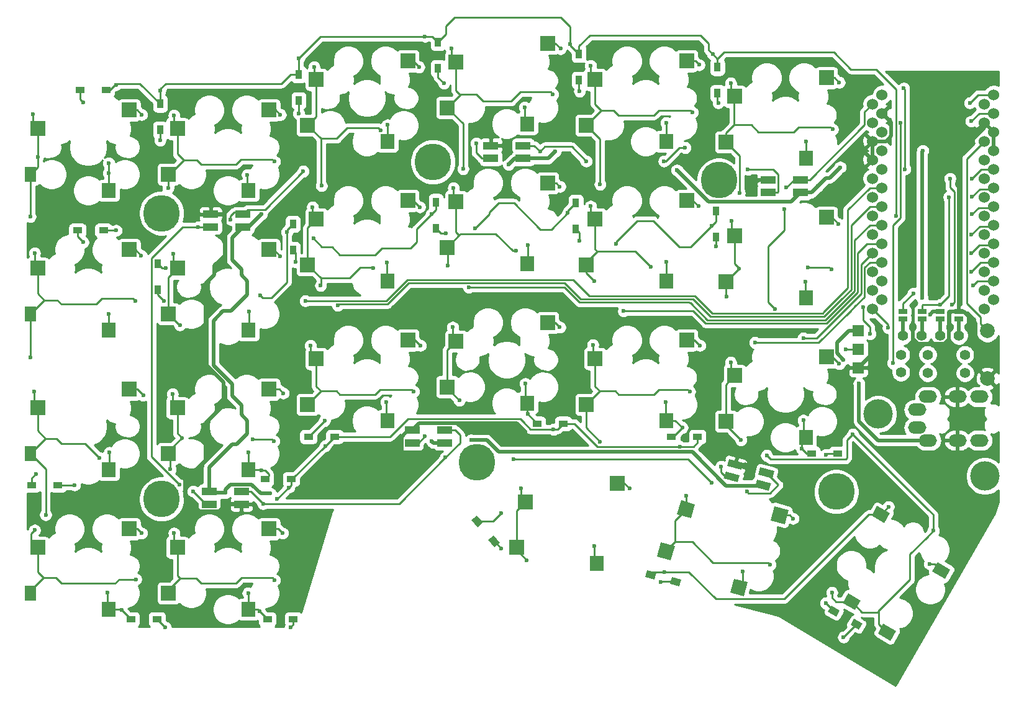
<source format=gbl>
%TF.GenerationSoftware,KiCad,Pcbnew,(5.1.6-0-10_14)*%
%TF.CreationDate,2020-07-07T23:00:58+09:00*%
%TF.ProjectId,corne-cherry,636f726e-652d-4636-9865-7272792e6b69,rev?*%
%TF.SameCoordinates,Original*%
%TF.FileFunction,Copper,L2,Bot*%
%TF.FilePolarity,Positive*%
%FSLAX46Y46*%
G04 Gerber Fmt 4.6, Leading zero omitted, Abs format (unit mm)*
G04 Created by KiCad (PCBNEW (5.1.6-0-10_14)) date 2020-07-07 23:00:58*
%MOMM*%
%LPD*%
G01*
G04 APERTURE LIST*
%TA.AperFunction,SMDPad,CuDef*%
%ADD10R,2.000000X2.000000*%
%TD*%
%TA.AperFunction,SMDPad,CuDef*%
%ADD11R,1.900000X2.000000*%
%TD*%
%TA.AperFunction,ComponentPad*%
%ADD12C,4.000000*%
%TD*%
%TA.AperFunction,WasherPad*%
%ADD13C,5.000000*%
%TD*%
%TA.AperFunction,ComponentPad*%
%ADD14O,2.500000X1.700000*%
%TD*%
%TA.AperFunction,ComponentPad*%
%ADD15C,1.397000*%
%TD*%
%TA.AperFunction,SMDPad,CuDef*%
%ADD16R,1.524000X1.524000*%
%TD*%
%TA.AperFunction,SMDPad,CuDef*%
%ADD17R,1.143000X0.635000*%
%TD*%
%TA.AperFunction,SMDPad,CuDef*%
%ADD18R,2.000000X1.000000*%
%TD*%
%TA.AperFunction,SMDPad,CuDef*%
%ADD19C,0.100000*%
%TD*%
%TA.AperFunction,ComponentPad*%
%ADD20C,2.000000*%
%TD*%
%TA.AperFunction,SMDPad,CuDef*%
%ADD21R,1.600000X2.000000*%
%TD*%
%TA.AperFunction,ComponentPad*%
%ADD22C,1.524000*%
%TD*%
%TA.AperFunction,SMDPad,CuDef*%
%ADD23R,1.300000X0.950000*%
%TD*%
%TA.AperFunction,SMDPad,CuDef*%
%ADD24R,0.950000X1.300000*%
%TD*%
%TA.AperFunction,ViaPad*%
%ADD25C,0.600000*%
%TD*%
%TA.AperFunction,Conductor*%
%ADD26C,0.250000*%
%TD*%
%TA.AperFunction,Conductor*%
%ADD27C,0.500000*%
%TD*%
%TA.AperFunction,Conductor*%
%ADD28C,0.254000*%
%TD*%
G04 APERTURE END LIST*
D10*
%TO.P,SW9,2*%
%TO.N,Net-(D9-Pad2)*%
X90000000Y-55120000D03*
%TO.P,SW9,1*%
%TO.N,col2*%
X77500000Y-57660000D03*
D11*
%TO.P,SW9,2*%
%TO.N,Net-(D9-Pad2)*%
X87200000Y-66100000D03*
D10*
%TO.P,SW9,1*%
%TO.N,col2*%
X76300000Y-63900000D03*
%TD*%
D12*
%TO.P,,*%
%TO.N,*%
X154120000Y-84240000D03*
%TD*%
%TO.P,,*%
%TO.N,*%
X168650000Y-92720000D03*
%TD*%
D13*
%TO.P,Ref\u002A\u002A,*%
%TO.N,*%
X93400000Y-49850000D03*
%TD*%
%TO.P,Ref\u002A\u002A,*%
%TO.N,*%
X56400000Y-56850000D03*
%TD*%
%TO.P,Ref\u002A\u002A,*%
%TO.N,*%
X56400000Y-95850000D03*
%TD*%
%TO.P,Ref\u002A\u002A,*%
%TO.N,*%
X99400000Y-90850000D03*
%TD*%
%TO.P,Ref\u002A\u002A,*%
%TO.N,*%
X148400000Y-94850000D03*
%TD*%
%TO.P,Ref\u002A\u002A,*%
%TO.N,*%
X132400000Y-52350000D03*
%TD*%
D14*
%TO.P,J1,D*%
%TO.N,VCC*%
X160900000Y-81900000D03*
%TO.P,J1,A*%
%TO.N,Net-(J1-PadA)*%
X159400000Y-86100000D03*
%TO.P,J1,B*%
%TO.N,Net-(J1-PadB)*%
X167900000Y-81900000D03*
%TO.P,J1,C*%
%TO.N,GND*%
X164900000Y-81900000D03*
%TO.P,J1,B*%
%TO.N,Net-(J1-PadB)*%
X167900000Y-87850000D03*
%TO.P,J1,C*%
%TO.N,GND*%
X164900000Y-87850000D03*
%TO.P,J1,D*%
%TO.N,VCC*%
X160900000Y-87850000D03*
%TO.P,J1,A*%
%TO.N,Net-(J1-PadA)*%
X159400000Y-83650000D03*
%TD*%
D15*
%TO.P,J2,1*%
%TO.N,Net-(J2-Pad1)*%
X157500000Y-73550000D03*
%TO.P,J2,2*%
%TO.N,Net-(J2-Pad2)*%
X160040000Y-73550000D03*
%TO.P,J2,3*%
%TO.N,Net-(J2-Pad3)*%
X162580000Y-73550000D03*
%TO.P,J2,4*%
%TO.N,Net-(J2-Pad4)*%
X165120000Y-73550000D03*
%TD*%
D16*
%TO.P,J3,1*%
%TO.N,GND*%
X151400000Y-77930000D03*
%TO.P,J3,2*%
%TO.N,LED*%
X151400000Y-75390000D03*
%TO.P,J3,3*%
%TO.N,VCC*%
X151400000Y-72850000D03*
%TD*%
D17*
%TO.P,JP2,2*%
%TO.N,Net-(J2-Pad4)*%
X165100000Y-71250380D03*
%TO.P,JP2,1*%
%TO.N,GND*%
X165100000Y-70249620D03*
%TD*%
%TO.P,JP3,1*%
%TO.N,VCC*%
X162600000Y-70249620D03*
%TO.P,JP3,2*%
%TO.N,Net-(J2-Pad3)*%
X162600000Y-71250380D03*
%TD*%
%TO.P,JP4,2*%
%TO.N,Net-(J2-Pad2)*%
X160100000Y-71250380D03*
%TO.P,JP4,1*%
%TO.N,SCL*%
X160100000Y-70249620D03*
%TD*%
%TO.P,JP5,1*%
%TO.N,SDA*%
X157500000Y-70249620D03*
%TO.P,JP5,2*%
%TO.N,Net-(J2-Pad1)*%
X157500000Y-71250380D03*
%TD*%
D18*
%TO.P,L22,3*%
%TO.N,Net-(L22-Pad3)*%
X67500000Y-56975000D03*
%TO.P,L22,4*%
%TO.N,VCC*%
X67500000Y-58725000D03*
%TO.P,L22,1*%
%TO.N,Net-(L22-Pad1)*%
X63100000Y-58725000D03*
%TO.P,L22,2*%
%TO.N,GND*%
X63100000Y-56975000D03*
%TD*%
%TO.P,L23,2*%
%TO.N,GND*%
X101300000Y-47625000D03*
%TO.P,L23,1*%
%TO.N,Net-(L22-Pad3)*%
X101300000Y-49375000D03*
%TO.P,L23,4*%
%TO.N,VCC*%
X105700000Y-49375000D03*
%TO.P,L23,3*%
%TO.N,Net-(L23-Pad3)*%
X105700000Y-47625000D03*
%TD*%
%TO.P,L24,3*%
%TO.N,LED*%
X143500000Y-52275000D03*
%TO.P,L24,4*%
%TO.N,VCC*%
X143500000Y-54025000D03*
%TO.P,L24,1*%
%TO.N,Net-(L23-Pad3)*%
X139100000Y-54025000D03*
%TO.P,L24,2*%
%TO.N,GND*%
X139100000Y-52275000D03*
%TD*%
%TO.P,L25,2*%
%TO.N,GND*%
X67300000Y-96550000D03*
%TO.P,L25,1*%
%TO.N,Net-(L25-Pad1)*%
X67300000Y-94800000D03*
%TO.P,L25,4*%
%TO.N,VCC*%
X62900000Y-94800000D03*
%TO.P,L25,3*%
%TO.N,Net-(L22-Pad1)*%
X62900000Y-96550000D03*
%TD*%
%TO.P,L26,3*%
%TO.N,Net-(L25-Pad1)*%
X95000000Y-86450000D03*
%TO.P,L26,4*%
%TO.N,VCC*%
X95000000Y-88200000D03*
%TO.P,L26,1*%
%TO.N,Net-(L26-Pad1)*%
X90600000Y-88200000D03*
%TO.P,L26,2*%
%TO.N,GND*%
X90600000Y-86450000D03*
%TD*%
%TA.AperFunction,SMDPad,CuDef*%
D19*
%TO.P,L27,2*%
%TO.N,GND*%
G36*
X133506095Y-91359557D02*
G01*
X133764914Y-90393631D01*
X135696765Y-90911269D01*
X135437946Y-91877195D01*
X133506095Y-91359557D01*
G37*
%TD.AperFunction*%
%TA.AperFunction,SMDPad,CuDef*%
%TO.P,L27,1*%
%TO.N,Net-(L27-Pad1)*%
G36*
X133053162Y-93049927D02*
G01*
X133311981Y-92084001D01*
X135243832Y-92601639D01*
X134985013Y-93567565D01*
X133053162Y-93049927D01*
G37*
%TD.AperFunction*%
%TA.AperFunction,SMDPad,CuDef*%
%TO.P,L27,4*%
%TO.N,VCC*%
G36*
X137303235Y-94188731D02*
G01*
X137562054Y-93222805D01*
X139493905Y-93740443D01*
X139235086Y-94706369D01*
X137303235Y-94188731D01*
G37*
%TD.AperFunction*%
%TA.AperFunction,SMDPad,CuDef*%
%TO.P,L27,3*%
%TO.N,Net-(L26-Pad1)*%
G36*
X137756168Y-92498361D02*
G01*
X138014987Y-91532435D01*
X139946838Y-92050073D01*
X139688019Y-93015999D01*
X137756168Y-92498361D01*
G37*
%TD.AperFunction*%
%TD*%
D15*
%TO.P,P1,1*%
%TO.N,Net-(J1-PadA)*%
X157200000Y-76150000D03*
%TD*%
%TO.P,P2,1*%
%TO.N,Net-(J1-PadB)*%
X157200000Y-78550000D03*
%TD*%
%TO.P,R1,2*%
%TO.N,SDA*%
X165940000Y-76150000D03*
%TO.P,R1,1*%
%TO.N,VCC*%
X160860000Y-76150000D03*
%TD*%
%TO.P,R2,1*%
%TO.N,VCC*%
X160860000Y-78650000D03*
%TO.P,R2,2*%
%TO.N,SCL*%
X165940000Y-78650000D03*
%TD*%
D20*
%TO.P,RSW1,1*%
%TO.N,reset*%
X169000000Y-72900000D03*
%TO.P,RSW1,2*%
%TO.N,GND*%
X169000000Y-79400000D03*
%TD*%
D10*
%TO.P,SW1,2*%
%TO.N,Net-(D1-Pad2)*%
X52000000Y-42770000D03*
%TO.P,SW1,1*%
%TO.N,col0*%
X39500000Y-45310000D03*
D11*
%TO.P,SW1,2*%
%TO.N,Net-(D1-Pad2)*%
X49200000Y-53750000D03*
D21*
%TO.P,SW1,1*%
%TO.N,col0*%
X38500000Y-51550000D03*
%TD*%
D10*
%TO.P,SW2,1*%
%TO.N,col1*%
X57350000Y-51550000D03*
D11*
%TO.P,SW2,2*%
%TO.N,Net-(D2-Pad2)*%
X68250000Y-53750000D03*
D10*
%TO.P,SW2,1*%
%TO.N,col1*%
X58550000Y-45310000D03*
%TO.P,SW2,2*%
%TO.N,Net-(D2-Pad2)*%
X71050000Y-42770000D03*
%TD*%
%TO.P,SW3,2*%
%TO.N,Net-(D3-Pad2)*%
X90000000Y-36070000D03*
%TO.P,SW3,1*%
%TO.N,col2*%
X77500000Y-38610000D03*
D11*
%TO.P,SW3,2*%
%TO.N,Net-(D3-Pad2)*%
X87200000Y-47050000D03*
D10*
%TO.P,SW3,1*%
%TO.N,col2*%
X76300000Y-44850000D03*
%TD*%
%TO.P,SW4,1*%
%TO.N,col3*%
X95350000Y-42450000D03*
D11*
%TO.P,SW4,2*%
%TO.N,Net-(D4-Pad2)*%
X106250000Y-44650000D03*
D10*
%TO.P,SW4,1*%
%TO.N,col3*%
X96550000Y-36210000D03*
%TO.P,SW4,2*%
%TO.N,Net-(D4-Pad2)*%
X109050000Y-33670000D03*
%TD*%
%TO.P,SW5,2*%
%TO.N,Net-(D5-Pad2)*%
X128000000Y-36070000D03*
%TO.P,SW5,1*%
%TO.N,col4*%
X115500000Y-38610000D03*
D11*
%TO.P,SW5,2*%
%TO.N,Net-(D5-Pad2)*%
X125200000Y-47050000D03*
D10*
%TO.P,SW5,1*%
%TO.N,col4*%
X114300000Y-44850000D03*
%TD*%
%TO.P,SW6,1*%
%TO.N,col5*%
X133350000Y-47150000D03*
D11*
%TO.P,SW6,2*%
%TO.N,Net-(D6-Pad2)*%
X144250000Y-49350000D03*
D10*
%TO.P,SW6,1*%
%TO.N,col5*%
X134550000Y-40910000D03*
%TO.P,SW6,2*%
%TO.N,Net-(D6-Pad2)*%
X147050000Y-38370000D03*
%TD*%
%TO.P,SW7,2*%
%TO.N,Net-(D7-Pad2)*%
X52000000Y-61820000D03*
%TO.P,SW7,1*%
%TO.N,col0*%
X39500000Y-64360000D03*
D11*
%TO.P,SW7,2*%
%TO.N,Net-(D7-Pad2)*%
X49200000Y-72800000D03*
D21*
%TO.P,SW7,1*%
%TO.N,col0*%
X38500000Y-70600000D03*
%TD*%
D10*
%TO.P,SW8,1*%
%TO.N,col1*%
X57350000Y-70600000D03*
D11*
%TO.P,SW8,2*%
%TO.N,Net-(D8-Pad2)*%
X68250000Y-72800000D03*
D10*
%TO.P,SW8,1*%
%TO.N,col1*%
X58550000Y-64360000D03*
%TO.P,SW8,2*%
%TO.N,Net-(D8-Pad2)*%
X71050000Y-61820000D03*
%TD*%
%TO.P,SW10,1*%
%TO.N,col3*%
X95350000Y-61500000D03*
D11*
%TO.P,SW10,2*%
%TO.N,Net-(D10-Pad2)*%
X106250000Y-63700000D03*
D10*
%TO.P,SW10,1*%
%TO.N,col3*%
X96550000Y-55260000D03*
%TO.P,SW10,2*%
%TO.N,Net-(D10-Pad2)*%
X109050000Y-52720000D03*
%TD*%
%TO.P,SW11,2*%
%TO.N,Net-(D11-Pad2)*%
X128000000Y-55120000D03*
%TO.P,SW11,1*%
%TO.N,col4*%
X115500000Y-57660000D03*
D11*
%TO.P,SW11,2*%
%TO.N,Net-(D11-Pad2)*%
X125200000Y-66100000D03*
D10*
%TO.P,SW11,1*%
%TO.N,col4*%
X114300000Y-63900000D03*
%TD*%
%TO.P,SW12,1*%
%TO.N,col5*%
X133350000Y-66200000D03*
D11*
%TO.P,SW12,2*%
%TO.N,Net-(D12-Pad2)*%
X144250000Y-68400000D03*
D10*
%TO.P,SW12,1*%
%TO.N,col5*%
X134550000Y-59960000D03*
%TO.P,SW12,2*%
%TO.N,Net-(D12-Pad2)*%
X147050000Y-57420000D03*
%TD*%
%TO.P,SW13,2*%
%TO.N,Net-(D13-Pad2)*%
X52000000Y-80870000D03*
%TO.P,SW13,1*%
%TO.N,col0*%
X39500000Y-83410000D03*
D11*
%TO.P,SW13,2*%
%TO.N,Net-(D13-Pad2)*%
X49200000Y-91850000D03*
D21*
%TO.P,SW13,1*%
%TO.N,col0*%
X38500000Y-89650000D03*
%TD*%
D10*
%TO.P,SW14,1*%
%TO.N,col1*%
X57350000Y-89650000D03*
D11*
%TO.P,SW14,2*%
%TO.N,Net-(D14-Pad2)*%
X68250000Y-91850000D03*
D10*
%TO.P,SW14,1*%
%TO.N,col1*%
X58550000Y-83410000D03*
%TO.P,SW14,2*%
%TO.N,Net-(D14-Pad2)*%
X71050000Y-80870000D03*
%TD*%
%TO.P,SW15,2*%
%TO.N,Net-(D15-Pad2)*%
X90000000Y-74170000D03*
%TO.P,SW15,1*%
%TO.N,col2*%
X77500000Y-76710000D03*
D11*
%TO.P,SW15,2*%
%TO.N,Net-(D15-Pad2)*%
X87200000Y-85150000D03*
D10*
%TO.P,SW15,1*%
%TO.N,col2*%
X76300000Y-82950000D03*
%TD*%
%TO.P,SW16,1*%
%TO.N,col3*%
X95350000Y-80550000D03*
D11*
%TO.P,SW16,2*%
%TO.N,Net-(D16-Pad2)*%
X106250000Y-82750000D03*
D10*
%TO.P,SW16,1*%
%TO.N,col3*%
X96550000Y-74310000D03*
%TO.P,SW16,2*%
%TO.N,Net-(D16-Pad2)*%
X109050000Y-71770000D03*
%TD*%
%TO.P,SW17,2*%
%TO.N,Net-(D17-Pad2)*%
X128000000Y-74170000D03*
%TO.P,SW17,1*%
%TO.N,col4*%
X115500000Y-76710000D03*
D11*
%TO.P,SW17,2*%
%TO.N,Net-(D17-Pad2)*%
X125200000Y-85150000D03*
D10*
%TO.P,SW17,1*%
%TO.N,col4*%
X114300000Y-82950000D03*
%TD*%
%TO.P,SW18,1*%
%TO.N,col5*%
X133350000Y-85250000D03*
D11*
%TO.P,SW18,2*%
%TO.N,Net-(D18-Pad2)*%
X144250000Y-87450000D03*
D10*
%TO.P,SW18,1*%
%TO.N,col5*%
X134550000Y-79010000D03*
%TO.P,SW18,2*%
%TO.N,Net-(D18-Pad2)*%
X147050000Y-76470000D03*
%TD*%
%TO.P,SW19,2*%
%TO.N,Net-(D19-Pad2)*%
X52000000Y-99920000D03*
%TO.P,SW19,1*%
%TO.N,col0*%
X39500000Y-102460000D03*
D11*
%TO.P,SW19,2*%
%TO.N,Net-(D19-Pad2)*%
X49200000Y-110900000D03*
D21*
%TO.P,SW19,1*%
%TO.N,col0*%
X38500000Y-108700000D03*
%TD*%
D10*
%TO.P,SW20,1*%
%TO.N,col1*%
X57350000Y-108700000D03*
D11*
%TO.P,SW20,2*%
%TO.N,Net-(D20-Pad2)*%
X68250000Y-110900000D03*
D10*
%TO.P,SW20,1*%
%TO.N,col1*%
X58550000Y-102460000D03*
%TO.P,SW20,2*%
%TO.N,Net-(D20-Pad2)*%
X71050000Y-99920000D03*
%TD*%
%TO.P,SW21,2*%
%TO.N,Net-(D21-Pad2)*%
X118500000Y-93670000D03*
%TO.P,SW21,1*%
%TO.N,col3*%
X106000000Y-96210000D03*
D11*
%TO.P,SW21,2*%
%TO.N,Net-(D21-Pad2)*%
X115700000Y-104650000D03*
D10*
%TO.P,SW21,1*%
%TO.N,col3*%
X104800000Y-102450000D03*
%TD*%
%TA.AperFunction,SMDPad,CuDef*%
D19*
%TO.P,SW22,1*%
%TO.N,col4*%
G36*
X126374863Y-102269887D02*
G01*
X125857225Y-104201739D01*
X123925373Y-103684101D01*
X124443011Y-101752249D01*
X126374863Y-102269887D01*
G37*
%TD.AperFunction*%
%TA.AperFunction,SMDPad,CuDef*%
%TO.P,SW22,2*%
%TO.N,Net-(D22-Pad2)*%
G36*
X136285757Y-107203111D02*
G01*
X135768118Y-109134963D01*
X133932859Y-108643207D01*
X134450498Y-106711355D01*
X136285757Y-107203111D01*
G37*
%TD.AperFunction*%
%TA.AperFunction,SMDPad,CuDef*%
%TO.P,SW22,1*%
%TO.N,col4*%
G36*
X129149005Y-96553093D02*
G01*
X128631367Y-98484945D01*
X126699515Y-97967307D01*
X127217153Y-96035455D01*
X129149005Y-96553093D01*
G37*
%TD.AperFunction*%
%TA.AperFunction,SMDPad,CuDef*%
%TO.P,SW22,2*%
%TO.N,Net-(D22-Pad2)*%
G36*
X141880478Y-97334879D02*
G01*
X141362840Y-99266731D01*
X139430988Y-98749093D01*
X139948626Y-96817241D01*
X141880478Y-97334879D01*
G37*
%TD.AperFunction*%
%TD*%
%TA.AperFunction,SMDPad,CuDef*%
%TO.P,SW23,2*%
%TO.N,Net-(D23-Pad2)*%
G36*
X153959566Y-96797341D02*
G01*
X155691616Y-97797341D01*
X154941616Y-99096379D01*
X153209566Y-98096379D01*
X153959566Y-96797341D01*
G37*
%TD.AperFunction*%
%TA.AperFunction,SMDPad,CuDef*%
%TO.P,SW23,1*%
%TO.N,col5*%
G36*
X150009270Y-108719454D02*
G01*
X151741320Y-109719454D01*
X150991320Y-111018492D01*
X149259270Y-110018492D01*
X150009270Y-108719454D01*
G37*
%TD.AperFunction*%
%TA.AperFunction,SMDPad,CuDef*%
%TO.P,SW23,2*%
%TO.N,Net-(D23-Pad2)*%
G36*
X162218525Y-104452405D02*
G01*
X163950575Y-105452405D01*
X163200575Y-106751443D01*
X161468525Y-105751443D01*
X162218525Y-104452405D01*
G37*
%TD.AperFunction*%
%TA.AperFunction,SMDPad,CuDef*%
%TO.P,SW23,1*%
%TO.N,col5*%
G36*
X154813269Y-112878684D02*
G01*
X156545319Y-113878684D01*
X155795319Y-115177722D01*
X154063269Y-114177722D01*
X154813269Y-112878684D01*
G37*
%TD.AperFunction*%
%TD*%
D22*
%TO.P,U1,24*%
%TO.N,Net-(U1-Pad24)*%
X168550000Y-41942000D03*
%TO.P,U1,23*%
%TO.N,GND*%
X168550000Y-44482000D03*
%TO.P,U1,22*%
%TO.N,reset*%
X168550000Y-47022000D03*
%TO.P,U1,21*%
%TO.N,VCC*%
X168550000Y-49562000D03*
%TO.P,U1,20*%
%TO.N,col0*%
X168550000Y-52102000D03*
%TO.P,U1,19*%
%TO.N,col1*%
X168550000Y-54642000D03*
%TO.P,U1,18*%
%TO.N,col2*%
X168550000Y-57182000D03*
%TO.P,U1,17*%
%TO.N,col3*%
X168550000Y-59722000D03*
%TO.P,U1,16*%
%TO.N,col4*%
X168550000Y-62262000D03*
%TO.P,U1,15*%
%TO.N,col5*%
X168550000Y-64802000D03*
%TO.P,U1,14*%
%TO.N,Net-(U1-Pad14)*%
X168550000Y-67342000D03*
%TO.P,U1,13*%
%TO.N,Net-(U1-Pad13)*%
X168550000Y-69882000D03*
%TO.P,U1,12*%
%TO.N,Net-(U1-Pad12)*%
X153310000Y-69882000D03*
%TO.P,U1,11*%
%TO.N,Net-(U1-Pad11)*%
X153310000Y-67342000D03*
%TO.P,U1,10*%
%TO.N,row3*%
X153310000Y-64802000D03*
%TO.P,U1,9*%
%TO.N,row2*%
X153310000Y-62262000D03*
%TO.P,U1,8*%
%TO.N,row1*%
X153310000Y-59722000D03*
%TO.P,U1,7*%
%TO.N,row0*%
X153310000Y-57182000D03*
%TO.P,U1,6*%
%TO.N,SCL*%
X153310000Y-54642000D03*
%TO.P,U1,5*%
%TO.N,SDA*%
X153310000Y-52102000D03*
%TO.P,U1,4*%
%TO.N,GND*%
X153310000Y-49562000D03*
%TO.P,U1,3*%
X153310000Y-47022000D03*
%TO.P,U1,2*%
%TO.N,data*%
X153310000Y-44482000D03*
%TO.P,U1,1*%
%TO.N,LED*%
X153310000Y-41942000D03*
X169856400Y-40672000D03*
%TO.P,U1,2*%
%TO.N,data*%
X169856400Y-43212000D03*
%TO.P,U1,3*%
%TO.N,GND*%
X169856400Y-45752000D03*
%TO.P,U1,4*%
X169856400Y-48292000D03*
%TO.P,U1,5*%
%TO.N,SDA*%
X169856400Y-50832000D03*
%TO.P,U1,6*%
%TO.N,SCL*%
X169856400Y-53372000D03*
%TO.P,U1,7*%
%TO.N,row0*%
X169856400Y-55912000D03*
%TO.P,U1,8*%
%TO.N,row1*%
X169856400Y-58452000D03*
%TO.P,U1,9*%
%TO.N,row2*%
X169856400Y-60992000D03*
%TO.P,U1,10*%
%TO.N,row3*%
X169856400Y-63532000D03*
%TO.P,U1,11*%
%TO.N,Net-(U1-Pad11)*%
X169856400Y-66072000D03*
%TO.P,U1,12*%
%TO.N,Net-(U1-Pad12)*%
X169856400Y-68612000D03*
%TO.P,U1,13*%
%TO.N,Net-(U1-Pad13)*%
X154636400Y-68612000D03*
%TO.P,U1,14*%
%TO.N,Net-(U1-Pad14)*%
X154636400Y-66072000D03*
%TO.P,U1,15*%
%TO.N,col5*%
X154636400Y-63532000D03*
%TO.P,U1,16*%
%TO.N,col4*%
X154636400Y-60992000D03*
%TO.P,U1,17*%
%TO.N,col3*%
X154636400Y-58452000D03*
%TO.P,U1,18*%
%TO.N,col2*%
X154636400Y-55912000D03*
%TO.P,U1,19*%
%TO.N,col1*%
X154636400Y-53372000D03*
%TO.P,U1,20*%
%TO.N,col0*%
X154636400Y-50832000D03*
%TO.P,U1,21*%
%TO.N,VCC*%
X154636400Y-48292000D03*
%TO.P,U1,22*%
%TO.N,reset*%
X154636400Y-45752000D03*
%TO.P,U1,23*%
%TO.N,GND*%
X154636400Y-43212000D03*
%TO.P,U1,24*%
%TO.N,Net-(U1-Pad24)*%
X154636400Y-40672000D03*
%TD*%
D23*
%TO.P,D1,1*%
%TO.N,row0*%
X48875000Y-40000000D03*
%TO.P,D1,2*%
%TO.N,Net-(D1-Pad2)*%
X45325000Y-40000000D03*
%TD*%
D24*
%TO.P,D2,2*%
%TO.N,Net-(D2-Pad2)*%
X56200000Y-45475000D03*
%TO.P,D2,1*%
%TO.N,row0*%
X56200000Y-41925000D03*
%TD*%
%TO.P,D3,1*%
%TO.N,row0*%
X75100000Y-37925000D03*
%TO.P,D3,2*%
%TO.N,Net-(D3-Pad2)*%
X75100000Y-41475000D03*
%TD*%
%TO.P,D4,2*%
%TO.N,Net-(D4-Pad2)*%
X94100000Y-37075000D03*
%TO.P,D4,1*%
%TO.N,row0*%
X94100000Y-33525000D03*
%TD*%
%TO.P,D5,1*%
%TO.N,row0*%
X113300000Y-35125000D03*
%TO.P,D5,2*%
%TO.N,Net-(D5-Pad2)*%
X113300000Y-38675000D03*
%TD*%
%TO.P,D6,2*%
%TO.N,Net-(D6-Pad2)*%
X132200000Y-40475000D03*
%TO.P,D6,1*%
%TO.N,row0*%
X132200000Y-36925000D03*
%TD*%
D23*
%TO.P,D7,1*%
%TO.N,row1*%
X48475000Y-59200000D03*
%TO.P,D7,2*%
%TO.N,Net-(D7-Pad2)*%
X44925000Y-59200000D03*
%TD*%
D24*
%TO.P,D8,2*%
%TO.N,Net-(D8-Pad2)*%
X55900000Y-67275000D03*
%TO.P,D8,1*%
%TO.N,row1*%
X55900000Y-63725000D03*
%TD*%
%TO.P,D9,2*%
%TO.N,Net-(D9-Pad2)*%
X74300000Y-61875000D03*
%TO.P,D9,1*%
%TO.N,row1*%
X74300000Y-58325000D03*
%TD*%
%TO.P,D10,1*%
%TO.N,row1*%
X93800000Y-55325000D03*
%TO.P,D10,2*%
%TO.N,Net-(D10-Pad2)*%
X93800000Y-58875000D03*
%TD*%
%TO.P,D11,2*%
%TO.N,Net-(D11-Pad2)*%
X112900000Y-58975000D03*
%TO.P,D11,1*%
%TO.N,row1*%
X112900000Y-55425000D03*
%TD*%
%TO.P,D12,2*%
%TO.N,Net-(D12-Pad2)*%
X132000000Y-60125000D03*
%TO.P,D12,1*%
%TO.N,row1*%
X132000000Y-56575000D03*
%TD*%
D23*
%TO.P,D13,1*%
%TO.N,row2*%
X42275000Y-93950000D03*
%TO.P,D13,2*%
%TO.N,Net-(D13-Pad2)*%
X38725000Y-93950000D03*
%TD*%
%TO.P,D14,2*%
%TO.N,Net-(D14-Pad2)*%
X70525000Y-93150000D03*
%TO.P,D14,1*%
%TO.N,row2*%
X74075000Y-93150000D03*
%TD*%
%TO.P,D15,1*%
%TO.N,row2*%
X79975000Y-87350000D03*
%TO.P,D15,2*%
%TO.N,Net-(D15-Pad2)*%
X76425000Y-87350000D03*
%TD*%
%TO.P,D16,2*%
%TO.N,Net-(D16-Pad2)*%
X107625000Y-85550000D03*
%TO.P,D16,1*%
%TO.N,row2*%
X111175000Y-85550000D03*
%TD*%
%TO.P,D17,1*%
%TO.N,row2*%
X129475000Y-87350000D03*
%TO.P,D17,2*%
%TO.N,Net-(D17-Pad2)*%
X125925000Y-87350000D03*
%TD*%
%TO.P,D18,2*%
%TO.N,Net-(D18-Pad2)*%
X145025000Y-89650000D03*
%TO.P,D18,1*%
%TO.N,row2*%
X148575000Y-89650000D03*
%TD*%
%TO.P,D19,1*%
%TO.N,row3*%
X55775000Y-112250000D03*
%TO.P,D19,2*%
%TO.N,Net-(D19-Pad2)*%
X52225000Y-112250000D03*
%TD*%
%TO.P,D20,2*%
%TO.N,Net-(D20-Pad2)*%
X70825000Y-112250000D03*
%TO.P,D20,1*%
%TO.N,row3*%
X74375000Y-112250000D03*
%TD*%
%TA.AperFunction,SMDPad,CuDef*%
D19*
%TO.P,D21,1*%
%TO.N,row3*%
G36*
X102522631Y-101802334D02*
G01*
X101794889Y-102412982D01*
X100959265Y-101417124D01*
X101687007Y-100806476D01*
X102522631Y-101802334D01*
G37*
%TD.AperFunction*%
%TA.AperFunction,SMDPad,CuDef*%
%TO.P,D21,2*%
%TO.N,Net-(D21-Pad2)*%
G36*
X100240735Y-99082876D02*
G01*
X99512993Y-99693524D01*
X98677369Y-98697666D01*
X99405111Y-98087018D01*
X100240735Y-99082876D01*
G37*
%TD.AperFunction*%
%TD*%
%TA.AperFunction,SMDPad,CuDef*%
%TO.P,D22,1*%
%TO.N,row3*%
G36*
X151937612Y-112851138D02*
G01*
X151462612Y-113673862D01*
X150336778Y-113023862D01*
X150811778Y-112201138D01*
X151937612Y-112851138D01*
G37*
%TD.AperFunction*%
%TA.AperFunction,SMDPad,CuDef*%
%TO.P,D22,2*%
%TO.N,Net-(D22-Pad2)*%
G36*
X148863222Y-111076138D02*
G01*
X148388222Y-111898862D01*
X147262388Y-111248862D01*
X147737388Y-110426138D01*
X148863222Y-111076138D01*
G37*
%TD.AperFunction*%
%TD*%
%TA.AperFunction,SMDPad,CuDef*%
%TO.P,D23,2*%
%TO.N,Net-(D23-Pad2)*%
G36*
X123836273Y-105900014D02*
G01*
X123590395Y-106817643D01*
X122334691Y-106481178D01*
X122580569Y-105563549D01*
X123836273Y-105900014D01*
G37*
%TD.AperFunction*%
%TA.AperFunction,SMDPad,CuDef*%
%TO.P,D23,1*%
%TO.N,row3*%
G36*
X127265309Y-106818822D02*
G01*
X127019431Y-107736451D01*
X125763727Y-107399986D01*
X126009605Y-106482357D01*
X127265309Y-106818822D01*
G37*
%TD.AperFunction*%
%TD*%
D25*
%TO.N,Net-(D1-Pad2)*%
X53700000Y-43400000D03*
X49200000Y-50000000D03*
X49200000Y-51400000D03*
X45685001Y-41685001D03*
%TO.N,row0*%
X166900000Y-57000000D03*
X56200000Y-40100000D03*
X50200000Y-39325000D03*
X75100000Y-35700000D03*
X92325000Y-32725000D03*
X112099990Y-33799990D03*
X131542151Y-35157849D03*
X156518000Y-57182000D03*
%TO.N,Net-(D2-Pad2)*%
X72600000Y-43400000D03*
X68100000Y-51600000D03*
X56200000Y-46900000D03*
%TO.N,Net-(D3-Pad2)*%
X91500000Y-36900000D03*
X87200000Y-44800000D03*
X75100000Y-43251002D03*
%TO.N,Net-(D4-Pad2)*%
X110800000Y-34400000D03*
X105900000Y-42400000D03*
X94900000Y-39100000D03*
%TO.N,Net-(D5-Pad2)*%
X129700000Y-36600000D03*
X125200000Y-44500000D03*
X113400000Y-40200000D03*
%TO.N,Net-(D6-Pad2)*%
X148800000Y-39000000D03*
X144300000Y-47100000D03*
X132300000Y-41800000D03*
%TO.N,Net-(D7-Pad2)*%
X53600000Y-62600000D03*
X49200000Y-70600000D03*
X45685001Y-60814999D03*
%TO.N,row1*%
X166800000Y-59800000D03*
X118404804Y-61003558D03*
X131443501Y-58543501D03*
X111800000Y-56800000D03*
X99165976Y-58890379D03*
X93200000Y-57000000D03*
X77100000Y-60300000D03*
X57000000Y-64300000D03*
X69878977Y-68082655D03*
X73499999Y-59400001D03*
X50200000Y-59200000D03*
%TO.N,Net-(D8-Pad2)*%
X72600000Y-62700000D03*
X68300000Y-70300000D03*
X56700000Y-68800000D03*
%TO.N,Net-(D9-Pad2)*%
X91600000Y-56000000D03*
X87100000Y-63600000D03*
X74700000Y-63500000D03*
%TO.N,Net-(D10-Pad2)*%
X110700000Y-53200000D03*
X106300000Y-61200000D03*
X95200000Y-59600000D03*
%TO.N,Net-(D11-Pad2)*%
X129600000Y-55900000D03*
X125200000Y-63500000D03*
X113400000Y-60600000D03*
%TO.N,Net-(D12-Pad2)*%
X148675000Y-58300000D03*
X144200000Y-66200000D03*
X132000000Y-61400000D03*
%TO.N,Net-(D13-Pad2)*%
X53900000Y-81700000D03*
X49300000Y-89500000D03*
X39250000Y-92450000D03*
%TO.N,row2*%
X166800000Y-62300000D03*
X72172277Y-95861846D03*
X73767062Y-94267062D03*
X78712500Y-88612500D03*
X109850001Y-86350001D03*
X127058989Y-88683999D03*
X143900000Y-73875000D03*
X147000000Y-89800000D03*
X44550000Y-93950000D03*
%TO.N,Net-(D14-Pad2)*%
X73000000Y-81400000D03*
X68200000Y-89500000D03*
X70000000Y-91900000D03*
%TO.N,Net-(D15-Pad2)*%
X91700000Y-74900000D03*
X87000000Y-82600000D03*
X78625000Y-85150000D03*
%TO.N,Net-(D16-Pad2)*%
X110700000Y-72400000D03*
X106000000Y-80100000D03*
X106337500Y-84262500D03*
%TO.N,Net-(D17-Pad2)*%
X129800000Y-74900000D03*
X125100000Y-82600000D03*
X127400000Y-86100000D03*
%TO.N,Net-(D18-Pad2)*%
X148800000Y-77400000D03*
X143900000Y-85100000D03*
X143700000Y-89000000D03*
X143700000Y-89000000D03*
%TO.N,Net-(D19-Pad2)*%
X53700000Y-100500000D03*
X49000000Y-108600000D03*
X50937500Y-110962500D03*
%TO.N,row3*%
X166800000Y-64800000D03*
X56925000Y-113375000D03*
X73967268Y-113375000D03*
X102715609Y-102584391D03*
X124442653Y-107142653D03*
X149387348Y-114687348D03*
X152064627Y-69677804D03*
X153000000Y-73300000D03*
%TO.N,Net-(D20-Pad2)*%
X72900000Y-100500000D03*
X68200000Y-108700000D03*
X69737500Y-111162500D03*
%TO.N,Net-(D21-Pad2)*%
X120200000Y-94400000D03*
X115400000Y-102300000D03*
X102700000Y-97800000D03*
%TO.N,Net-(D22-Pad2)*%
X142500000Y-98500000D03*
X135600000Y-105700000D03*
X146950153Y-110049847D03*
%TO.N,Net-(D23-Pad2)*%
X155500000Y-96900000D03*
X161100000Y-104700000D03*
X125002761Y-105802761D03*
%TO.N,VCC*%
X161188501Y-70639879D03*
X148935003Y-50574999D03*
X145862500Y-53162500D03*
X126665003Y-50975001D03*
X110100000Y-48400000D03*
X103700000Y-50200000D03*
X70025000Y-56975000D03*
X65100000Y-95000000D03*
X71215877Y-95084123D03*
X93250000Y-87950000D03*
X98600000Y-87800000D03*
X136517575Y-94017575D03*
X160100000Y-68400000D03*
X160192000Y-48292000D03*
X149365687Y-76834313D03*
X151500000Y-80100000D03*
%TO.N,GND*%
X154636400Y-43212000D03*
X158800000Y-72600000D03*
X137258001Y-52841999D03*
X103300000Y-47714998D03*
X65000000Y-57100000D03*
X65200000Y-96500000D03*
X89200000Y-90700000D03*
X136400000Y-92200000D03*
X154100000Y-72500000D03*
X106000000Y-86700000D03*
%TO.N,LED*%
X166600000Y-41800000D03*
X141600000Y-53300000D03*
X141300000Y-56300000D03*
X140000000Y-69900000D03*
X149710000Y-75390000D03*
%TO.N,data*%
X166800000Y-44300000D03*
X156100000Y-77300000D03*
X157143000Y-44482000D03*
%TO.N,SCL*%
X166900000Y-54600000D03*
X162600000Y-69300000D03*
X163758000Y-54642000D03*
%TO.N,SDA*%
X166900000Y-52100000D03*
X164200000Y-69300000D03*
X163898000Y-52102000D03*
X158900000Y-67772010D03*
%TO.N,Net-(L22-Pad3)*%
X99300000Y-47300000D03*
X75724670Y-51124670D03*
X65800000Y-57700000D03*
X65800000Y-57700000D03*
%TO.N,Net-(L22-Pad1)*%
X58836002Y-93900000D03*
X60700000Y-94800000D03*
X61425000Y-58725000D03*
%TO.N,Net-(L23-Pad3)*%
X127800000Y-47900000D03*
X124900000Y-49750001D03*
X114300000Y-49750001D03*
X136338332Y-50861668D03*
X108000000Y-48400000D03*
%TO.N,Net-(L25-Pad1)*%
X95092501Y-90192501D03*
X70236847Y-96486847D03*
%TO.N,Net-(L26-Pad1)*%
X92300000Y-87300000D03*
X136200000Y-94800000D03*
X104400000Y-90400000D03*
X131400000Y-93600000D03*
%TO.N,Net-(L27-Pad1)*%
X132700000Y-91400000D03*
%TO.N,col0*%
X38900000Y-43300000D03*
X38500000Y-57300000D03*
X39100000Y-62300000D03*
X38500000Y-76500000D03*
X39000000Y-81200000D03*
X40600000Y-98000000D03*
X39100000Y-100100000D03*
X39500000Y-49200000D03*
X52900000Y-106800000D03*
X52800000Y-68800000D03*
X157600000Y-39800000D03*
X157768000Y-50832000D03*
X47900000Y-90225000D03*
%TO.N,col1*%
X71810443Y-106910443D03*
X58100000Y-100500000D03*
X71800000Y-49800000D03*
X58100000Y-43500000D03*
X57300000Y-53400000D03*
X58900000Y-72100000D03*
X58000000Y-62400000D03*
X57900000Y-81500000D03*
X71735443Y-87935443D03*
X68857557Y-87657557D03*
X59200000Y-87500000D03*
X57609943Y-91790057D03*
X76000000Y-68800000D03*
%TO.N,col2*%
X85300000Y-64300000D03*
X77000000Y-56000000D03*
X78100000Y-66725000D03*
X77200000Y-36900000D03*
X86300000Y-45549998D03*
X78200000Y-53100000D03*
X90800000Y-81200000D03*
X76700000Y-74900000D03*
X80400000Y-69425000D03*
%TO.N,col3*%
X104700000Y-62000000D03*
X96200000Y-53400000D03*
X109736369Y-40625185D03*
X95900000Y-34400000D03*
X97500000Y-50800000D03*
X106200000Y-104200000D03*
X105400000Y-94400000D03*
X97000000Y-82400000D03*
X96100000Y-72400000D03*
X98300000Y-66975010D03*
X95400000Y-64000000D03*
%TO.N,col4*%
X139400000Y-104823009D03*
X127900000Y-95400000D03*
X128800000Y-43100000D03*
X114900000Y-36700000D03*
X123100000Y-64200000D03*
X114900000Y-55900000D03*
X128400000Y-81200000D03*
X115200000Y-74800000D03*
X116200000Y-52900000D03*
X116200000Y-88000000D03*
X119400000Y-70200000D03*
X115400000Y-66100000D03*
%TO.N,col5*%
X147800000Y-108600000D03*
X134000000Y-39100000D03*
X147900000Y-45400000D03*
X135200000Y-54100000D03*
X147710443Y-64510443D03*
X134100000Y-57900000D03*
X150650000Y-87000000D03*
X161628203Y-100171797D03*
X135400000Y-87800000D03*
X134000000Y-77200000D03*
X137300000Y-74500000D03*
X138900000Y-89900000D03*
X133400000Y-68200000D03*
X144489556Y-64210444D03*
X135125000Y-64425000D03*
%TO.N,Net-(U1-Pad12)*%
X155475000Y-72500000D03*
%TO.N,Net-(U1-Pad11)*%
X167012058Y-66697000D03*
%TD*%
D26*
%TO.N,Net-(D1-Pad2)*%
X53070000Y-42770000D02*
X53700000Y-43400000D01*
X52000000Y-42770000D02*
X53070000Y-42770000D01*
X49200000Y-51400000D02*
X49200000Y-53750000D01*
X49200000Y-50000000D02*
X49200000Y-51400000D01*
X45325000Y-40000000D02*
X45325000Y-41325000D01*
X45325000Y-41325000D02*
X45685001Y-41685001D01*
%TO.N,row0*%
X169673401Y-56094999D02*
X169856400Y-55912000D01*
X167805001Y-56094999D02*
X169673401Y-56094999D01*
X166900000Y-57000000D02*
X167805001Y-56094999D01*
X48875000Y-40000000D02*
X49400000Y-40000000D01*
X49400000Y-40000000D02*
X50249990Y-39150010D01*
X53425010Y-39150010D02*
X56200000Y-41925000D01*
X50249990Y-39150010D02*
X53425010Y-39150010D01*
X56200000Y-39900000D02*
X56949990Y-39150010D01*
X73990699Y-37925000D02*
X75100000Y-37925000D01*
X72765689Y-39150010D02*
X73990699Y-37925000D01*
X56949990Y-39150010D02*
X72765689Y-39150010D01*
X56200000Y-40100000D02*
X56200000Y-39900000D01*
X56200000Y-41925000D02*
X56200000Y-40100000D01*
X75100000Y-37925000D02*
X75100000Y-35700000D01*
X78075000Y-32725000D02*
X89900000Y-32725000D01*
X75100000Y-35700000D02*
X78075000Y-32725000D01*
X93300000Y-32725000D02*
X94100000Y-33525000D01*
X92325000Y-32725000D02*
X93300000Y-32725000D01*
X89900000Y-32725000D02*
X92325000Y-32725000D01*
X94100000Y-33525000D02*
X95200000Y-32425000D01*
X95200000Y-32425000D02*
X95200000Y-31300000D01*
X95200000Y-31300000D02*
X96349990Y-30150010D01*
X96349990Y-30150010D02*
X110850010Y-30150010D01*
X112099990Y-33924990D02*
X113300000Y-35125000D01*
X110850010Y-30150010D02*
X112099990Y-31399990D01*
X112099990Y-33799990D02*
X112099990Y-33924990D01*
X112099990Y-31399990D02*
X112099990Y-33799990D01*
X113300000Y-35125000D02*
X113300000Y-34050010D01*
X113300000Y-34050010D02*
X114800000Y-32550010D01*
X129850010Y-32550010D02*
X130999990Y-33699990D01*
X114800000Y-32550010D02*
X129850010Y-32550010D01*
X132200000Y-35815699D02*
X132200000Y-36925000D01*
X130999990Y-33699990D02*
X130999990Y-34615689D01*
X131542151Y-35157849D02*
X132200000Y-35815699D01*
X130999990Y-34615689D02*
X131542151Y-35157849D01*
X132200000Y-36925000D02*
X132200000Y-35800000D01*
X132200000Y-35800000D02*
X133100000Y-34900000D01*
X148084301Y-34900000D02*
X150384301Y-37200000D01*
X133100000Y-34900000D02*
X148084301Y-34900000D01*
X150384301Y-37200000D02*
X153800000Y-37200000D01*
X153800000Y-37200000D02*
X156518000Y-39918000D01*
X156518000Y-39918000D02*
X156518000Y-57182000D01*
%TO.N,Net-(D2-Pad2)*%
X71970000Y-42770000D02*
X72600000Y-43400000D01*
X71050000Y-42770000D02*
X71970000Y-42770000D01*
X68100000Y-53600000D02*
X68250000Y-53750000D01*
X68100000Y-51600000D02*
X68100000Y-53600000D01*
X56200000Y-45475000D02*
X56200000Y-46900000D01*
%TO.N,Net-(D3-Pad2)*%
X90670000Y-36070000D02*
X91500000Y-36900000D01*
X90000000Y-36070000D02*
X90670000Y-36070000D01*
X87200000Y-44800000D02*
X87200000Y-47050000D01*
X75100000Y-41475000D02*
X75100000Y-43251002D01*
%TO.N,Net-(D4-Pad2)*%
X110070000Y-33670000D02*
X110800000Y-34400000D01*
X109050000Y-33670000D02*
X110070000Y-33670000D01*
X105900000Y-44300000D02*
X106250000Y-44650000D01*
X105900000Y-42400000D02*
X105900000Y-44300000D01*
X94100000Y-38300000D02*
X94900000Y-39100000D01*
X94100000Y-37075000D02*
X94100000Y-38300000D01*
%TO.N,Net-(D5-Pad2)*%
X129170000Y-36070000D02*
X129700000Y-36600000D01*
X128000000Y-36070000D02*
X129170000Y-36070000D01*
X125200000Y-44500000D02*
X125200000Y-47050000D01*
X113300000Y-40100000D02*
X113400000Y-40200000D01*
X113300000Y-38675000D02*
X113300000Y-40100000D01*
%TO.N,Net-(D6-Pad2)*%
X148170000Y-38370000D02*
X148800000Y-39000000D01*
X147050000Y-38370000D02*
X148170000Y-38370000D01*
X144300000Y-49300000D02*
X144250000Y-49350000D01*
X144300000Y-47100000D02*
X144300000Y-49300000D01*
X132200000Y-41700000D02*
X132300000Y-41800000D01*
X132200000Y-40475000D02*
X132200000Y-41700000D01*
%TO.N,Net-(D7-Pad2)*%
X52820000Y-61820000D02*
X53600000Y-62600000D01*
X52000000Y-61820000D02*
X52820000Y-61820000D01*
X49200000Y-70600000D02*
X49200000Y-72800000D01*
X44925000Y-60054998D02*
X45685001Y-60814999D01*
X44925000Y-59200000D02*
X44925000Y-60054998D01*
%TO.N,row1*%
X169673401Y-58634999D02*
X169856400Y-58452000D01*
X167965001Y-58634999D02*
X169673401Y-58634999D01*
X166800000Y-59800000D02*
X167965001Y-58634999D01*
X118404804Y-60754194D02*
X118404804Y-61003558D01*
X121283999Y-57874999D02*
X118404804Y-60754194D01*
X128512001Y-61475001D02*
X127015999Y-61475001D01*
X123415997Y-57874999D02*
X121283999Y-57874999D01*
X127015999Y-61475001D02*
X123415997Y-57874999D01*
X132000000Y-56575000D02*
X132000000Y-57987002D01*
X112900000Y-55425000D02*
X112900000Y-55900000D01*
X131443501Y-58543501D02*
X128512001Y-61475001D01*
X132000000Y-57987002D02*
X131443501Y-58543501D01*
X111800000Y-56525000D02*
X112900000Y-55425000D01*
X111800000Y-56800000D02*
X111800000Y-56525000D01*
X101124999Y-56683999D02*
X101124999Y-56931356D01*
X111800000Y-56800000D02*
X109524999Y-59075001D01*
X102333999Y-55474999D02*
X101124999Y-56683999D01*
X101124999Y-56931356D02*
X99165976Y-58890379D01*
X104450000Y-55474999D02*
X102333999Y-55474999D01*
X108050002Y-59075001D02*
X104450000Y-55474999D01*
X109524999Y-59075001D02*
X108050002Y-59075001D01*
X93800000Y-56400000D02*
X93200000Y-57000000D01*
X93800000Y-55325000D02*
X93800000Y-56400000D01*
X78275001Y-61475001D02*
X77100000Y-60300000D01*
X79676003Y-61475001D02*
X78275001Y-61475001D01*
X80726003Y-62525001D02*
X79676003Y-61475001D01*
X85516001Y-62525001D02*
X80726003Y-62525001D01*
X86417976Y-61623026D02*
X85516001Y-62525001D01*
X90363976Y-61623026D02*
X86417976Y-61623026D01*
X91175001Y-60812001D02*
X90363976Y-61623026D01*
X91175001Y-59024999D02*
X91175001Y-60812001D01*
X93200000Y-57000000D02*
X91175001Y-59024999D01*
X56475000Y-64300000D02*
X55900000Y-63725000D01*
X57000000Y-64300000D02*
X56475000Y-64300000D01*
X71354348Y-68382654D02*
X73499999Y-66237003D01*
X70178976Y-68382654D02*
X71354348Y-68382654D01*
X69878977Y-68082655D02*
X70178976Y-68382654D01*
X73499999Y-59125001D02*
X74300000Y-58325000D01*
X73499999Y-59400001D02*
X73499999Y-59125001D01*
X73499999Y-66237003D02*
X73499999Y-59400001D01*
X50200000Y-59200000D02*
X48475000Y-59200000D01*
%TO.N,Net-(D8-Pad2)*%
X71720000Y-61820000D02*
X72600000Y-62700000D01*
X71050000Y-61820000D02*
X71720000Y-61820000D01*
X68300000Y-72750000D02*
X68250000Y-72800000D01*
X68300000Y-70300000D02*
X68300000Y-72750000D01*
X55900000Y-68000000D02*
X56700000Y-68800000D01*
X55900000Y-67275000D02*
X55900000Y-68000000D01*
%TO.N,Net-(D9-Pad2)*%
X90720000Y-55120000D02*
X91600000Y-56000000D01*
X90000000Y-55120000D02*
X90720000Y-55120000D01*
X87100000Y-66000000D02*
X87200000Y-66100000D01*
X87100000Y-63600000D02*
X87100000Y-66000000D01*
X74700000Y-62275000D02*
X74300000Y-61875000D01*
X74700000Y-63500000D02*
X74700000Y-62275000D01*
%TO.N,Net-(D10-Pad2)*%
X110220000Y-52720000D02*
X110700000Y-53200000D01*
X109050000Y-52720000D02*
X110220000Y-52720000D01*
X106300000Y-63650000D02*
X106250000Y-63700000D01*
X106300000Y-61200000D02*
X106300000Y-63650000D01*
X94525000Y-59600000D02*
X93800000Y-58875000D01*
X95200000Y-59600000D02*
X94525000Y-59600000D01*
%TO.N,Net-(D11-Pad2)*%
X128820000Y-55120000D02*
X129600000Y-55900000D01*
X128000000Y-55120000D02*
X128820000Y-55120000D01*
X125200000Y-63500000D02*
X125200000Y-66100000D01*
X113400000Y-59475000D02*
X112900000Y-58975000D01*
X113400000Y-60600000D02*
X113400000Y-59475000D01*
%TO.N,Net-(D12-Pad2)*%
X147795000Y-57420000D02*
X148675000Y-58300000D01*
X147050000Y-57420000D02*
X147795000Y-57420000D01*
X144200000Y-68350000D02*
X144250000Y-68400000D01*
X144200000Y-66200000D02*
X144200000Y-68350000D01*
X132000000Y-60125000D02*
X132000000Y-61400000D01*
%TO.N,Net-(D13-Pad2)*%
X53070000Y-80870000D02*
X53900000Y-81700000D01*
X52000000Y-80870000D02*
X53070000Y-80870000D01*
X49300000Y-91750000D02*
X49200000Y-91850000D01*
X49300000Y-89500000D02*
X49300000Y-91750000D01*
X38725000Y-92975000D02*
X39250000Y-92450000D01*
X38725000Y-93950000D02*
X38725000Y-92975000D01*
%TO.N,row2*%
X167925001Y-61174999D02*
X169673401Y-61174999D01*
X169673401Y-61174999D02*
X169856400Y-60992000D01*
X166800000Y-62300000D02*
X167925001Y-61174999D01*
X74075000Y-93959123D02*
X74075000Y-93150000D01*
X73767062Y-94267062D02*
X74075000Y-93959123D01*
X72172277Y-95861846D02*
X73767062Y-94267062D01*
X74075000Y-93150000D02*
X74175000Y-93150000D01*
X78712500Y-88612500D02*
X79975000Y-87350000D01*
X74175000Y-93150000D02*
X78712500Y-88612500D01*
X79975000Y-87350000D02*
X87535002Y-87350000D01*
X110374999Y-86350001D02*
X111175000Y-85550000D01*
X109850001Y-86350001D02*
X110374999Y-86350001D01*
X106714999Y-86350001D02*
X109850001Y-86350001D01*
X115783999Y-88683999D02*
X127058989Y-88683999D01*
X112650000Y-85550000D02*
X115783999Y-88683999D01*
X111175000Y-85550000D02*
X112650000Y-85550000D01*
X129475000Y-87350000D02*
X129475000Y-88125000D01*
X128916001Y-88683999D02*
X127058989Y-88683999D01*
X129475000Y-88125000D02*
X128916001Y-88683999D01*
X151772989Y-63799011D02*
X153310000Y-62262000D01*
X151772989Y-67827011D02*
X151772989Y-63799011D01*
X145725000Y-73875000D02*
X151772989Y-67827011D01*
X143900000Y-73875000D02*
X145725000Y-73875000D01*
X147150000Y-89650000D02*
X147000000Y-89800000D01*
X148575000Y-89650000D02*
X147150000Y-89650000D01*
X42275000Y-93950000D02*
X44550000Y-93950000D01*
X89960013Y-84924989D02*
X105289987Y-84924989D01*
X87535002Y-87350000D02*
X89960013Y-84924989D01*
X105732499Y-85367501D02*
X106714999Y-86350001D01*
X105289987Y-84924989D02*
X105732499Y-85367501D01*
X105564998Y-85200000D02*
X105732499Y-85367501D01*
%TO.N,Net-(D14-Pad2)*%
X72470000Y-80870000D02*
X73000000Y-81400000D01*
X71050000Y-80870000D02*
X72470000Y-80870000D01*
X68200000Y-91800000D02*
X68250000Y-91850000D01*
X68200000Y-89500000D02*
X68200000Y-91800000D01*
X69950000Y-91850000D02*
X70000000Y-91900000D01*
X68250000Y-91850000D02*
X69950000Y-91850000D01*
X70000000Y-91900000D02*
X70500000Y-91900000D01*
X70500000Y-91900000D02*
X71000000Y-92400000D01*
X71000000Y-92675000D02*
X70525000Y-93150000D01*
X71000000Y-92400000D02*
X71000000Y-92675000D01*
%TO.N,Net-(D15-Pad2)*%
X90970000Y-74170000D02*
X91700000Y-74900000D01*
X90000000Y-74170000D02*
X90970000Y-74170000D01*
X87000000Y-84950000D02*
X87200000Y-85150000D01*
X87000000Y-82600000D02*
X87000000Y-84950000D01*
X76425000Y-87350000D02*
X78625000Y-85150000D01*
%TO.N,Net-(D16-Pad2)*%
X110070000Y-71770000D02*
X110700000Y-72400000D01*
X109050000Y-71770000D02*
X110070000Y-71770000D01*
X106000000Y-82500000D02*
X106250000Y-82750000D01*
X106000000Y-80100000D02*
X106000000Y-82500000D01*
X106250000Y-82750000D02*
X106250000Y-84175000D01*
X106337500Y-84262500D02*
X107625000Y-85550000D01*
X106250000Y-84175000D02*
X106337500Y-84262500D01*
%TO.N,Net-(D17-Pad2)*%
X129070000Y-74170000D02*
X129800000Y-74900000D01*
X128000000Y-74170000D02*
X129070000Y-74170000D01*
X125100000Y-85050000D02*
X125200000Y-85150000D01*
X125100000Y-82600000D02*
X125100000Y-85050000D01*
X126450000Y-85150000D02*
X127400000Y-86100000D01*
X125200000Y-85150000D02*
X126450000Y-85150000D01*
X126150000Y-87350000D02*
X127400000Y-86100000D01*
X125925000Y-87350000D02*
X126150000Y-87350000D01*
%TO.N,Net-(D18-Pad2)*%
X147870000Y-76470000D02*
X148800000Y-77400000D01*
X147050000Y-76470000D02*
X147870000Y-76470000D01*
X143900000Y-87100000D02*
X144250000Y-87450000D01*
X143900000Y-85100000D02*
X143900000Y-87100000D01*
X144350000Y-89650000D02*
X143700000Y-89000000D01*
X145025000Y-89650000D02*
X144350000Y-89650000D01*
X143700000Y-88000000D02*
X144250000Y-87450000D01*
X143700000Y-89000000D02*
X143700000Y-88000000D01*
%TO.N,Net-(D19-Pad2)*%
X53120000Y-99920000D02*
X53700000Y-100500000D01*
X52000000Y-99920000D02*
X53120000Y-99920000D01*
X49000000Y-110700000D02*
X49200000Y-110900000D01*
X49000000Y-108600000D02*
X49000000Y-110700000D01*
X49200000Y-110900000D02*
X50875000Y-110900000D01*
X50937500Y-110962500D02*
X52225000Y-112250000D01*
X50875000Y-110900000D02*
X50937500Y-110962500D01*
%TO.N,row3*%
X168068000Y-63532000D02*
X169856400Y-63532000D01*
X166800000Y-64800000D02*
X168068000Y-63532000D01*
X55800000Y-112250000D02*
X56925000Y-113375000D01*
X55775000Y-112250000D02*
X55800000Y-112250000D01*
X74375000Y-112967268D02*
X73967268Y-113375000D01*
X74375000Y-112250000D02*
X74375000Y-112967268D01*
X151137195Y-112937501D02*
X149387348Y-114687348D01*
X151137195Y-112937500D02*
X151137195Y-112937501D01*
X101740948Y-101609730D02*
X102715609Y-102584391D01*
X101740948Y-101609729D02*
X101740948Y-101609730D01*
X153000000Y-72340998D02*
X153000000Y-73300000D01*
X152064627Y-71405625D02*
X153000000Y-72340998D01*
X152064627Y-69677804D02*
X152064627Y-71405625D01*
X124475902Y-107109404D02*
X124442653Y-107142653D01*
X126514518Y-107109404D02*
X124475902Y-107109404D01*
%TO.N,Net-(D20-Pad2)*%
X72320000Y-99920000D02*
X72900000Y-100500000D01*
X71050000Y-99920000D02*
X72320000Y-99920000D01*
X68200000Y-110850000D02*
X68250000Y-110900000D01*
X68200000Y-108700000D02*
X68200000Y-110850000D01*
X68250000Y-110900000D02*
X69475000Y-110900000D01*
X69737500Y-111162500D02*
X70825000Y-112250000D01*
X69475000Y-110900000D02*
X69737500Y-111162500D01*
%TO.N,Net-(D21-Pad2)*%
X119470000Y-93670000D02*
X120200000Y-94400000D01*
X118500000Y-93670000D02*
X119470000Y-93670000D01*
X115400000Y-104350000D02*
X115700000Y-104650000D01*
X115400000Y-102300000D02*
X115400000Y-104350000D01*
X101609729Y-98890271D02*
X102700000Y-97800000D01*
X99459052Y-98890271D02*
X101609729Y-98890271D01*
%TO.N,Net-(D22-Pad2)*%
X142041986Y-98041986D02*
X142500000Y-98500000D01*
X140655733Y-98041986D02*
X142041986Y-98041986D01*
X135600000Y-107432467D02*
X135109308Y-107923159D01*
X135600000Y-105700000D02*
X135600000Y-107432467D01*
X148062805Y-111162500D02*
X148062805Y-111162499D01*
X148062805Y-111162499D02*
X146950153Y-110049847D01*
%TO.N,Net-(D23-Pad2)*%
X154453140Y-97946860D02*
X155500000Y-96900000D01*
X154450591Y-97946860D02*
X154453140Y-97946860D01*
X161807626Y-104700000D02*
X162709550Y-105601924D01*
X161100000Y-104700000D02*
X161807626Y-104700000D01*
X152833024Y-97946860D02*
X154450591Y-97946860D01*
X141319911Y-109459973D02*
X152833024Y-97946860D01*
X131965222Y-109459973D02*
X141319911Y-109459973D01*
X128308010Y-105802761D02*
X131965222Y-109459973D01*
X123085482Y-106190596D02*
X123473317Y-105802761D01*
X125002761Y-105802761D02*
X128308010Y-105802761D01*
X123473317Y-105802761D02*
X125002761Y-105802761D01*
D27*
%TO.N,VCC*%
X161578760Y-70249620D02*
X161188501Y-70639879D01*
X162600000Y-70249620D02*
X161578760Y-70249620D01*
X143500000Y-54025000D02*
X145000000Y-54025000D01*
X147485002Y-52025000D02*
X148935003Y-50574999D01*
X147000000Y-52025000D02*
X147485002Y-52025000D01*
X145862500Y-53162500D02*
X147000000Y-52025000D01*
X145000000Y-54025000D02*
X145862500Y-53162500D01*
X130990003Y-55300001D02*
X126665003Y-50975001D01*
X142224999Y-55300001D02*
X130990003Y-55300001D01*
X143500000Y-54025000D02*
X142224999Y-55300001D01*
X126665003Y-50975001D02*
X126665003Y-50975001D01*
X109125000Y-49375000D02*
X110100000Y-48400000D01*
X105700000Y-49375000D02*
X109125000Y-49375000D01*
X104525000Y-49375000D02*
X103700000Y-50200000D01*
X105700000Y-49375000D02*
X104525000Y-49375000D01*
X67500000Y-58725000D02*
X68275000Y-58725000D01*
X68275000Y-58725000D02*
X70025000Y-56975000D01*
X63100000Y-95000000D02*
X62900000Y-94800000D01*
X65100000Y-95000000D02*
X63100000Y-95000000D01*
X68660001Y-93849999D02*
X69894125Y-95084123D01*
X65825737Y-93849999D02*
X68660001Y-93849999D01*
X69894125Y-95084123D02*
X71215877Y-95084123D01*
X65100000Y-94575736D02*
X65825737Y-93849999D01*
X65100000Y-95000000D02*
X65100000Y-94575736D01*
X93500000Y-88200000D02*
X93250000Y-87950000D01*
X95000000Y-88200000D02*
X93500000Y-88200000D01*
X62900000Y-91513998D02*
X62900000Y-94800000D01*
X66626001Y-88400001D02*
X66013997Y-88400001D01*
X68100000Y-86926002D02*
X66626001Y-88400001D01*
X68100000Y-85136002D02*
X68100000Y-86926002D01*
X67309999Y-84346001D02*
X68100000Y-85136002D01*
X66039999Y-80124035D02*
X66039999Y-81806001D01*
X67309999Y-64509999D02*
X67309999Y-65296001D01*
X63499999Y-77584035D02*
X66039999Y-80124035D01*
X64800000Y-70200000D02*
X63499999Y-71500001D01*
X66013997Y-88400001D02*
X62900000Y-91513998D01*
X68100000Y-66086002D02*
X68100000Y-68000000D01*
X65900000Y-70200000D02*
X64800000Y-70200000D01*
X67309999Y-65296001D02*
X68100000Y-66086002D01*
X66039999Y-81806001D02*
X67309999Y-83076001D01*
X68100000Y-68000000D02*
X65900000Y-70200000D01*
X67500000Y-58725000D02*
X66039999Y-60185001D01*
X67309999Y-83076001D02*
X67309999Y-84346001D01*
X63499999Y-71500001D02*
X63499999Y-77584035D01*
X66039999Y-63239999D02*
X67309999Y-64509999D01*
X66039999Y-60185001D02*
X66039999Y-63239999D01*
X100716002Y-87800000D02*
X98600000Y-87800000D01*
X102350001Y-89433999D02*
X100716002Y-87800000D01*
X128800822Y-89433999D02*
X102350001Y-89433999D01*
X133384398Y-94017575D02*
X128800822Y-89433999D01*
X138398570Y-93964587D02*
X138345582Y-94017575D01*
X136517575Y-94017575D02*
X133384398Y-94017575D01*
X138345582Y-94017575D02*
X136517575Y-94017575D01*
X160100000Y-68400000D02*
X160100000Y-48384000D01*
X160100000Y-48384000D02*
X160192000Y-48292000D01*
X150138000Y-72850000D02*
X148500001Y-74487999D01*
X151400000Y-72850000D02*
X150138000Y-72850000D01*
X148500001Y-75968627D02*
X149365687Y-76834313D01*
X148500001Y-74487999D02*
X148500001Y-75968627D01*
X154103998Y-87850000D02*
X151500000Y-85246002D01*
X160900000Y-87850000D02*
X154103998Y-87850000D01*
X151500000Y-85246002D02*
X151500000Y-80100000D01*
%TO.N,GND*%
X169856400Y-45752000D02*
X169856400Y-48292000D01*
X153310000Y-49562000D02*
X153310000Y-47022000D01*
X155848401Y-46333761D02*
X155848401Y-44424001D01*
X155848401Y-44424001D02*
X154636400Y-43212000D01*
X155160162Y-47022000D02*
X155848401Y-46333761D01*
X153310000Y-47022000D02*
X155160162Y-47022000D01*
X165798242Y-70249620D02*
X167400000Y-71851378D01*
X165100000Y-70249620D02*
X165798242Y-70249620D01*
X167400000Y-77800000D02*
X169000000Y-79400000D01*
X167400000Y-71851378D02*
X167400000Y-77800000D01*
X163728501Y-70356620D02*
X163728501Y-74101281D01*
X163131281Y-74698501D02*
X159488719Y-74698501D01*
X163728501Y-74101281D02*
X163131281Y-74698501D01*
X159488719Y-74698501D02*
X158800000Y-74009782D01*
X163835501Y-70249620D02*
X163728501Y-70356620D01*
X158800000Y-74009782D02*
X158800000Y-72600000D01*
X165100000Y-70249620D02*
X163835501Y-70249620D01*
X137825000Y-52275000D02*
X137258001Y-52841999D01*
X139100000Y-52275000D02*
X137825000Y-52275000D01*
X103210002Y-47625000D02*
X103300000Y-47714998D01*
X101300000Y-47625000D02*
X103210002Y-47625000D01*
X64875000Y-56975000D02*
X65000000Y-57100000D01*
X63100000Y-56975000D02*
X64875000Y-56975000D01*
X62400001Y-85499999D02*
X62400001Y-90586001D01*
X64860001Y-83039999D02*
X62400001Y-85499999D01*
X64860001Y-79933999D02*
X64860001Y-83039999D01*
X62400001Y-90586001D02*
X59586002Y-93400000D01*
X62400000Y-77473998D02*
X64860001Y-79933999D01*
X62400000Y-66486002D02*
X62400000Y-77473998D01*
X63590001Y-65296001D02*
X62400000Y-66486002D01*
X63590001Y-64026001D02*
X63590001Y-65296001D01*
X65000000Y-62616002D02*
X63590001Y-64026001D01*
X65000000Y-57100000D02*
X65000000Y-62616002D01*
X59586002Y-95546004D02*
X61539999Y-97500001D01*
X59586002Y-93400000D02*
X59586002Y-95546004D01*
X67250000Y-96500000D02*
X67300000Y-96550000D01*
X65200000Y-96500000D02*
X67250000Y-96500000D01*
X65200000Y-96560002D02*
X65200000Y-96500000D01*
X64260001Y-97500001D02*
X65200000Y-96560002D01*
X61539999Y-97500001D02*
X64260001Y-97500001D01*
X89149999Y-90649999D02*
X89200000Y-90700000D01*
X89149999Y-87339999D02*
X89149999Y-90649999D01*
X90600000Y-86450000D02*
X90039998Y-86450000D01*
X90039998Y-86450000D02*
X89149999Y-87339999D01*
X136400000Y-92200000D02*
X136400000Y-91500000D01*
X136400000Y-91500000D02*
X136000000Y-91100000D01*
X135964587Y-91135413D02*
X134601430Y-91135413D01*
X136000000Y-91100000D02*
X135964587Y-91135413D01*
X168550000Y-45228238D02*
X168550000Y-44482000D01*
X165100000Y-48678238D02*
X168550000Y-45228238D01*
X165100000Y-70249620D02*
X165100000Y-48678238D01*
X154100000Y-75230000D02*
X151400000Y-77930000D01*
X154100000Y-72500000D02*
X154100000Y-75230000D01*
X91550001Y-85499999D02*
X90600000Y-86450000D01*
X104799999Y-85499999D02*
X91550001Y-85499999D01*
X106000000Y-86700000D02*
X104799999Y-85499999D01*
%TO.N,Net-(J2-Pad1)*%
X157500000Y-71250380D02*
X157500000Y-73550000D01*
%TO.N,Net-(J2-Pad2)*%
X160100000Y-73490000D02*
X160040000Y-73550000D01*
X160100000Y-71250380D02*
X160100000Y-73490000D01*
%TO.N,Net-(J2-Pad3)*%
X162600000Y-73530000D02*
X162580000Y-73550000D01*
X162600000Y-71250380D02*
X162600000Y-73530000D01*
%TO.N,Net-(J2-Pad4)*%
X165100000Y-73530000D02*
X165120000Y-73550000D01*
X165100000Y-71250380D02*
X165100000Y-73530000D01*
D26*
%TO.N,LED*%
X167728000Y-40672000D02*
X169856400Y-40672000D01*
X166600000Y-41800000D02*
X167728000Y-40672000D01*
X144750000Y-52275000D02*
X143500000Y-52275000D01*
X152222999Y-44802001D02*
X144750000Y-52275000D01*
X152222999Y-43029001D02*
X152222999Y-44802001D01*
X153310000Y-41942000D02*
X152222999Y-43029001D01*
X142625000Y-52275000D02*
X141600000Y-53300000D01*
X143500000Y-52275000D02*
X142625000Y-52275000D01*
X139124999Y-61383999D02*
X139124999Y-69024999D01*
X139124999Y-69024999D02*
X140000000Y-69900000D01*
X141300000Y-59208998D02*
X139124999Y-61383999D01*
X141300000Y-56300000D02*
X141300000Y-59208998D01*
X151400000Y-75390000D02*
X149710000Y-75390000D01*
%TO.N,data*%
X167888000Y-43212000D02*
X169856400Y-43212000D01*
X166800000Y-44300000D02*
X167888000Y-43212000D01*
X157143000Y-57482002D02*
X157143000Y-44482000D01*
X156100000Y-58525002D02*
X157143000Y-57482002D01*
X156100000Y-77300000D02*
X156100000Y-58525002D01*
%TO.N,SCL*%
X169673401Y-53554999D02*
X169856400Y-53372000D01*
X167945001Y-53554999D02*
X169673401Y-53554999D01*
X166900000Y-54600000D02*
X167945001Y-53554999D01*
X160100000Y-70249620D02*
X160100000Y-69400000D01*
X160200000Y-69300000D02*
X162600000Y-69300000D01*
X160100000Y-69400000D02*
X160200000Y-69300000D01*
X163758000Y-68142000D02*
X162600000Y-69300000D01*
X163758000Y-54642000D02*
X163758000Y-68142000D01*
%TO.N,SDA*%
X168168000Y-50832000D02*
X169856400Y-50832000D01*
X166900000Y-52100000D02*
X168168000Y-50832000D01*
X157500000Y-70249620D02*
X157500000Y-70000000D01*
X164499999Y-69000001D02*
X164499999Y-53899999D01*
X164200000Y-69300000D02*
X164499999Y-69000001D01*
X164499999Y-53899999D02*
X163898000Y-53298000D01*
X163898000Y-53298000D02*
X163898000Y-52102000D01*
X157500000Y-69172010D02*
X157500000Y-70249620D01*
X158900000Y-67772010D02*
X157500000Y-69172010D01*
%TO.N,Net-(L22-Pad3)*%
X100050000Y-49375000D02*
X99300000Y-48625000D01*
X101300000Y-49375000D02*
X100050000Y-49375000D01*
X99300000Y-48625000D02*
X99300000Y-47300000D01*
X68125001Y-56349999D02*
X67500000Y-56975000D01*
X70499341Y-56349999D02*
X68125001Y-56349999D01*
X75724670Y-51124670D02*
X70499341Y-56349999D01*
X65800000Y-57700000D02*
X65800000Y-57200000D01*
X65800000Y-57200000D02*
X66300000Y-56700000D01*
X67225000Y-56700000D02*
X67500000Y-56975000D01*
X66300000Y-56700000D02*
X67225000Y-56700000D01*
%TO.N,Net-(L22-Pad1)*%
X59264998Y-58725000D02*
X55000000Y-62989998D01*
X55000000Y-62989998D02*
X55000000Y-89900000D01*
X55000000Y-90063998D02*
X58836002Y-93900000D01*
X55000000Y-89900000D02*
X55000000Y-90063998D01*
X62450000Y-96550000D02*
X60700000Y-94800000D01*
X62900000Y-96550000D02*
X62450000Y-96550000D01*
X61425000Y-58725000D02*
X59264998Y-58725000D01*
X63100000Y-58725000D02*
X61425000Y-58725000D01*
%TO.N,Net-(L23-Pad3)*%
X127800000Y-47900000D02*
X127000000Y-47900000D01*
X125149999Y-49750001D02*
X124900000Y-49750001D01*
X127000000Y-47900000D02*
X125149999Y-49750001D01*
X140425001Y-51514999D02*
X139771670Y-50861668D01*
X140425001Y-53949999D02*
X140425001Y-51514999D01*
X139771670Y-50861668D02*
X136338332Y-50861668D01*
X140350000Y-54025000D02*
X140425001Y-53949999D01*
X139100000Y-54025000D02*
X140350000Y-54025000D01*
X107225000Y-47625000D02*
X105700000Y-47625000D01*
X108000000Y-48400000D02*
X107225000Y-47625000D01*
X112324998Y-47774999D02*
X114300000Y-49750001D01*
X108625001Y-47774999D02*
X112324998Y-47774999D01*
X108000000Y-48400000D02*
X108625001Y-47774999D01*
%TO.N,Net-(L25-Pad1)*%
X70236847Y-96486847D02*
X88798155Y-96486847D01*
X68550000Y-94800000D02*
X70236847Y-96486847D01*
X67300000Y-94800000D02*
X68550000Y-94800000D01*
X97100000Y-88185002D02*
X97100000Y-87100000D01*
X96450000Y-86450000D02*
X95000000Y-86450000D01*
X97100000Y-87100000D02*
X96450000Y-86450000D01*
X95092501Y-90192501D02*
X97100000Y-88185002D01*
X88798155Y-96486847D02*
X95092501Y-90192501D01*
%TO.N,Net-(L26-Pad1)*%
X91400000Y-88200000D02*
X92300000Y-87300000D01*
X90600000Y-88200000D02*
X91400000Y-88200000D01*
X138851503Y-92274217D02*
X140500000Y-93922714D01*
X139391335Y-95031379D02*
X136431379Y-95031379D01*
X136431379Y-95031379D02*
X136200000Y-94800000D01*
X140500000Y-93922714D02*
X139391335Y-95031379D01*
X128200000Y-90400000D02*
X131400000Y-93600000D01*
X104400000Y-90400000D02*
X128200000Y-90400000D01*
%TO.N,Net-(L27-Pad1)*%
X132700000Y-91400000D02*
X132700000Y-92200000D01*
X133325783Y-92825783D02*
X132700000Y-92200000D01*
X134148497Y-92825783D02*
X133325783Y-92825783D01*
%TO.N,reset*%
X166174999Y-69115761D02*
X168059238Y-71000000D01*
X166174999Y-49397001D02*
X166174999Y-69115761D01*
X168550000Y-47022000D02*
X166174999Y-49397001D01*
X168059238Y-71959238D02*
X169000000Y-72900000D01*
X168059238Y-71000000D02*
X168059238Y-71959238D01*
%TO.N,col0*%
X38900000Y-44710000D02*
X39500000Y-45310000D01*
X38900000Y-43300000D02*
X38900000Y-44710000D01*
X39500000Y-50550000D02*
X38500000Y-51550000D01*
X38500000Y-51550000D02*
X38500000Y-57300000D01*
X39100000Y-63960000D02*
X39500000Y-64360000D01*
X39100000Y-62300000D02*
X39100000Y-63960000D01*
X39500000Y-69600000D02*
X38500000Y-70600000D01*
X38500000Y-70600000D02*
X38500000Y-76500000D01*
X39000000Y-82910000D02*
X39500000Y-83410000D01*
X39000000Y-81200000D02*
X39000000Y-82910000D01*
X39500000Y-88650000D02*
X38500000Y-89650000D01*
X40600000Y-91750000D02*
X40600000Y-98000000D01*
X38500000Y-89650000D02*
X40600000Y-91750000D01*
X39100000Y-100100000D02*
X38600000Y-100600000D01*
X38600000Y-101560000D02*
X39500000Y-102460000D01*
X38600000Y-100600000D02*
X38600000Y-101560000D01*
X39500000Y-49200000D02*
X39500000Y-50550000D01*
X39500000Y-45310000D02*
X39500000Y-49200000D01*
X42726003Y-107325001D02*
X42001002Y-106600000D01*
X50598998Y-106800000D02*
X50073997Y-107325001D01*
X50073997Y-107325001D02*
X42726003Y-107325001D01*
X52900000Y-106800000D02*
X50598998Y-106800000D01*
X42001002Y-106600000D02*
X40300000Y-106600000D01*
X39500000Y-105800000D02*
X40300000Y-106600000D01*
X39500000Y-102460000D02*
X39500000Y-105800000D01*
X38500000Y-108400000D02*
X40300000Y-106600000D01*
X38500000Y-108700000D02*
X38500000Y-108400000D01*
X48241001Y-68500001D02*
X52500001Y-68500001D01*
X47516001Y-69225001D02*
X48241001Y-68500001D01*
X42726003Y-69225001D02*
X47516001Y-69225001D01*
X42201002Y-68700000D02*
X42726003Y-69225001D01*
X40400000Y-68700000D02*
X42201002Y-68700000D01*
X52500001Y-68500001D02*
X52800000Y-68800000D01*
X38500000Y-70600000D02*
X40400000Y-68700000D01*
X39500000Y-67800000D02*
X39500000Y-64360000D01*
X40400000Y-68700000D02*
X39500000Y-67800000D01*
X157768000Y-39968000D02*
X157768000Y-50832000D01*
X157600000Y-39800000D02*
X157768000Y-39968000D01*
X42726003Y-88275001D02*
X42051002Y-87600000D01*
X45950001Y-88275001D02*
X42726003Y-88275001D01*
X47900000Y-90225000D02*
X45950001Y-88275001D01*
X40550000Y-87600000D02*
X38500000Y-89650000D01*
X42051002Y-87600000D02*
X40550000Y-87600000D01*
X39500000Y-86550000D02*
X40550000Y-87600000D01*
X39500000Y-83410000D02*
X39500000Y-86550000D01*
%TO.N,col1*%
X61776003Y-107325001D02*
X61151002Y-106700000D01*
X67280558Y-106610444D02*
X66566001Y-107325001D01*
X66566001Y-107325001D02*
X61776003Y-107325001D01*
X71510444Y-106610444D02*
X67280558Y-106610444D01*
X71810443Y-106910443D02*
X71510444Y-106610444D01*
X61151002Y-106700000D02*
X58900000Y-106700000D01*
X57350000Y-108250000D02*
X58900000Y-106700000D01*
X57350000Y-108700000D02*
X57350000Y-108250000D01*
X58550000Y-106350000D02*
X58550000Y-102460000D01*
X58900000Y-106700000D02*
X58550000Y-106350000D01*
X58100000Y-102010000D02*
X58550000Y-102460000D01*
X58100000Y-100500000D02*
X58100000Y-102010000D01*
X57500000Y-89800000D02*
X57350000Y-89650000D01*
X61776003Y-50175001D02*
X61201002Y-49600000D01*
X66566001Y-50175001D02*
X61776003Y-50175001D01*
X67241001Y-49500001D02*
X66566001Y-50175001D01*
X71500001Y-49500001D02*
X67241001Y-49500001D01*
X71800000Y-49800000D02*
X71500001Y-49500001D01*
X61201002Y-49600000D02*
X59400000Y-49600000D01*
X57450000Y-51550000D02*
X59400000Y-49600000D01*
X57350000Y-51550000D02*
X57450000Y-51550000D01*
X58550000Y-48750000D02*
X58550000Y-45310000D01*
X59400000Y-49600000D02*
X58550000Y-48750000D01*
X58100000Y-44860000D02*
X58550000Y-45310000D01*
X58100000Y-43500000D02*
X58100000Y-44860000D01*
X57350000Y-53350000D02*
X57300000Y-53400000D01*
X57350000Y-51550000D02*
X57350000Y-53350000D01*
X58850000Y-72100000D02*
X57350000Y-70600000D01*
X58900000Y-72100000D02*
X58850000Y-72100000D01*
X57350000Y-65560000D02*
X58550000Y-64360000D01*
X57350000Y-70600000D02*
X57350000Y-65560000D01*
X58000000Y-63810000D02*
X58550000Y-64360000D01*
X58000000Y-62400000D02*
X58000000Y-63810000D01*
X57900000Y-82760000D02*
X58550000Y-83410000D01*
X57900000Y-81500000D02*
X57900000Y-82760000D01*
X71457557Y-87657557D02*
X68857557Y-87657557D01*
X71735443Y-87935443D02*
X71457557Y-87657557D01*
X58550000Y-86850000D02*
X58550000Y-83410000D01*
X59200000Y-87500000D02*
X58550000Y-86850000D01*
X57350000Y-89350000D02*
X59200000Y-87500000D01*
X57350000Y-89650000D02*
X57350000Y-89350000D01*
X57609943Y-89909943D02*
X57350000Y-89650000D01*
X57609943Y-91790057D02*
X57609943Y-89909943D01*
X152971238Y-53372000D02*
X149972949Y-56370289D01*
X154636400Y-53372000D02*
X152971238Y-53372000D01*
X149972949Y-56370289D02*
X149972949Y-67081411D01*
X149972949Y-67081411D02*
X146754360Y-70300000D01*
X146529359Y-70525001D02*
X131525001Y-70525001D01*
X146754360Y-70300000D02*
X146529359Y-70525001D01*
X131525001Y-70525001D02*
X129100000Y-68100000D01*
X129100000Y-68100000D02*
X114700000Y-68100000D01*
X114700000Y-68100000D02*
X112500000Y-65900000D01*
X112500000Y-65900000D02*
X89900000Y-65900000D01*
X87000000Y-68800000D02*
X76000000Y-68800000D01*
X89900000Y-65900000D02*
X87000000Y-68800000D01*
%TO.N,col2*%
X85274999Y-64274999D02*
X85300000Y-64300000D01*
X78125001Y-65725001D02*
X82073997Y-65725001D01*
X83523999Y-64274999D02*
X85274999Y-64274999D01*
X82073997Y-65725001D02*
X83523999Y-64274999D01*
X76300000Y-63900000D02*
X78125001Y-65725001D01*
X76300000Y-58860000D02*
X77500000Y-57660000D01*
X76300000Y-63900000D02*
X76300000Y-58860000D01*
X77000000Y-57160000D02*
X77500000Y-57660000D01*
X77000000Y-56000000D02*
X77000000Y-57160000D01*
X78125001Y-66699999D02*
X78100000Y-66725000D01*
X78125001Y-65725001D02*
X78125001Y-66699999D01*
X77200000Y-38310000D02*
X77500000Y-38610000D01*
X77200000Y-36900000D02*
X77200000Y-38310000D01*
X81726003Y-45224999D02*
X80276001Y-46675001D01*
X78125001Y-46675001D02*
X76300000Y-44850000D01*
X80276001Y-46675001D02*
X78125001Y-46675001D01*
X85975001Y-45224999D02*
X81726003Y-45224999D01*
X86300000Y-45549998D02*
X85975001Y-45224999D01*
X77500000Y-43650000D02*
X76300000Y-44850000D01*
X77500000Y-38610000D02*
X77500000Y-43650000D01*
X78125001Y-53025001D02*
X78200000Y-53100000D01*
X78125001Y-46675001D02*
X78125001Y-53025001D01*
X78125001Y-81124999D02*
X76300000Y-82950000D01*
X80276001Y-81124999D02*
X78125001Y-81124999D01*
X85516001Y-81575001D02*
X80726003Y-81575001D01*
X86191001Y-80900001D02*
X85516001Y-81575001D01*
X80726003Y-81575001D02*
X80276001Y-81124999D01*
X90500001Y-80900001D02*
X86191001Y-80900001D01*
X90800000Y-81200000D02*
X90500001Y-80900001D01*
X77500000Y-80499998D02*
X78125001Y-81124999D01*
X77500000Y-76710000D02*
X77500000Y-80499998D01*
X76700000Y-75910000D02*
X77500000Y-76710000D01*
X76700000Y-74900000D02*
X76700000Y-75910000D01*
X152971238Y-55912000D02*
X150422959Y-58460279D01*
X154636400Y-55912000D02*
X152971238Y-55912000D01*
X150422959Y-58460279D02*
X150422959Y-63239811D01*
X150422959Y-63239811D02*
X150422959Y-67267811D01*
X150422959Y-67267811D02*
X149095385Y-68595385D01*
X146715759Y-70975011D02*
X131275011Y-70975011D01*
X149095385Y-68595385D02*
X146715759Y-70975011D01*
X128850010Y-68550010D02*
X114350010Y-68550010D01*
X131275011Y-70975011D02*
X128850010Y-68550010D01*
X114350010Y-68550010D02*
X113550010Y-68550010D01*
X113550010Y-68550010D02*
X111350010Y-66350010D01*
X111350010Y-66350010D02*
X90086400Y-66350010D01*
X80574991Y-69250009D02*
X80400000Y-69425000D01*
X87186401Y-69250009D02*
X80574991Y-69250009D01*
X90086400Y-66350010D02*
X87186401Y-69250009D01*
%TO.N,col3*%
X101950735Y-59674999D02*
X97175001Y-59674999D01*
X104275736Y-62000000D02*
X101950735Y-59674999D01*
X104700000Y-62000000D02*
X104275736Y-62000000D01*
X96550000Y-59450000D02*
X96550000Y-55260000D01*
X96975000Y-59875000D02*
X96550000Y-59450000D01*
X97175001Y-59674999D02*
X96975000Y-59875000D01*
X96975000Y-59875000D02*
X95350000Y-61500000D01*
X96200000Y-54910000D02*
X96550000Y-55260000D01*
X96200000Y-53400000D02*
X96200000Y-54910000D01*
X99326001Y-40624999D02*
X97175001Y-40624999D01*
X100275001Y-41573999D02*
X99326001Y-40624999D01*
X105315816Y-40325186D02*
X104067003Y-41573999D01*
X109436370Y-40325186D02*
X105315816Y-40325186D01*
X104067003Y-41573999D02*
X100275001Y-41573999D01*
X109736369Y-40625185D02*
X109436370Y-40325186D01*
X96550000Y-36210000D02*
X96550000Y-40150000D01*
X96550000Y-40150000D02*
X97100000Y-40700000D01*
X97100000Y-40700000D02*
X95350000Y-42450000D01*
X97175001Y-40624999D02*
X97100000Y-40700000D01*
X95900000Y-35560000D02*
X96550000Y-36210000D01*
X95900000Y-34400000D02*
X95900000Y-35560000D01*
X97500000Y-44600000D02*
X97500000Y-50800000D01*
X95350000Y-42450000D02*
X97500000Y-44600000D01*
X104800000Y-102800000D02*
X106200000Y-104200000D01*
X104800000Y-102450000D02*
X104800000Y-102800000D01*
X104800000Y-97410000D02*
X106000000Y-96210000D01*
X104800000Y-102450000D02*
X104800000Y-97410000D01*
X105400000Y-95610000D02*
X106000000Y-96210000D01*
X105400000Y-94400000D02*
X105400000Y-95610000D01*
X95350000Y-80750000D02*
X95350000Y-80550000D01*
X97000000Y-82400000D02*
X95350000Y-80750000D01*
X95350000Y-75510000D02*
X96550000Y-74310000D01*
X95350000Y-80550000D02*
X95350000Y-75510000D01*
X96100000Y-73860000D02*
X96550000Y-74310000D01*
X96100000Y-72400000D02*
X96100000Y-73860000D01*
X152971238Y-58452000D02*
X150872970Y-60550268D01*
X154636400Y-58452000D02*
X152971238Y-58452000D01*
X150872970Y-60550268D02*
X150872970Y-63426210D01*
X150872970Y-63426210D02*
X150872969Y-63426211D01*
X150872969Y-63426211D02*
X150872969Y-67454211D01*
X150872969Y-67454211D02*
X149163590Y-69163590D01*
X146902159Y-71425021D02*
X131088610Y-71425020D01*
X149163590Y-69163590D02*
X146902159Y-71425021D01*
X130825020Y-71425020D02*
X128500000Y-69100000D01*
X131088610Y-71425020D02*
X130825020Y-71425020D01*
X128400000Y-69100000D02*
X128300020Y-69000020D01*
X128300020Y-69000020D02*
X113363610Y-69000020D01*
X128500000Y-69100000D02*
X128400000Y-69100000D01*
X111338600Y-66975010D02*
X98300000Y-66975010D01*
X113363610Y-69000020D02*
X111338600Y-66975010D01*
X95400000Y-61550000D02*
X95350000Y-61500000D01*
X95400000Y-64000000D02*
X95400000Y-61550000D01*
%TO.N,col4*%
X131589166Y-104523009D02*
X139100000Y-104523009D01*
X126427112Y-101700000D02*
X128766157Y-101700000D01*
X139100000Y-104523009D02*
X139400000Y-104823009D01*
X128766157Y-101700000D02*
X131589166Y-104523009D01*
X125150118Y-102976994D02*
X126427112Y-101700000D01*
X126427112Y-98757348D02*
X126427112Y-101700000D01*
X127924260Y-97260200D02*
X126427112Y-98757348D01*
X127900000Y-97235940D02*
X127924260Y-97260200D01*
X127900000Y-95400000D02*
X127900000Y-97235940D01*
X116350000Y-42800000D02*
X114300000Y-44850000D01*
X118051002Y-42800000D02*
X116350000Y-42800000D01*
X118726003Y-43475001D02*
X118051002Y-42800000D01*
X128800000Y-43100000D02*
X128500001Y-42800001D01*
X128500001Y-42800001D02*
X124191001Y-42800001D01*
X124191001Y-42800001D02*
X123516001Y-43475001D01*
X123516001Y-43475001D02*
X118726003Y-43475001D01*
X115500000Y-41950000D02*
X115500000Y-38610000D01*
X116350000Y-42800000D02*
X115500000Y-41950000D01*
X114900000Y-38010000D02*
X115500000Y-38610000D01*
X114900000Y-36700000D02*
X114900000Y-38010000D01*
X120974999Y-62074999D02*
X115825001Y-62074999D01*
X123100000Y-64200000D02*
X120974999Y-62074999D01*
X114300000Y-63600000D02*
X114300000Y-63900000D01*
X115825001Y-62074999D02*
X114300000Y-63600000D01*
X115500000Y-61749998D02*
X115500000Y-57660000D01*
X115825001Y-62074999D02*
X115500000Y-61749998D01*
X114900000Y-57060000D02*
X115500000Y-57660000D01*
X114900000Y-55900000D02*
X114900000Y-57060000D01*
X116125001Y-81124999D02*
X114300000Y-82950000D01*
X118726003Y-81575001D02*
X118276001Y-81124999D01*
X124191001Y-80900001D02*
X123516001Y-81575001D01*
X123516001Y-81575001D02*
X118726003Y-81575001D01*
X128100001Y-80900001D02*
X124191001Y-80900001D01*
X118276001Y-81124999D02*
X116125001Y-81124999D01*
X128400000Y-81200000D02*
X128100001Y-80900001D01*
X115500000Y-80499998D02*
X116125001Y-81124999D01*
X115500000Y-76710000D02*
X115500000Y-80499998D01*
X115200000Y-76410000D02*
X115500000Y-76710000D01*
X115200000Y-74800000D02*
X115200000Y-76410000D01*
X116200000Y-46750000D02*
X116200000Y-52900000D01*
X114300000Y-44850000D02*
X116200000Y-46750000D01*
X114300000Y-86100000D02*
X116200000Y-88000000D01*
X114300000Y-82950000D02*
X114300000Y-86100000D01*
X154636400Y-60992000D02*
X152608000Y-60992000D01*
X152608000Y-60992000D02*
X151322979Y-62277021D01*
X151322979Y-62277021D02*
X151322979Y-63612611D01*
X151322979Y-63612611D02*
X151322979Y-67640611D01*
X151322979Y-67640611D02*
X149349990Y-69613600D01*
X147088560Y-71875030D02*
X130638619Y-71875029D01*
X149349990Y-69613600D02*
X147088560Y-71875030D01*
X130638619Y-71875029D02*
X130575029Y-71875029D01*
X128900000Y-70200000D02*
X119400000Y-70200000D01*
X130575029Y-71875029D02*
X128900000Y-70200000D01*
X114300000Y-65000000D02*
X115400000Y-66100000D01*
X114300000Y-63900000D02*
X114300000Y-65000000D01*
%TO.N,col5*%
X152222999Y-68277001D02*
X151000000Y-69500000D01*
X152971238Y-63532000D02*
X152222999Y-64280239D01*
X152222999Y-64280239D02*
X152222999Y-68277001D01*
X154636400Y-63532000D02*
X152971238Y-63532000D01*
X158425001Y-103374999D02*
X158425001Y-106874999D01*
X158425001Y-106874999D02*
X154200000Y-111100000D01*
X154200000Y-112923909D02*
X154200000Y-111100000D01*
X155304294Y-114028203D02*
X154200000Y-112923909D01*
X151919463Y-111288141D02*
X154011859Y-111288141D01*
X154011859Y-111288141D02*
X154200000Y-111100000D01*
X150500295Y-109868973D02*
X151919463Y-111288141D01*
X147800000Y-108600000D02*
X147800000Y-109300000D01*
X148368973Y-109868973D02*
X150500295Y-109868973D01*
X147800000Y-109300000D02*
X148368973Y-109868973D01*
X134000000Y-40360000D02*
X134550000Y-40910000D01*
X134000000Y-39100000D02*
X134000000Y-40360000D01*
X137776003Y-45775001D02*
X136801002Y-44800000D01*
X147600001Y-45100001D02*
X143241001Y-45100001D01*
X142566001Y-45775001D02*
X137776003Y-45775001D01*
X143241001Y-45100001D02*
X142566001Y-45775001D01*
X147900000Y-45400000D02*
X147600001Y-45100001D01*
X133350000Y-45900000D02*
X134450000Y-44800000D01*
X136000000Y-44800000D02*
X135000000Y-44800000D01*
X134450000Y-44800000D02*
X136000000Y-44800000D01*
X133350000Y-47150000D02*
X133350000Y-45900000D01*
X136801002Y-44800000D02*
X136000000Y-44800000D01*
X134450000Y-41010000D02*
X134550000Y-40910000D01*
X134450000Y-44800000D02*
X134450000Y-41010000D01*
X135225001Y-54074999D02*
X135200000Y-54100000D01*
X135225001Y-49025001D02*
X135225001Y-54074999D01*
X133350000Y-47150000D02*
X135225001Y-49025001D01*
X135175001Y-64374999D02*
X135125000Y-64425000D01*
X147410444Y-64210444D02*
X144489556Y-64210444D01*
X147710443Y-64510443D02*
X147410444Y-64210444D01*
X134550000Y-63749998D02*
X135175001Y-64374999D01*
X134550000Y-59960000D02*
X134550000Y-63749998D01*
X134100000Y-59510000D02*
X134550000Y-59960000D01*
X134100000Y-57900000D02*
X134100000Y-59510000D01*
X150650000Y-87000000D02*
X160900000Y-97250000D01*
X161628203Y-100171797D02*
X160750000Y-101050000D01*
X160750000Y-101050000D02*
X158425001Y-103374999D01*
X160900000Y-100900000D02*
X160750000Y-101050000D01*
X161628203Y-97978203D02*
X160900000Y-97250000D01*
X161628203Y-100171797D02*
X161628203Y-97978203D01*
X133350000Y-85750000D02*
X135400000Y-87800000D01*
X133350000Y-85250000D02*
X133350000Y-85750000D01*
X133350000Y-80210000D02*
X134550000Y-79010000D01*
X133350000Y-85250000D02*
X133350000Y-80210000D01*
X134000000Y-78460000D02*
X134550000Y-79010000D01*
X134000000Y-77200000D02*
X134000000Y-78460000D01*
X151000000Y-69500000D02*
X150249991Y-70250009D01*
X150249991Y-70250009D02*
X146000000Y-74500000D01*
X146000000Y-74500000D02*
X137300000Y-74500000D01*
X150650000Y-87000000D02*
X149850000Y-87800000D01*
X149850000Y-87800000D02*
X149850000Y-90250000D01*
X139450001Y-90450001D02*
X138900000Y-89900000D01*
X149649999Y-90450001D02*
X139450001Y-90450001D01*
X149850000Y-90250000D02*
X149649999Y-90450001D01*
X133350000Y-68150000D02*
X133400000Y-68200000D01*
X133350000Y-66200000D02*
X133350000Y-68150000D01*
X135125000Y-64425000D02*
X133350000Y-66200000D01*
%TO.N,Net-(U1-Pad12)*%
X155475000Y-72047000D02*
X153310000Y-69882000D01*
X155475000Y-72500000D02*
X155475000Y-72047000D01*
%TO.N,Net-(U1-Pad11)*%
X167928000Y-66072000D02*
X169856400Y-66072000D01*
X167637058Y-66072000D02*
X167928000Y-66072000D01*
X167012058Y-66697000D02*
X167637058Y-66072000D01*
%TD*%
D28*
%TO.N,GND*%
G36*
X74427271Y-64399068D02*
G01*
X74607911Y-64435000D01*
X74661928Y-64435000D01*
X74661928Y-64900000D01*
X74674188Y-65024482D01*
X74710498Y-65144180D01*
X74769463Y-65254494D01*
X74848815Y-65351185D01*
X74945506Y-65430537D01*
X75055820Y-65489502D01*
X75175518Y-65525812D01*
X75300000Y-65538072D01*
X76863270Y-65538072D01*
X77365001Y-66039803D01*
X77365001Y-66142047D01*
X77271414Y-66282111D01*
X77200932Y-66452271D01*
X77165000Y-66632911D01*
X77165000Y-66817089D01*
X77200932Y-66997729D01*
X77271414Y-67167889D01*
X77373738Y-67321028D01*
X77503972Y-67451262D01*
X77657111Y-67553586D01*
X77827271Y-67624068D01*
X78007911Y-67660000D01*
X78192089Y-67660000D01*
X78372729Y-67624068D01*
X78542889Y-67553586D01*
X78696028Y-67451262D01*
X78826262Y-67321028D01*
X78928586Y-67167889D01*
X78999068Y-66997729D01*
X79035000Y-66817089D01*
X79035000Y-66632911D01*
X79005578Y-66485001D01*
X82036675Y-66485001D01*
X82073997Y-66488677D01*
X82111319Y-66485001D01*
X82111330Y-66485001D01*
X82222983Y-66474004D01*
X82293323Y-66452667D01*
X82347047Y-66722756D01*
X82507988Y-67111302D01*
X82741637Y-67460983D01*
X83039017Y-67758363D01*
X83388698Y-67992012D01*
X83504551Y-68040000D01*
X76545535Y-68040000D01*
X76442889Y-67971414D01*
X76272729Y-67900932D01*
X76092089Y-67865000D01*
X75907911Y-67865000D01*
X75727271Y-67900932D01*
X75557111Y-67971414D01*
X75403972Y-68073738D01*
X75273738Y-68203972D01*
X75171414Y-68357111D01*
X75100932Y-68527271D01*
X75065000Y-68707911D01*
X75065000Y-68892089D01*
X75100932Y-69072729D01*
X75171414Y-69242889D01*
X75273738Y-69396028D01*
X75403972Y-69526262D01*
X75557111Y-69628586D01*
X75727271Y-69699068D01*
X75907911Y-69735000D01*
X76092089Y-69735000D01*
X76272729Y-69699068D01*
X76442889Y-69628586D01*
X76545535Y-69560000D01*
X79473536Y-69560000D01*
X79500932Y-69697729D01*
X79571414Y-69867889D01*
X79673738Y-70021028D01*
X79803972Y-70151262D01*
X79957111Y-70253586D01*
X80127271Y-70324068D01*
X80307911Y-70360000D01*
X80492089Y-70360000D01*
X80672729Y-70324068D01*
X80842889Y-70253586D01*
X80996028Y-70151262D01*
X81126262Y-70021028D01*
X81133625Y-70010009D01*
X87149079Y-70010009D01*
X87186401Y-70013685D01*
X87223723Y-70010009D01*
X87223734Y-70010009D01*
X87335387Y-69999012D01*
X87478648Y-69955555D01*
X87610677Y-69884983D01*
X87726402Y-69790010D01*
X87750205Y-69761006D01*
X90401202Y-67110010D01*
X97373536Y-67110010D01*
X97400932Y-67247739D01*
X97471414Y-67417899D01*
X97573738Y-67571038D01*
X97703972Y-67701272D01*
X97857111Y-67803596D01*
X98027271Y-67874078D01*
X98207911Y-67910010D01*
X98392089Y-67910010D01*
X98572729Y-67874078D01*
X98742889Y-67803596D01*
X98845535Y-67735010D01*
X111023799Y-67735010D01*
X112799810Y-69511022D01*
X112823609Y-69540021D01*
X112852607Y-69563819D01*
X112939334Y-69634994D01*
X113071363Y-69705566D01*
X113214624Y-69749023D01*
X113363610Y-69763697D01*
X113400943Y-69760020D01*
X118570209Y-69760020D01*
X118500932Y-69927271D01*
X118465000Y-70107911D01*
X118465000Y-70292089D01*
X118500932Y-70472729D01*
X118571414Y-70642889D01*
X118673738Y-70796028D01*
X118803972Y-70926262D01*
X118957111Y-71028586D01*
X119127271Y-71099068D01*
X119307911Y-71135000D01*
X119492089Y-71135000D01*
X119672729Y-71099068D01*
X119842889Y-71028586D01*
X119945535Y-70960000D01*
X128585199Y-70960000D01*
X130011230Y-72386032D01*
X130035028Y-72415030D01*
X130150753Y-72510003D01*
X130282782Y-72580575D01*
X130426043Y-72624032D01*
X130537696Y-72635029D01*
X130537704Y-72635029D01*
X130575029Y-72638705D01*
X130612354Y-72635029D01*
X130675952Y-72635029D01*
X130675962Y-72635028D01*
X145890169Y-72635030D01*
X145410199Y-73115000D01*
X144445535Y-73115000D01*
X144342889Y-73046414D01*
X144172729Y-72975932D01*
X143992089Y-72940000D01*
X143807911Y-72940000D01*
X143627271Y-72975932D01*
X143457111Y-73046414D01*
X143303972Y-73148738D01*
X143173738Y-73278972D01*
X143071414Y-73432111D01*
X143000932Y-73602271D01*
X142973536Y-73740000D01*
X137845535Y-73740000D01*
X137742889Y-73671414D01*
X137572729Y-73600932D01*
X137392089Y-73565000D01*
X137207911Y-73565000D01*
X137027271Y-73600932D01*
X136857111Y-73671414D01*
X136703972Y-73773738D01*
X136573738Y-73903972D01*
X136471414Y-74057111D01*
X136400932Y-74227271D01*
X136365000Y-74407911D01*
X136365000Y-74592089D01*
X136400932Y-74772729D01*
X136471414Y-74942889D01*
X136573738Y-75096028D01*
X136703972Y-75226262D01*
X136857111Y-75328586D01*
X137027271Y-75399068D01*
X137054246Y-75404434D01*
X137017988Y-75458698D01*
X136857047Y-75847244D01*
X136775000Y-76259721D01*
X136775000Y-76680279D01*
X136844302Y-77028682D01*
X136628698Y-77117988D01*
X136279017Y-77351637D01*
X136033033Y-77597621D01*
X136001185Y-77558815D01*
X135904494Y-77479463D01*
X135794180Y-77420498D01*
X135674482Y-77384188D01*
X135550000Y-77371928D01*
X134919119Y-77371928D01*
X134935000Y-77292089D01*
X134935000Y-77107911D01*
X134899068Y-76927271D01*
X134828586Y-76757111D01*
X134726262Y-76603972D01*
X134596028Y-76473738D01*
X134442889Y-76371414D01*
X134272729Y-76300932D01*
X134092089Y-76265000D01*
X133907911Y-76265000D01*
X133727271Y-76300932D01*
X133557111Y-76371414D01*
X133403972Y-76473738D01*
X133273738Y-76603972D01*
X133171414Y-76757111D01*
X133100932Y-76927271D01*
X133065000Y-77107911D01*
X133065000Y-77292089D01*
X133100932Y-77472729D01*
X133127006Y-77535679D01*
X133098815Y-77558815D01*
X133019463Y-77655506D01*
X132960498Y-77765820D01*
X132924188Y-77885518D01*
X132911928Y-78010000D01*
X132911928Y-79573271D01*
X132838998Y-79646201D01*
X132810000Y-79669999D01*
X132786202Y-79698997D01*
X132786201Y-79698998D01*
X132715026Y-79785724D01*
X132644454Y-79917754D01*
X132619270Y-80000779D01*
X132600998Y-80061014D01*
X132592135Y-80150998D01*
X132586324Y-80210000D01*
X132590001Y-80247332D01*
X132590000Y-83611928D01*
X132350000Y-83611928D01*
X132225518Y-83624188D01*
X132105820Y-83660498D01*
X131995506Y-83719463D01*
X131898815Y-83798815D01*
X131819463Y-83895506D01*
X131760498Y-84005820D01*
X131724188Y-84125518D01*
X131711928Y-84250000D01*
X131711928Y-86250000D01*
X131724188Y-86374482D01*
X131760498Y-86494180D01*
X131819463Y-86604494D01*
X131898815Y-86701185D01*
X131995506Y-86780537D01*
X132105820Y-86839502D01*
X132225518Y-86875812D01*
X132350000Y-86888072D01*
X133413271Y-86888072D01*
X134476847Y-87951649D01*
X134500932Y-88072729D01*
X134571414Y-88242889D01*
X134673738Y-88396028D01*
X134803972Y-88526262D01*
X134957111Y-88628586D01*
X135127271Y-88699068D01*
X135307911Y-88735000D01*
X135492089Y-88735000D01*
X135672729Y-88699068D01*
X135842889Y-88628586D01*
X135996028Y-88526262D01*
X136126262Y-88396028D01*
X136228586Y-88242889D01*
X136299068Y-88072729D01*
X136335000Y-87892089D01*
X136335000Y-87707911D01*
X136299068Y-87527271D01*
X136240138Y-87385000D01*
X136660279Y-87385000D01*
X137072756Y-87302953D01*
X137461302Y-87142012D01*
X137810983Y-86908363D01*
X138108363Y-86610983D01*
X138342012Y-86261302D01*
X138502953Y-85872756D01*
X138585000Y-85460279D01*
X138585000Y-85039721D01*
X138502953Y-84627244D01*
X138342012Y-84238698D01*
X138108363Y-83889017D01*
X137810983Y-83591637D01*
X137461302Y-83357988D01*
X137072756Y-83197047D01*
X136660279Y-83115000D01*
X136239721Y-83115000D01*
X135827244Y-83197047D01*
X135438698Y-83357988D01*
X135089017Y-83591637D01*
X134837540Y-83843114D01*
X134801185Y-83798815D01*
X134704494Y-83719463D01*
X134594180Y-83660498D01*
X134474482Y-83624188D01*
X134350000Y-83611928D01*
X134110000Y-83611928D01*
X134110000Y-80648072D01*
X134646385Y-80648072D01*
X134545391Y-80799221D01*
X134425911Y-81087673D01*
X134365000Y-81393891D01*
X134365000Y-81706109D01*
X134425911Y-82012327D01*
X134545391Y-82300779D01*
X134718850Y-82560379D01*
X134939621Y-82781150D01*
X135199221Y-82954609D01*
X135487673Y-83074089D01*
X135793891Y-83135000D01*
X136106109Y-83135000D01*
X136412327Y-83074089D01*
X136506697Y-83035000D01*
X136516260Y-83035000D01*
X136803158Y-82977932D01*
X137073411Y-82865990D01*
X137316632Y-82703475D01*
X137523475Y-82496632D01*
X137685990Y-82253411D01*
X137797932Y-81983158D01*
X137855000Y-81696260D01*
X137855000Y-81403740D01*
X137803533Y-81145000D01*
X137850279Y-81145000D01*
X138262756Y-81062953D01*
X138651302Y-80902012D01*
X138948578Y-80703379D01*
X138916261Y-80781399D01*
X138815000Y-81290475D01*
X138815000Y-81809525D01*
X138916261Y-82318601D01*
X139114893Y-82798141D01*
X139403262Y-83229715D01*
X139770285Y-83596738D01*
X140201859Y-83885107D01*
X140681399Y-84083739D01*
X141190475Y-84185000D01*
X141709525Y-84185000D01*
X142218601Y-84083739D01*
X142698141Y-83885107D01*
X143129715Y-83596738D01*
X143496738Y-83229715D01*
X143785107Y-82798141D01*
X143983739Y-82318601D01*
X144085000Y-81809525D01*
X144085000Y-81290475D01*
X143983739Y-80781399D01*
X143951422Y-80703379D01*
X144248698Y-80902012D01*
X144637244Y-81062953D01*
X145049721Y-81145000D01*
X145096467Y-81145000D01*
X145045000Y-81403740D01*
X145045000Y-81696260D01*
X145102068Y-81983158D01*
X145214010Y-82253411D01*
X145376525Y-82496632D01*
X145583368Y-82703475D01*
X145826589Y-82865990D01*
X146096842Y-82977932D01*
X146383740Y-83035000D01*
X146393303Y-83035000D01*
X146487673Y-83074089D01*
X146793891Y-83135000D01*
X147106109Y-83135000D01*
X147412327Y-83074089D01*
X147700779Y-82954609D01*
X147960379Y-82781150D01*
X148181150Y-82560379D01*
X148354609Y-82300779D01*
X148474089Y-82012327D01*
X148535000Y-81706109D01*
X148535000Y-81393891D01*
X148474089Y-81087673D01*
X148354609Y-80799221D01*
X148181150Y-80539621D01*
X147960379Y-80318850D01*
X147700779Y-80145391D01*
X147412327Y-80025911D01*
X147170064Y-79977721D01*
X147312953Y-79632756D01*
X147395000Y-79220279D01*
X147395000Y-78799721D01*
X147373573Y-78692000D01*
X149999928Y-78692000D01*
X150012188Y-78816482D01*
X150048498Y-78936180D01*
X150107463Y-79046494D01*
X150186815Y-79143185D01*
X150283506Y-79222537D01*
X150393820Y-79281502D01*
X150513518Y-79317812D01*
X150638000Y-79330072D01*
X150972553Y-79327914D01*
X150903972Y-79373738D01*
X150773738Y-79503972D01*
X150671414Y-79657111D01*
X150600932Y-79827271D01*
X150565000Y-80007911D01*
X150565000Y-80192089D01*
X150600932Y-80372729D01*
X150615001Y-80406695D01*
X150615000Y-85202533D01*
X150610719Y-85246002D01*
X150615000Y-85289471D01*
X150615000Y-85289478D01*
X150627805Y-85419491D01*
X150678411Y-85586314D01*
X150760589Y-85740060D01*
X150871183Y-85874819D01*
X150904956Y-85902536D01*
X153447468Y-88445049D01*
X153475181Y-88478817D01*
X153508949Y-88506530D01*
X153508951Y-88506532D01*
X153561035Y-88549276D01*
X153609939Y-88589411D01*
X153763685Y-88671589D01*
X153930508Y-88722195D01*
X154060521Y-88735000D01*
X154060531Y-88735000D01*
X154103997Y-88739281D01*
X154147463Y-88735000D01*
X159305241Y-88735000D01*
X159444866Y-88905134D01*
X159670986Y-89090706D01*
X159928966Y-89228599D01*
X160208889Y-89313513D01*
X160427050Y-89335000D01*
X161372950Y-89335000D01*
X161591111Y-89313513D01*
X161871034Y-89228599D01*
X162129014Y-89090706D01*
X162355134Y-88905134D01*
X162540706Y-88679014D01*
X162678599Y-88421034D01*
X162743559Y-88206890D01*
X163058524Y-88206890D01*
X163079437Y-88300953D01*
X163194709Y-88569426D01*
X163360143Y-88810252D01*
X163569381Y-89014176D01*
X163814382Y-89173361D01*
X164085731Y-89281690D01*
X164373000Y-89335000D01*
X164773000Y-89335000D01*
X164773000Y-87977000D01*
X163179845Y-87977000D01*
X163058524Y-88206890D01*
X162743559Y-88206890D01*
X162763513Y-88141111D01*
X162792185Y-87850000D01*
X162763513Y-87558889D01*
X162743560Y-87493110D01*
X163058524Y-87493110D01*
X163179845Y-87723000D01*
X164773000Y-87723000D01*
X164773000Y-86365000D01*
X164373000Y-86365000D01*
X164085731Y-86418310D01*
X163814382Y-86526639D01*
X163569381Y-86685824D01*
X163360143Y-86889748D01*
X163194709Y-87130574D01*
X163079437Y-87399047D01*
X163058524Y-87493110D01*
X162743560Y-87493110D01*
X162678599Y-87278966D01*
X162540706Y-87020986D01*
X162498065Y-86969028D01*
X162578363Y-86985000D01*
X162821637Y-86985000D01*
X163060236Y-86937540D01*
X163284992Y-86844443D01*
X163487267Y-86709287D01*
X163659287Y-86537267D01*
X163794443Y-86334992D01*
X163887540Y-86110236D01*
X163935000Y-85871637D01*
X163935000Y-85628363D01*
X163887540Y-85389764D01*
X163794443Y-85165008D01*
X163659287Y-84962733D01*
X163571554Y-84875000D01*
X163659287Y-84787267D01*
X163794443Y-84584992D01*
X163887540Y-84360236D01*
X163935000Y-84121637D01*
X163935000Y-83878363D01*
X163887540Y-83639764D01*
X163794443Y-83415008D01*
X163659287Y-83212733D01*
X163487267Y-83040713D01*
X163284992Y-82905557D01*
X163060236Y-82812460D01*
X162821637Y-82765000D01*
X162578363Y-82765000D01*
X162498065Y-82780972D01*
X162540706Y-82729014D01*
X162678599Y-82471034D01*
X162743559Y-82256890D01*
X163058524Y-82256890D01*
X163079437Y-82350953D01*
X163194709Y-82619426D01*
X163360143Y-82860252D01*
X163569381Y-83064176D01*
X163814382Y-83223361D01*
X164085731Y-83331690D01*
X164373000Y-83385000D01*
X164773000Y-83385000D01*
X164773000Y-82027000D01*
X163179845Y-82027000D01*
X163058524Y-82256890D01*
X162743559Y-82256890D01*
X162763513Y-82191111D01*
X162792185Y-81900000D01*
X162763513Y-81608889D01*
X162743560Y-81543110D01*
X163058524Y-81543110D01*
X163179845Y-81773000D01*
X164773000Y-81773000D01*
X164773000Y-80415000D01*
X164373000Y-80415000D01*
X164085731Y-80468310D01*
X163814382Y-80576639D01*
X163569381Y-80735824D01*
X163360143Y-80939748D01*
X163194709Y-81180574D01*
X163079437Y-81449047D01*
X163058524Y-81543110D01*
X162743560Y-81543110D01*
X162678599Y-81328966D01*
X162540706Y-81070986D01*
X162355134Y-80844866D01*
X162129014Y-80659294D01*
X161871034Y-80521401D01*
X161591111Y-80436487D01*
X161372950Y-80415000D01*
X160427050Y-80415000D01*
X160208889Y-80436487D01*
X159928966Y-80521401D01*
X159670986Y-80659294D01*
X159444866Y-80844866D01*
X159259294Y-81070986D01*
X159121401Y-81328966D01*
X159036487Y-81608889D01*
X159007815Y-81900000D01*
X159033915Y-82165000D01*
X158927050Y-82165000D01*
X158708889Y-82186487D01*
X158428966Y-82271401D01*
X158170986Y-82409294D01*
X157944866Y-82594866D01*
X157759294Y-82820986D01*
X157621401Y-83078966D01*
X157536487Y-83358889D01*
X157507815Y-83650000D01*
X157536487Y-83941111D01*
X157621401Y-84221034D01*
X157759294Y-84479014D01*
X157944866Y-84705134D01*
X158151848Y-84875000D01*
X157944866Y-85044866D01*
X157759294Y-85270986D01*
X157621401Y-85528966D01*
X157536487Y-85808889D01*
X157507815Y-86100000D01*
X157536487Y-86391111D01*
X157621401Y-86671034D01*
X157759294Y-86929014D01*
X157788827Y-86965000D01*
X154470577Y-86965000D01*
X154380402Y-86874825D01*
X154888601Y-86773739D01*
X155368141Y-86575107D01*
X155799715Y-86286738D01*
X156166738Y-85919715D01*
X156455107Y-85488141D01*
X156653739Y-85008601D01*
X156755000Y-84499525D01*
X156755000Y-83980475D01*
X156653739Y-83471399D01*
X156455107Y-82991859D01*
X156166738Y-82560285D01*
X155799715Y-82193262D01*
X155368141Y-81904893D01*
X154888601Y-81706261D01*
X154379525Y-81605000D01*
X153860475Y-81605000D01*
X153351399Y-81706261D01*
X152871859Y-81904893D01*
X152440285Y-82193262D01*
X152385000Y-82248547D01*
X152385000Y-80406692D01*
X152399068Y-80372729D01*
X152435000Y-80192089D01*
X152435000Y-80007911D01*
X152399068Y-79827271D01*
X152328586Y-79657111D01*
X152226262Y-79503972D01*
X152096028Y-79373738D01*
X152029397Y-79329217D01*
X152162000Y-79330072D01*
X152286482Y-79317812D01*
X152406180Y-79281502D01*
X152516494Y-79222537D01*
X152613185Y-79143185D01*
X152692537Y-79046494D01*
X152751502Y-78936180D01*
X152787812Y-78816482D01*
X152800072Y-78692000D01*
X152797000Y-78215750D01*
X152638250Y-78057000D01*
X151527000Y-78057000D01*
X151527000Y-78077000D01*
X151273000Y-78077000D01*
X151273000Y-78057000D01*
X150161750Y-78057000D01*
X150003000Y-78215750D01*
X149999928Y-78692000D01*
X147373573Y-78692000D01*
X147312953Y-78387244D01*
X147197316Y-78108072D01*
X148050000Y-78108072D01*
X148173608Y-78095898D01*
X148203972Y-78126262D01*
X148357111Y-78228586D01*
X148527271Y-78299068D01*
X148707911Y-78335000D01*
X148892089Y-78335000D01*
X149072729Y-78299068D01*
X149242889Y-78228586D01*
X149396028Y-78126262D01*
X149526262Y-77996028D01*
X149628586Y-77842889D01*
X149681304Y-77715617D01*
X149808576Y-77662899D01*
X149961715Y-77560575D01*
X150002199Y-77520091D01*
X150003000Y-77644250D01*
X150161750Y-77803000D01*
X151273000Y-77803000D01*
X151273000Y-77783000D01*
X151527000Y-77783000D01*
X151527000Y-77803000D01*
X152638250Y-77803000D01*
X152797000Y-77644250D01*
X152800072Y-77168000D01*
X152787812Y-77043518D01*
X152751502Y-76923820D01*
X152692537Y-76813506D01*
X152613185Y-76716815D01*
X152543956Y-76660000D01*
X152613185Y-76603185D01*
X152692537Y-76506494D01*
X152751502Y-76396180D01*
X152787812Y-76276482D01*
X152800072Y-76152000D01*
X152800072Y-74628000D01*
X152787812Y-74503518D01*
X152751502Y-74383820D01*
X152692537Y-74273506D01*
X152613185Y-74176815D01*
X152543956Y-74120000D01*
X152544093Y-74119887D01*
X152557111Y-74128586D01*
X152727271Y-74199068D01*
X152907911Y-74235000D01*
X153092089Y-74235000D01*
X153272729Y-74199068D01*
X153442889Y-74128586D01*
X153596028Y-74026262D01*
X153726262Y-73896028D01*
X153828586Y-73742889D01*
X153899068Y-73572729D01*
X153935000Y-73392089D01*
X153935000Y-73207911D01*
X153899068Y-73027271D01*
X153828586Y-72857111D01*
X153760000Y-72754465D01*
X153760000Y-72378320D01*
X153763676Y-72340997D01*
X153760000Y-72303674D01*
X153760000Y-72303665D01*
X153749003Y-72192012D01*
X153705546Y-72048751D01*
X153634974Y-71916722D01*
X153540001Y-71800997D01*
X153511004Y-71777200D01*
X152973173Y-71239370D01*
X153172408Y-71279000D01*
X153447592Y-71279000D01*
X153601570Y-71248372D01*
X154577261Y-72224063D01*
X154575932Y-72227271D01*
X154540000Y-72407911D01*
X154540000Y-72592089D01*
X154575932Y-72772729D01*
X154646414Y-72942889D01*
X154748738Y-73096028D01*
X154878972Y-73226262D01*
X155032111Y-73328586D01*
X155202271Y-73399068D01*
X155340000Y-73426464D01*
X155340000Y-76754465D01*
X155271414Y-76857111D01*
X155200932Y-77027271D01*
X155165000Y-77207911D01*
X155165000Y-77392089D01*
X155200932Y-77572729D01*
X155271414Y-77742889D01*
X155373738Y-77896028D01*
X155503972Y-78026262D01*
X155657111Y-78128586D01*
X155827271Y-78199068D01*
X155907025Y-78214932D01*
X155866500Y-78418662D01*
X155866500Y-78681338D01*
X155917746Y-78938968D01*
X156018268Y-79181649D01*
X156164203Y-79400057D01*
X156349943Y-79585797D01*
X156568351Y-79731732D01*
X156811032Y-79832254D01*
X157068662Y-79883500D01*
X157331338Y-79883500D01*
X157588968Y-79832254D01*
X157831649Y-79731732D01*
X158050057Y-79585797D01*
X158235797Y-79400057D01*
X158381732Y-79181649D01*
X158482254Y-78938968D01*
X158533500Y-78681338D01*
X158533500Y-78418662D01*
X158482254Y-78161032D01*
X158381732Y-77918351D01*
X158235797Y-77699943D01*
X158050057Y-77514203D01*
X157831649Y-77368268D01*
X157787546Y-77350000D01*
X157831649Y-77331732D01*
X158050057Y-77185797D01*
X158235797Y-77000057D01*
X158381732Y-76781649D01*
X158482254Y-76538968D01*
X158533500Y-76281338D01*
X158533500Y-76018662D01*
X159526500Y-76018662D01*
X159526500Y-76281338D01*
X159577746Y-76538968D01*
X159678268Y-76781649D01*
X159824203Y-77000057D01*
X160009943Y-77185797D01*
X160228351Y-77331732D01*
X160393164Y-77400000D01*
X160228351Y-77468268D01*
X160009943Y-77614203D01*
X159824203Y-77799943D01*
X159678268Y-78018351D01*
X159577746Y-78261032D01*
X159526500Y-78518662D01*
X159526500Y-78781338D01*
X159577746Y-79038968D01*
X159678268Y-79281649D01*
X159824203Y-79500057D01*
X160009943Y-79685797D01*
X160228351Y-79831732D01*
X160471032Y-79932254D01*
X160728662Y-79983500D01*
X160991338Y-79983500D01*
X161248968Y-79932254D01*
X161491649Y-79831732D01*
X161710057Y-79685797D01*
X161895797Y-79500057D01*
X162041732Y-79281649D01*
X162142254Y-79038968D01*
X162193500Y-78781338D01*
X162193500Y-78518662D01*
X162142254Y-78261032D01*
X162041732Y-78018351D01*
X161895797Y-77799943D01*
X161710057Y-77614203D01*
X161491649Y-77468268D01*
X161326836Y-77400000D01*
X161491649Y-77331732D01*
X161710057Y-77185797D01*
X161895797Y-77000057D01*
X162041732Y-76781649D01*
X162142254Y-76538968D01*
X162193500Y-76281338D01*
X162193500Y-76018662D01*
X164606500Y-76018662D01*
X164606500Y-76281338D01*
X164657746Y-76538968D01*
X164758268Y-76781649D01*
X164904203Y-77000057D01*
X165089943Y-77185797D01*
X165308351Y-77331732D01*
X165473164Y-77400000D01*
X165308351Y-77468268D01*
X165089943Y-77614203D01*
X164904203Y-77799943D01*
X164758268Y-78018351D01*
X164657746Y-78261032D01*
X164606500Y-78518662D01*
X164606500Y-78781338D01*
X164657746Y-79038968D01*
X164758268Y-79281649D01*
X164904203Y-79500057D01*
X165089943Y-79685797D01*
X165308351Y-79831732D01*
X165551032Y-79932254D01*
X165808662Y-79983500D01*
X166071338Y-79983500D01*
X166328968Y-79932254D01*
X166571649Y-79831732D01*
X166790057Y-79685797D01*
X166975797Y-79500057D01*
X167121732Y-79281649D01*
X167222254Y-79038968D01*
X167273500Y-78781338D01*
X167273500Y-78518662D01*
X167222962Y-78264587D01*
X168044192Y-78264587D01*
X169000000Y-79220395D01*
X169955808Y-78264587D01*
X169860044Y-78000186D01*
X169570429Y-77859296D01*
X169258892Y-77777616D01*
X168937405Y-77758282D01*
X168618325Y-77802039D01*
X168313912Y-77907205D01*
X168139956Y-78000186D01*
X168044192Y-78264587D01*
X167222962Y-78264587D01*
X167222254Y-78261032D01*
X167121732Y-78018351D01*
X166975797Y-77799943D01*
X166790057Y-77614203D01*
X166571649Y-77468268D01*
X166406836Y-77400000D01*
X166571649Y-77331732D01*
X166790057Y-77185797D01*
X166975797Y-77000057D01*
X167121732Y-76781649D01*
X167222254Y-76538968D01*
X167273500Y-76281338D01*
X167273500Y-76018662D01*
X167222254Y-75761032D01*
X167121732Y-75518351D01*
X166975797Y-75299943D01*
X166790057Y-75114203D01*
X166571649Y-74968268D01*
X166328968Y-74867746D01*
X166071338Y-74816500D01*
X165808662Y-74816500D01*
X165551032Y-74867746D01*
X165308351Y-74968268D01*
X165089943Y-75114203D01*
X164904203Y-75299943D01*
X164758268Y-75518351D01*
X164657746Y-75761032D01*
X164606500Y-76018662D01*
X162193500Y-76018662D01*
X162142254Y-75761032D01*
X162041732Y-75518351D01*
X161895797Y-75299943D01*
X161710057Y-75114203D01*
X161491649Y-74968268D01*
X161248968Y-74867746D01*
X160991338Y-74816500D01*
X160728662Y-74816500D01*
X160471032Y-74867746D01*
X160228351Y-74968268D01*
X160009943Y-75114203D01*
X159824203Y-75299943D01*
X159678268Y-75518351D01*
X159577746Y-75761032D01*
X159526500Y-76018662D01*
X158533500Y-76018662D01*
X158482254Y-75761032D01*
X158381732Y-75518351D01*
X158235797Y-75299943D01*
X158050057Y-75114203D01*
X157831649Y-74968268D01*
X157627001Y-74883500D01*
X157631338Y-74883500D01*
X157888968Y-74832254D01*
X158131649Y-74731732D01*
X158350057Y-74585797D01*
X158535797Y-74400057D01*
X158681732Y-74181649D01*
X158770000Y-73968552D01*
X158858268Y-74181649D01*
X159004203Y-74400057D01*
X159189943Y-74585797D01*
X159408351Y-74731732D01*
X159651032Y-74832254D01*
X159908662Y-74883500D01*
X160171338Y-74883500D01*
X160428968Y-74832254D01*
X160671649Y-74731732D01*
X160890057Y-74585797D01*
X161075797Y-74400057D01*
X161221732Y-74181649D01*
X161310000Y-73968552D01*
X161398268Y-74181649D01*
X161544203Y-74400057D01*
X161729943Y-74585797D01*
X161948351Y-74731732D01*
X162191032Y-74832254D01*
X162448662Y-74883500D01*
X162711338Y-74883500D01*
X162968968Y-74832254D01*
X163211649Y-74731732D01*
X163430057Y-74585797D01*
X163615797Y-74400057D01*
X163761732Y-74181649D01*
X163850000Y-73968552D01*
X163938268Y-74181649D01*
X164084203Y-74400057D01*
X164269943Y-74585797D01*
X164488351Y-74731732D01*
X164731032Y-74832254D01*
X164988662Y-74883500D01*
X165251338Y-74883500D01*
X165508968Y-74832254D01*
X165751649Y-74731732D01*
X165970057Y-74585797D01*
X166155797Y-74400057D01*
X166301732Y-74181649D01*
X166402254Y-73938968D01*
X166453500Y-73681338D01*
X166453500Y-73418662D01*
X166402254Y-73161032D01*
X166301732Y-72918351D01*
X166155797Y-72699943D01*
X165985000Y-72529146D01*
X165985000Y-72120329D01*
X166025994Y-72098417D01*
X166122685Y-72019065D01*
X166202037Y-71922374D01*
X166261002Y-71812060D01*
X166297312Y-71692362D01*
X166309572Y-71567880D01*
X166309572Y-70932880D01*
X166297312Y-70808398D01*
X166279597Y-70750000D01*
X166297312Y-70691602D01*
X166309572Y-70567120D01*
X166306500Y-70535370D01*
X166147752Y-70376622D01*
X166306500Y-70376622D01*
X166306500Y-70322063D01*
X167299238Y-71314802D01*
X167299239Y-71921906D01*
X167295562Y-71959238D01*
X167299239Y-71996571D01*
X167310236Y-72108224D01*
X167317013Y-72130565D01*
X167353692Y-72251484D01*
X167424264Y-72383514D01*
X167437529Y-72399677D01*
X167427832Y-72423088D01*
X167365000Y-72738967D01*
X167365000Y-73061033D01*
X167427832Y-73376912D01*
X167551082Y-73674463D01*
X167730013Y-73942252D01*
X167957748Y-74169987D01*
X168225537Y-74348918D01*
X168523088Y-74472168D01*
X168838967Y-74535000D01*
X169161033Y-74535000D01*
X169476912Y-74472168D01*
X169774463Y-74348918D01*
X170042252Y-74169987D01*
X170269987Y-73942252D01*
X170448918Y-73674463D01*
X170490000Y-73575282D01*
X170490000Y-78708683D01*
X170399814Y-78539956D01*
X170135413Y-78444192D01*
X169179605Y-79400000D01*
X170135413Y-80355808D01*
X170399814Y-80260044D01*
X170490000Y-80074656D01*
X170490000Y-83043446D01*
X170487267Y-83040713D01*
X170284992Y-82905557D01*
X170060236Y-82812460D01*
X169821637Y-82765000D01*
X169578363Y-82765000D01*
X169498065Y-82780972D01*
X169540706Y-82729014D01*
X169678599Y-82471034D01*
X169763513Y-82191111D01*
X169792185Y-81900000D01*
X169763513Y-81608889D01*
X169678599Y-81328966D01*
X169540706Y-81070986D01*
X169458885Y-80971287D01*
X169686088Y-80892795D01*
X169860044Y-80799814D01*
X169955808Y-80535413D01*
X169000000Y-79579605D01*
X168985858Y-79593748D01*
X168806253Y-79414143D01*
X168820395Y-79400000D01*
X167864587Y-78444192D01*
X167600186Y-78539956D01*
X167459296Y-78829571D01*
X167377616Y-79141108D01*
X167358282Y-79462595D01*
X167402039Y-79781675D01*
X167507205Y-80086088D01*
X167600186Y-80260044D01*
X167864585Y-80355807D01*
X167805392Y-80415000D01*
X167427050Y-80415000D01*
X167208889Y-80436487D01*
X166928966Y-80521401D01*
X166670986Y-80659294D01*
X166444866Y-80844866D01*
X166399376Y-80900295D01*
X166230619Y-80735824D01*
X165985618Y-80576639D01*
X165714269Y-80468310D01*
X165427000Y-80415000D01*
X165027000Y-80415000D01*
X165027000Y-81773000D01*
X165047000Y-81773000D01*
X165047000Y-82027000D01*
X165027000Y-82027000D01*
X165027000Y-83385000D01*
X165427000Y-83385000D01*
X165714269Y-83331690D01*
X165985618Y-83223361D01*
X166230619Y-83064176D01*
X166399376Y-82899705D01*
X166444866Y-82955134D01*
X166670986Y-83140706D01*
X166928966Y-83278599D01*
X167208889Y-83363513D01*
X167427050Y-83385000D01*
X168372950Y-83385000D01*
X168591111Y-83363513D01*
X168652384Y-83344926D01*
X168605557Y-83415008D01*
X168512460Y-83639764D01*
X168465000Y-83878363D01*
X168465000Y-84121637D01*
X168512460Y-84360236D01*
X168605557Y-84584992D01*
X168740713Y-84787267D01*
X168828446Y-84875000D01*
X168740713Y-84962733D01*
X168605557Y-85165008D01*
X168512460Y-85389764D01*
X168465000Y-85628363D01*
X168465000Y-85871637D01*
X168512460Y-86110236D01*
X168605557Y-86334992D01*
X168652384Y-86405074D01*
X168591111Y-86386487D01*
X168372950Y-86365000D01*
X167427050Y-86365000D01*
X167208889Y-86386487D01*
X166928966Y-86471401D01*
X166670986Y-86609294D01*
X166444866Y-86794866D01*
X166399376Y-86850295D01*
X166230619Y-86685824D01*
X165985618Y-86526639D01*
X165714269Y-86418310D01*
X165427000Y-86365000D01*
X165027000Y-86365000D01*
X165027000Y-87723000D01*
X165047000Y-87723000D01*
X165047000Y-87977000D01*
X165027000Y-87977000D01*
X165027000Y-89335000D01*
X165427000Y-89335000D01*
X165714269Y-89281690D01*
X165985618Y-89173361D01*
X166230619Y-89014176D01*
X166399376Y-88849705D01*
X166444866Y-88905134D01*
X166670986Y-89090706D01*
X166928966Y-89228599D01*
X167208889Y-89313513D01*
X167427050Y-89335000D01*
X168372950Y-89335000D01*
X168591111Y-89313513D01*
X168871034Y-89228599D01*
X169129014Y-89090706D01*
X169355134Y-88905134D01*
X169540706Y-88679014D01*
X169678599Y-88421034D01*
X169763513Y-88141111D01*
X169792185Y-87850000D01*
X169763513Y-87558889D01*
X169678599Y-87278966D01*
X169540706Y-87020986D01*
X169498065Y-86969028D01*
X169578363Y-86985000D01*
X169821637Y-86985000D01*
X170060236Y-86937540D01*
X170284992Y-86844443D01*
X170487267Y-86709287D01*
X170490000Y-86706554D01*
X170490000Y-90833547D01*
X170329715Y-90673262D01*
X169898141Y-90384893D01*
X169418601Y-90186261D01*
X168909525Y-90085000D01*
X168390475Y-90085000D01*
X167881399Y-90186261D01*
X167401859Y-90384893D01*
X166970285Y-90673262D01*
X166603262Y-91040285D01*
X166314893Y-91471859D01*
X166116261Y-91951399D01*
X166015000Y-92460475D01*
X166015000Y-92979525D01*
X166116261Y-93488601D01*
X166314893Y-93968141D01*
X166603262Y-94399715D01*
X166970285Y-94766738D01*
X167401859Y-95055107D01*
X167881399Y-95253739D01*
X168390475Y-95355000D01*
X168909525Y-95355000D01*
X169418601Y-95253739D01*
X169898141Y-95055107D01*
X170329715Y-94766738D01*
X170490000Y-94606453D01*
X170490000Y-96247755D01*
X170042848Y-97768074D01*
X156446036Y-121271135D01*
X140667684Y-111842608D01*
X140611448Y-111808135D01*
X140574785Y-111794603D01*
X140539451Y-111777949D01*
X140475601Y-111762046D01*
X134569787Y-110219973D01*
X141282589Y-110219973D01*
X141319911Y-110223649D01*
X141357233Y-110219973D01*
X141357244Y-110219973D01*
X141468897Y-110208976D01*
X141612158Y-110165519D01*
X141744187Y-110094947D01*
X141859912Y-109999974D01*
X141883715Y-109970970D01*
X150885119Y-100969567D01*
X150917638Y-101133051D01*
X151078579Y-101521597D01*
X151312228Y-101871278D01*
X151609608Y-102168658D01*
X151959289Y-102402307D01*
X152347835Y-102563248D01*
X152760312Y-102645295D01*
X153180870Y-102645295D01*
X153593347Y-102563248D01*
X153981893Y-102402307D01*
X154297159Y-102191653D01*
X154444312Y-102338806D01*
X154793993Y-102572455D01*
X155182539Y-102733396D01*
X155255158Y-102747841D01*
X154851859Y-102914893D01*
X154420285Y-103203262D01*
X154053262Y-103570285D01*
X153764893Y-104001859D01*
X153566261Y-104481399D01*
X153465000Y-104990475D01*
X153465000Y-105509525D01*
X153519723Y-105784639D01*
X153356278Y-105621194D01*
X153006597Y-105387545D01*
X152618051Y-105226604D01*
X152547187Y-105212508D01*
X152565591Y-105119984D01*
X152565591Y-104699426D01*
X152483544Y-104286949D01*
X152322603Y-103898403D01*
X152088954Y-103548722D01*
X151791574Y-103251342D01*
X151441893Y-103017693D01*
X151053347Y-102856752D01*
X150640870Y-102774705D01*
X150220312Y-102774705D01*
X149807835Y-102856752D01*
X149419289Y-103017693D01*
X149069608Y-103251342D01*
X148772228Y-103548722D01*
X148538579Y-103898403D01*
X148377638Y-104286949D01*
X148295591Y-104699426D01*
X148295591Y-105119984D01*
X148377638Y-105532461D01*
X148538579Y-105921007D01*
X148772228Y-106270688D01*
X149069608Y-106568068D01*
X149419289Y-106801717D01*
X149807835Y-106962658D01*
X149878699Y-106976754D01*
X149860295Y-107069278D01*
X149860295Y-107489836D01*
X149942342Y-107902313D01*
X150017762Y-108084392D01*
X149967538Y-108082748D01*
X149844125Y-108103124D01*
X149727058Y-108147185D01*
X149620836Y-108213237D01*
X149529542Y-108298744D01*
X149456683Y-108400418D01*
X149047599Y-109108973D01*
X148683775Y-109108973D01*
X148624222Y-109049420D01*
X148628586Y-109042889D01*
X148699068Y-108872729D01*
X148735000Y-108692089D01*
X148735000Y-108507911D01*
X148699068Y-108327271D01*
X148628586Y-108157111D01*
X148526262Y-108003972D01*
X148396028Y-107873738D01*
X148242889Y-107771414D01*
X148072729Y-107700932D01*
X147892089Y-107665000D01*
X147707911Y-107665000D01*
X147527271Y-107700932D01*
X147357111Y-107771414D01*
X147203972Y-107873738D01*
X147073738Y-108003972D01*
X146971414Y-108157111D01*
X146900932Y-108327271D01*
X146865000Y-108507911D01*
X146865000Y-108692089D01*
X146900932Y-108872729D01*
X146971414Y-109042889D01*
X147019495Y-109114847D01*
X146858064Y-109114847D01*
X146677424Y-109150779D01*
X146507264Y-109221261D01*
X146354125Y-109323585D01*
X146223891Y-109453819D01*
X146121567Y-109606958D01*
X146051085Y-109777118D01*
X146015153Y-109957758D01*
X146015153Y-110141936D01*
X146051085Y-110322576D01*
X146121567Y-110492736D01*
X146223891Y-110645875D01*
X146354125Y-110776109D01*
X146507264Y-110878433D01*
X146677424Y-110948915D01*
X146699190Y-110953245D01*
X146658178Y-111043761D01*
X146629775Y-111165577D01*
X146625682Y-111290594D01*
X146646058Y-111414007D01*
X146690119Y-111531074D01*
X146756172Y-111637296D01*
X146841678Y-111728590D01*
X146943352Y-111801449D01*
X148069186Y-112451449D01*
X148183120Y-112503072D01*
X148304937Y-112531475D01*
X148429954Y-112535568D01*
X148553367Y-112515192D01*
X148670434Y-112471131D01*
X148776656Y-112405079D01*
X148867950Y-112319572D01*
X148940809Y-112217898D01*
X149415809Y-111395174D01*
X149467432Y-111281239D01*
X149495835Y-111159423D01*
X149499928Y-111034406D01*
X149479552Y-110910993D01*
X149465828Y-110874530D01*
X150672284Y-111571078D01*
X150687643Y-111578037D01*
X150646633Y-111584808D01*
X150529566Y-111628869D01*
X150423344Y-111694921D01*
X150332050Y-111780428D01*
X150259191Y-111882102D01*
X149784191Y-112704826D01*
X149732568Y-112818761D01*
X149704165Y-112940577D01*
X149700072Y-113065594D01*
X149720448Y-113189007D01*
X149745179Y-113254716D01*
X149235699Y-113764195D01*
X149114619Y-113788280D01*
X148944459Y-113858762D01*
X148791320Y-113961086D01*
X148661086Y-114091320D01*
X148558762Y-114244459D01*
X148488280Y-114414619D01*
X148452348Y-114595259D01*
X148452348Y-114779437D01*
X148488280Y-114960077D01*
X148558762Y-115130237D01*
X148661086Y-115283376D01*
X148791320Y-115413610D01*
X148944459Y-115515934D01*
X149114619Y-115586416D01*
X149295259Y-115622348D01*
X149479437Y-115622348D01*
X149660077Y-115586416D01*
X149830237Y-115515934D01*
X149983376Y-115413610D01*
X150113610Y-115283376D01*
X150215934Y-115130237D01*
X150286416Y-114960077D01*
X150310501Y-114838997D01*
X151003767Y-114145730D01*
X151143576Y-114226449D01*
X151257510Y-114278072D01*
X151379327Y-114306475D01*
X151504344Y-114310568D01*
X151627757Y-114290192D01*
X151744824Y-114246131D01*
X151851046Y-114180079D01*
X151942340Y-114094572D01*
X152015199Y-113992898D01*
X152490199Y-113170174D01*
X152541822Y-113056239D01*
X152570225Y-112934423D01*
X152574318Y-112809406D01*
X152553942Y-112685993D01*
X152509881Y-112568926D01*
X152443828Y-112462704D01*
X152358322Y-112371410D01*
X152256648Y-112298551D01*
X151810747Y-112041110D01*
X151882130Y-112048141D01*
X151882138Y-112048141D01*
X151919463Y-112051817D01*
X151956788Y-112048141D01*
X153440000Y-112048141D01*
X153440000Y-112886586D01*
X153436324Y-112923909D01*
X153440000Y-112961231D01*
X153440000Y-112961241D01*
X153450997Y-113072894D01*
X153486219Y-113189007D01*
X153494454Y-113216155D01*
X153565026Y-113348185D01*
X153576181Y-113361777D01*
X153659999Y-113463910D01*
X153689002Y-113487713D01*
X153711738Y-113510448D01*
X153510682Y-113858686D01*
X153459059Y-113972620D01*
X153430656Y-114094437D01*
X153426563Y-114219454D01*
X153446939Y-114342867D01*
X153491000Y-114459934D01*
X153557052Y-114566156D01*
X153642559Y-114657450D01*
X153744233Y-114730308D01*
X155476283Y-115730308D01*
X155590217Y-115781932D01*
X155712034Y-115810335D01*
X155837051Y-115814428D01*
X155960464Y-115794052D01*
X156077531Y-115749991D01*
X156183753Y-115683939D01*
X156275047Y-115598432D01*
X156347906Y-115496758D01*
X157097906Y-114197720D01*
X157149529Y-114083786D01*
X157177932Y-113961969D01*
X157182025Y-113836952D01*
X157161649Y-113713539D01*
X157117588Y-113596472D01*
X157088903Y-113550342D01*
X157427050Y-113483080D01*
X157815596Y-113322139D01*
X158165277Y-113088490D01*
X158462657Y-112791110D01*
X158696306Y-112441429D01*
X158857247Y-112052883D01*
X158939294Y-111640406D01*
X158939294Y-111219848D01*
X158857247Y-110807371D01*
X158696306Y-110418825D01*
X158462657Y-110069144D01*
X158165277Y-109771764D01*
X157815596Y-109538115D01*
X157427050Y-109377174D01*
X157068873Y-109305928D01*
X158936004Y-107438798D01*
X158965002Y-107415000D01*
X159059975Y-107299275D01*
X159130547Y-107167246D01*
X159174004Y-107023985D01*
X159185001Y-106912332D01*
X159185001Y-106912324D01*
X159188677Y-106874999D01*
X159185001Y-106837674D01*
X159185001Y-103689800D01*
X159706683Y-103168118D01*
X159751341Y-103392629D01*
X159912282Y-103781175D01*
X160145931Y-104130856D01*
X160271723Y-104256648D01*
X160271414Y-104257111D01*
X160200932Y-104427271D01*
X160165000Y-104607911D01*
X160165000Y-104792089D01*
X160200932Y-104972729D01*
X160271414Y-105142889D01*
X160373738Y-105296028D01*
X160503972Y-105426262D01*
X160657111Y-105528586D01*
X160827271Y-105599068D01*
X160850924Y-105603773D01*
X160835912Y-105668158D01*
X160831819Y-105793175D01*
X160852195Y-105916588D01*
X160896256Y-106033655D01*
X160924941Y-106079785D01*
X160586794Y-106147047D01*
X160198248Y-106307988D01*
X159848567Y-106541637D01*
X159551187Y-106839017D01*
X159317538Y-107188698D01*
X159156597Y-107577244D01*
X159074550Y-107989721D01*
X159074550Y-108410279D01*
X159156597Y-108822756D01*
X159317538Y-109211302D01*
X159551187Y-109560983D01*
X159848567Y-109858363D01*
X160198248Y-110092012D01*
X160586794Y-110252953D01*
X160999271Y-110335000D01*
X161419829Y-110335000D01*
X161832306Y-110252953D01*
X162220852Y-110092012D01*
X162570533Y-109858363D01*
X162867913Y-109560983D01*
X163101562Y-109211302D01*
X163262503Y-108822756D01*
X163344550Y-108410279D01*
X163344550Y-107989721D01*
X163262503Y-107577244D01*
X163183378Y-107386220D01*
X163242307Y-107388149D01*
X163365720Y-107367773D01*
X163482787Y-107323712D01*
X163589009Y-107257660D01*
X163680303Y-107172153D01*
X163753162Y-107070479D01*
X164503162Y-105771441D01*
X164554785Y-105657507D01*
X164583188Y-105535690D01*
X164587281Y-105410673D01*
X164566905Y-105287260D01*
X164522844Y-105170193D01*
X164456792Y-105063971D01*
X164371285Y-104972677D01*
X164269611Y-104899819D01*
X163270520Y-104322993D01*
X163462657Y-104130856D01*
X163696306Y-103781175D01*
X163857247Y-103392629D01*
X163939294Y-102980152D01*
X163939294Y-102559594D01*
X163857247Y-102147117D01*
X163696306Y-101758571D01*
X163462657Y-101408890D01*
X163165277Y-101111510D01*
X162815596Y-100877861D01*
X162427050Y-100716920D01*
X162393004Y-100710148D01*
X162456789Y-100614686D01*
X162527271Y-100444526D01*
X162563203Y-100263886D01*
X162563203Y-100079708D01*
X162527271Y-99899068D01*
X162456789Y-99728908D01*
X162388203Y-99626262D01*
X162388203Y-98015536D01*
X162391880Y-97978203D01*
X162377206Y-97829217D01*
X162333749Y-97685956D01*
X162263177Y-97553927D01*
X162192002Y-97467200D01*
X162168204Y-97438202D01*
X162139205Y-97414404D01*
X161463803Y-96739002D01*
X161463799Y-96738997D01*
X151573153Y-86848352D01*
X151549068Y-86727271D01*
X151478586Y-86557111D01*
X151376262Y-86403972D01*
X151246028Y-86273738D01*
X151092889Y-86171414D01*
X150922729Y-86100932D01*
X150742089Y-86065000D01*
X150557911Y-86065000D01*
X150377271Y-86100932D01*
X150207111Y-86171414D01*
X150053972Y-86273738D01*
X149923738Y-86403972D01*
X149821414Y-86557111D01*
X149750932Y-86727271D01*
X149726847Y-86848351D01*
X149339002Y-87236197D01*
X149309999Y-87259999D01*
X149272296Y-87305941D01*
X149215026Y-87375724D01*
X149160038Y-87478599D01*
X149144454Y-87507754D01*
X149100997Y-87651015D01*
X149090000Y-87762668D01*
X149090000Y-87762678D01*
X149086324Y-87800000D01*
X149090000Y-87837323D01*
X149090000Y-88536928D01*
X147925000Y-88536928D01*
X147800518Y-88549188D01*
X147680820Y-88585498D01*
X147570506Y-88644463D01*
X147473815Y-88723815D01*
X147394463Y-88820506D01*
X147357317Y-88890000D01*
X147217771Y-88890000D01*
X147092089Y-88865000D01*
X146907911Y-88865000D01*
X146727271Y-88900932D01*
X146557111Y-88971414D01*
X146403972Y-89073738D01*
X146312143Y-89165567D01*
X146300812Y-89050518D01*
X146264502Y-88930820D01*
X146205537Y-88820506D01*
X146126185Y-88723815D01*
X146029494Y-88644463D01*
X145919180Y-88585498D01*
X145827467Y-88557677D01*
X145838072Y-88450000D01*
X145838072Y-87305107D01*
X146239721Y-87385000D01*
X146660279Y-87385000D01*
X147072756Y-87302953D01*
X147461302Y-87142012D01*
X147810983Y-86908363D01*
X148108363Y-86610983D01*
X148342012Y-86261302D01*
X148502953Y-85872756D01*
X148585000Y-85460279D01*
X148585000Y-85039721D01*
X148502953Y-84627244D01*
X148342012Y-84238698D01*
X148108363Y-83889017D01*
X147810983Y-83591637D01*
X147461302Y-83357988D01*
X147072756Y-83197047D01*
X146660279Y-83115000D01*
X146239721Y-83115000D01*
X145827244Y-83197047D01*
X145438698Y-83357988D01*
X145089017Y-83591637D01*
X144791637Y-83889017D01*
X144557988Y-84238698D01*
X144500288Y-84377998D01*
X144496028Y-84373738D01*
X144342889Y-84271414D01*
X144172729Y-84200932D01*
X143992089Y-84165000D01*
X143807911Y-84165000D01*
X143627271Y-84200932D01*
X143457111Y-84271414D01*
X143303972Y-84373738D01*
X143173738Y-84503972D01*
X143071414Y-84657111D01*
X143000932Y-84827271D01*
X142965000Y-85007911D01*
X142965000Y-85192089D01*
X143000932Y-85372729D01*
X143071414Y-85542889D01*
X143140000Y-85645536D01*
X143140000Y-85834962D01*
X143055820Y-85860498D01*
X142945506Y-85919463D01*
X142941828Y-85922482D01*
X142810983Y-85791637D01*
X142461302Y-85557988D01*
X142072756Y-85397047D01*
X141660279Y-85315000D01*
X141239721Y-85315000D01*
X140827244Y-85397047D01*
X140438698Y-85557988D01*
X140089017Y-85791637D01*
X139791637Y-86089017D01*
X139557988Y-86438698D01*
X139397047Y-86827244D01*
X139315000Y-87239721D01*
X139315000Y-87660279D01*
X139397047Y-88072756D01*
X139557988Y-88461302D01*
X139791637Y-88810983D01*
X140089017Y-89108363D01*
X140438698Y-89342012D01*
X140827244Y-89502953D01*
X141239721Y-89585000D01*
X141660279Y-89585000D01*
X142072756Y-89502953D01*
X142461302Y-89342012D01*
X142773252Y-89133574D01*
X142800932Y-89272729D01*
X142871414Y-89442889D01*
X142973738Y-89596028D01*
X143067711Y-89690001D01*
X139811546Y-89690001D01*
X139799068Y-89627271D01*
X139728586Y-89457111D01*
X139626262Y-89303972D01*
X139496028Y-89173738D01*
X139342889Y-89071414D01*
X139172729Y-89000932D01*
X138992089Y-88965000D01*
X138807911Y-88965000D01*
X138627271Y-89000932D01*
X138457111Y-89071414D01*
X138303972Y-89173738D01*
X138173738Y-89303972D01*
X138071414Y-89457111D01*
X138000932Y-89627271D01*
X137965000Y-89807911D01*
X137965000Y-89992089D01*
X138000932Y-90172729D01*
X138071414Y-90342889D01*
X138173738Y-90496028D01*
X138303972Y-90626262D01*
X138457111Y-90728586D01*
X138627271Y-90799068D01*
X138748351Y-90823153D01*
X138886201Y-90961003D01*
X138910000Y-90990002D01*
X138938998Y-91013800D01*
X139025724Y-91084975D01*
X139157754Y-91155547D01*
X139301015Y-91199004D01*
X139412668Y-91210001D01*
X139412678Y-91210001D01*
X139450001Y-91213677D01*
X139487324Y-91210001D01*
X149612677Y-91210001D01*
X149649999Y-91213677D01*
X149687321Y-91210001D01*
X149687332Y-91210001D01*
X149798985Y-91199004D01*
X149942246Y-91155547D01*
X150074275Y-91084975D01*
X150190000Y-90990002D01*
X150213803Y-90960998D01*
X150360997Y-90813804D01*
X150390001Y-90790001D01*
X150484974Y-90674276D01*
X150555546Y-90542247D01*
X150599003Y-90398986D01*
X150610000Y-90287333D01*
X150610000Y-90287324D01*
X150613676Y-90250001D01*
X150610000Y-90212678D01*
X150610000Y-88114801D01*
X150650000Y-88074801D01*
X160388997Y-97813799D01*
X160389002Y-97813803D01*
X160868204Y-98293006D01*
X160868203Y-99626261D01*
X160799617Y-99728908D01*
X160729135Y-99899068D01*
X160705050Y-100020148D01*
X160428272Y-100296927D01*
X160374089Y-100024533D01*
X160254609Y-99736081D01*
X160081150Y-99476481D01*
X159860379Y-99255710D01*
X159600779Y-99082251D01*
X159312327Y-98962771D01*
X159006109Y-98901860D01*
X158693891Y-98901860D01*
X158387673Y-98962771D01*
X158099221Y-99082251D01*
X157839621Y-99255710D01*
X157618850Y-99476481D01*
X157593713Y-99514101D01*
X157463658Y-99319460D01*
X157166278Y-99022080D01*
X156816597Y-98788431D01*
X156428051Y-98627490D01*
X156015574Y-98545443D01*
X155996482Y-98545443D01*
X156244203Y-98116377D01*
X156295826Y-98002443D01*
X156324229Y-97880626D01*
X156328322Y-97755609D01*
X156307946Y-97632196D01*
X156263885Y-97515129D01*
X156239597Y-97476070D01*
X156328586Y-97342889D01*
X156399068Y-97172729D01*
X156435000Y-96992089D01*
X156435000Y-96807911D01*
X156399068Y-96627271D01*
X156328586Y-96457111D01*
X156226262Y-96303972D01*
X156096028Y-96173738D01*
X155942889Y-96071414D01*
X155772729Y-96000932D01*
X155592089Y-95965000D01*
X155407911Y-95965000D01*
X155227271Y-96000932D01*
X155057111Y-96071414D01*
X154903972Y-96173738D01*
X154773738Y-96303972D01*
X154671414Y-96457111D01*
X154666589Y-96468760D01*
X154278602Y-96244755D01*
X154164668Y-96193131D01*
X154042851Y-96164728D01*
X153917834Y-96160635D01*
X153794421Y-96181011D01*
X153677354Y-96225072D01*
X153571132Y-96291124D01*
X153479838Y-96376631D01*
X153406979Y-96478305D01*
X152997895Y-97186860D01*
X152870357Y-97186860D01*
X152833024Y-97183183D01*
X152795691Y-97186860D01*
X152684038Y-97197857D01*
X152540777Y-97241314D01*
X152408748Y-97311886D01*
X152293023Y-97406859D01*
X152269225Y-97435857D01*
X141005110Y-108699973D01*
X136545254Y-108699973D01*
X136682884Y-108186330D01*
X136792445Y-108259536D01*
X137180991Y-108420477D01*
X137593468Y-108502524D01*
X138014026Y-108502524D01*
X138426503Y-108420477D01*
X138815049Y-108259536D01*
X139164730Y-108025887D01*
X139462110Y-107728507D01*
X139695759Y-107378826D01*
X139856700Y-106990280D01*
X139938747Y-106577803D01*
X139938747Y-106157245D01*
X139856700Y-105744768D01*
X139821736Y-105660357D01*
X139842889Y-105651595D01*
X139996028Y-105549271D01*
X140126262Y-105419037D01*
X140228586Y-105265898D01*
X140299068Y-105095738D01*
X140335000Y-104915098D01*
X140335000Y-104730920D01*
X140299068Y-104550280D01*
X140228586Y-104380120D01*
X140132271Y-104235975D01*
X140254719Y-104154158D01*
X140475490Y-103933387D01*
X140648949Y-103673787D01*
X140768429Y-103385335D01*
X140829340Y-103079117D01*
X140829340Y-102766899D01*
X140768429Y-102460681D01*
X140648949Y-102172229D01*
X140475490Y-101912629D01*
X140254719Y-101691858D01*
X139995119Y-101518399D01*
X139858864Y-101461960D01*
X139927689Y-101393135D01*
X140161338Y-101043454D01*
X140322279Y-100654908D01*
X140404326Y-100242431D01*
X140404326Y-99821873D01*
X140372516Y-99661955D01*
X141197695Y-99883061D01*
X141321108Y-99903437D01*
X141446125Y-99899344D01*
X141567942Y-99870941D01*
X141681876Y-99819318D01*
X141783550Y-99746459D01*
X141869057Y-99655165D01*
X141935109Y-99548943D01*
X141979170Y-99431876D01*
X142014479Y-99300100D01*
X142057111Y-99328586D01*
X142227271Y-99399068D01*
X142407911Y-99435000D01*
X142592089Y-99435000D01*
X142772729Y-99399068D01*
X142942889Y-99328586D01*
X143096028Y-99226262D01*
X143226262Y-99096028D01*
X143328586Y-98942889D01*
X143399068Y-98772729D01*
X143435000Y-98592089D01*
X143435000Y-98407911D01*
X143399068Y-98227271D01*
X143328586Y-98057111D01*
X143226262Y-97903972D01*
X143096028Y-97773738D01*
X142942889Y-97671414D01*
X142772729Y-97600932D01*
X142651648Y-97576847D01*
X142605790Y-97530989D01*
X142581987Y-97501985D01*
X142506687Y-97440188D01*
X142517184Y-97376611D01*
X142513091Y-97251594D01*
X142484688Y-97129777D01*
X142433065Y-97015843D01*
X142360206Y-96914169D01*
X142268912Y-96828662D01*
X142162690Y-96762610D01*
X142045623Y-96718549D01*
X140113771Y-96200911D01*
X139990358Y-96180535D01*
X139865341Y-96184628D01*
X139743524Y-96213031D01*
X139629590Y-96264654D01*
X139608904Y-96279478D01*
X139592012Y-96238698D01*
X139358363Y-95889017D01*
X139260725Y-95791379D01*
X139354013Y-95791379D01*
X139391335Y-95795055D01*
X139428657Y-95791379D01*
X139428668Y-95791379D01*
X139540321Y-95780382D01*
X139683582Y-95736925D01*
X139815611Y-95666353D01*
X139931336Y-95571380D01*
X139955139Y-95542377D01*
X140956287Y-94541229D01*
X145265000Y-94541229D01*
X145265000Y-95158771D01*
X145385476Y-95764446D01*
X145621799Y-96334979D01*
X145964886Y-96848446D01*
X146401554Y-97285114D01*
X146915021Y-97628201D01*
X147485554Y-97864524D01*
X148091229Y-97985000D01*
X148708771Y-97985000D01*
X149314446Y-97864524D01*
X149884979Y-97628201D01*
X150398446Y-97285114D01*
X150835114Y-96848446D01*
X151178201Y-96334979D01*
X151414524Y-95764446D01*
X151535000Y-95158771D01*
X151535000Y-94541229D01*
X151414524Y-93935554D01*
X151178201Y-93365021D01*
X150835114Y-92851554D01*
X150398446Y-92414886D01*
X149884979Y-92071799D01*
X149314446Y-91835476D01*
X148708771Y-91715000D01*
X148091229Y-91715000D01*
X147485554Y-91835476D01*
X146915021Y-92071799D01*
X146401554Y-92414886D01*
X145964886Y-92851554D01*
X145621799Y-93365021D01*
X145385476Y-93935554D01*
X145265000Y-94541229D01*
X140956287Y-94541229D01*
X141011003Y-94486513D01*
X141040001Y-94462715D01*
X141070953Y-94425000D01*
X141134974Y-94346991D01*
X141205546Y-94214961D01*
X141249002Y-94071701D01*
X141263676Y-93922715D01*
X141262786Y-93913676D01*
X141249002Y-93773728D01*
X141205546Y-93630467D01*
X141134974Y-93498438D01*
X141088858Y-93442246D01*
X141040001Y-93382713D01*
X141011003Y-93358915D01*
X140416115Y-92764027D01*
X140563168Y-92215218D01*
X140583544Y-92091805D01*
X140579451Y-91966788D01*
X140551048Y-91844972D01*
X140499425Y-91731037D01*
X140426566Y-91629363D01*
X140335272Y-91543856D01*
X140229050Y-91477804D01*
X140111983Y-91433743D01*
X138180132Y-90916105D01*
X138056719Y-90895729D01*
X137931702Y-90899822D01*
X137809885Y-90928225D01*
X137695951Y-90979848D01*
X137594277Y-91052707D01*
X137508770Y-91144001D01*
X137442718Y-91250223D01*
X137398657Y-91367290D01*
X137139838Y-92333216D01*
X137119462Y-92456629D01*
X137123555Y-92581646D01*
X137151958Y-92703462D01*
X137162906Y-92727626D01*
X137141344Y-92743077D01*
X137055837Y-92834371D01*
X136989785Y-92940593D01*
X136945724Y-93057660D01*
X136925651Y-93132575D01*
X136824267Y-93132575D01*
X136790304Y-93118507D01*
X136609664Y-93082575D01*
X136425486Y-93082575D01*
X136244846Y-93118507D01*
X136210883Y-93132575D01*
X135762149Y-93132575D01*
X135860162Y-92766784D01*
X135880538Y-92643371D01*
X135876445Y-92518354D01*
X135848042Y-92396538D01*
X135837094Y-92372374D01*
X135858656Y-92356923D01*
X135944163Y-92265629D01*
X136010216Y-92159407D01*
X136054277Y-92042340D01*
X136106761Y-91834595D01*
X135994508Y-91640167D01*
X134691233Y-91290956D01*
X134686057Y-91310275D01*
X134440711Y-91244534D01*
X134445887Y-91225216D01*
X134426568Y-91220040D01*
X134473306Y-91045610D01*
X134756973Y-91045610D01*
X136060248Y-91394822D01*
X136254676Y-91282569D01*
X136313096Y-91076414D01*
X136333472Y-90953001D01*
X136329379Y-90827984D01*
X136300975Y-90706167D01*
X136249352Y-90592233D01*
X136176493Y-90490560D01*
X136085199Y-90405052D01*
X135978978Y-90338999D01*
X135861911Y-90294939D01*
X135171203Y-90113045D01*
X134976775Y-90225298D01*
X134756973Y-91045610D01*
X134473306Y-91045610D01*
X134492309Y-90974694D01*
X134511627Y-90979870D01*
X134731430Y-90159558D01*
X134619176Y-89965130D01*
X133930059Y-89777301D01*
X133806645Y-89756925D01*
X133681628Y-89761017D01*
X133559812Y-89789422D01*
X133445878Y-89841045D01*
X133344204Y-89913903D01*
X133258697Y-90005197D01*
X133192644Y-90111419D01*
X133148583Y-90228486D01*
X133096099Y-90436231D01*
X133193779Y-90605417D01*
X133142889Y-90571414D01*
X132972729Y-90500932D01*
X132792089Y-90465000D01*
X132607911Y-90465000D01*
X132427271Y-90500932D01*
X132257111Y-90571414D01*
X132103972Y-90673738D01*
X131973738Y-90803972D01*
X131871414Y-90957111D01*
X131800932Y-91127271D01*
X131791764Y-91173362D01*
X129646601Y-89028200D01*
X129986002Y-88688800D01*
X130015001Y-88665001D01*
X130058087Y-88612501D01*
X130109974Y-88549277D01*
X130157777Y-88459844D01*
X130249482Y-88450812D01*
X130369180Y-88414502D01*
X130479494Y-88355537D01*
X130576185Y-88276185D01*
X130655537Y-88179494D01*
X130714502Y-88069180D01*
X130750812Y-87949482D01*
X130763072Y-87825000D01*
X130763072Y-86875000D01*
X130750812Y-86750518D01*
X130714502Y-86630820D01*
X130655537Y-86520506D01*
X130576185Y-86423815D01*
X130479494Y-86344463D01*
X130369180Y-86285498D01*
X130249482Y-86249188D01*
X130125000Y-86236928D01*
X128825000Y-86236928D01*
X128700518Y-86249188D01*
X128580820Y-86285498D01*
X128470506Y-86344463D01*
X128373815Y-86423815D01*
X128294463Y-86520506D01*
X128235498Y-86630820D01*
X128199188Y-86750518D01*
X128186928Y-86875000D01*
X128186928Y-87825000D01*
X128196678Y-87923999D01*
X127604524Y-87923999D01*
X127501878Y-87855413D01*
X127331718Y-87784931D01*
X127213072Y-87761331D01*
X127213072Y-87361729D01*
X127551649Y-87023153D01*
X127672729Y-86999068D01*
X127842889Y-86928586D01*
X127996028Y-86826262D01*
X128126262Y-86696028D01*
X128228586Y-86542889D01*
X128299068Y-86372729D01*
X128335000Y-86192089D01*
X128335000Y-86007911D01*
X128299068Y-85827271D01*
X128228586Y-85657111D01*
X128126262Y-85503972D01*
X127996028Y-85373738D01*
X127842889Y-85271414D01*
X127672729Y-85200932D01*
X127551649Y-85176847D01*
X127459801Y-85085000D01*
X127610279Y-85085000D01*
X128022756Y-85002953D01*
X128411302Y-84842012D01*
X128760983Y-84608363D01*
X129058363Y-84310983D01*
X129292012Y-83961302D01*
X129452953Y-83572756D01*
X129535000Y-83160279D01*
X129535000Y-82739721D01*
X129452953Y-82327244D01*
X129292012Y-81938698D01*
X129161473Y-81743332D01*
X129228586Y-81642889D01*
X129299068Y-81472729D01*
X129335000Y-81292089D01*
X129335000Y-81107911D01*
X129299068Y-80927271D01*
X129228586Y-80757111D01*
X129126262Y-80603972D01*
X128996028Y-80473738D01*
X128949128Y-80442401D01*
X129131150Y-80260379D01*
X129304609Y-80000779D01*
X129424089Y-79712327D01*
X129485000Y-79406109D01*
X129485000Y-79093891D01*
X129424089Y-78787673D01*
X129304609Y-78499221D01*
X129131150Y-78239621D01*
X128910379Y-78018850D01*
X128650779Y-77845391D01*
X128362327Y-77725911D01*
X128120064Y-77677721D01*
X128262953Y-77332756D01*
X128345000Y-76920279D01*
X128345000Y-76499721D01*
X128262953Y-76087244D01*
X128147316Y-75808072D01*
X129000000Y-75808072D01*
X129124482Y-75795812D01*
X129244180Y-75759502D01*
X129332626Y-75712226D01*
X129357111Y-75728586D01*
X129527271Y-75799068D01*
X129707911Y-75835000D01*
X129892089Y-75835000D01*
X130072729Y-75799068D01*
X130242889Y-75728586D01*
X130396028Y-75626262D01*
X130526262Y-75496028D01*
X130628586Y-75342889D01*
X130699068Y-75172729D01*
X130735000Y-74992089D01*
X130735000Y-74807911D01*
X130699068Y-74627271D01*
X130628586Y-74457111D01*
X130526262Y-74303972D01*
X130396028Y-74173738D01*
X130242889Y-74071414D01*
X130072729Y-74000932D01*
X129951649Y-73976847D01*
X129638072Y-73663271D01*
X129638072Y-73170000D01*
X129625812Y-73045518D01*
X129589502Y-72925820D01*
X129530537Y-72815506D01*
X129451185Y-72718815D01*
X129354494Y-72639463D01*
X129244180Y-72580498D01*
X129124482Y-72544188D01*
X129000000Y-72531928D01*
X127000000Y-72531928D01*
X126875518Y-72544188D01*
X126755820Y-72580498D01*
X126645506Y-72639463D01*
X126548815Y-72718815D01*
X126530490Y-72741144D01*
X126300983Y-72511637D01*
X125951302Y-72277988D01*
X125562756Y-72117047D01*
X125150279Y-72035000D01*
X124729721Y-72035000D01*
X124317244Y-72117047D01*
X123928698Y-72277988D01*
X123579017Y-72511637D01*
X123281637Y-72809017D01*
X123047988Y-73158698D01*
X122887047Y-73547244D01*
X122805000Y-73959721D01*
X122805000Y-74380279D01*
X122887047Y-74792756D01*
X123047988Y-75181302D01*
X123281637Y-75530983D01*
X123579017Y-75828363D01*
X123928698Y-76062012D01*
X124144302Y-76151318D01*
X124075000Y-76499721D01*
X124075000Y-76920279D01*
X124144095Y-77267642D01*
X124079715Y-77203262D01*
X123648141Y-76914893D01*
X123168601Y-76716261D01*
X122659525Y-76615000D01*
X122140475Y-76615000D01*
X121631399Y-76716261D01*
X121151859Y-76914893D01*
X120720285Y-77203262D01*
X120655905Y-77267642D01*
X120725000Y-76920279D01*
X120725000Y-76499721D01*
X120655698Y-76151318D01*
X120871302Y-76062012D01*
X121220983Y-75828363D01*
X121518363Y-75530983D01*
X121752012Y-75181302D01*
X121912953Y-74792756D01*
X121995000Y-74380279D01*
X121995000Y-73959721D01*
X121912953Y-73547244D01*
X121752012Y-73158698D01*
X121518363Y-72809017D01*
X121220983Y-72511637D01*
X120871302Y-72277988D01*
X120482756Y-72117047D01*
X120070279Y-72035000D01*
X119649721Y-72035000D01*
X119237244Y-72117047D01*
X118848698Y-72277988D01*
X118499017Y-72511637D01*
X118201637Y-72809017D01*
X117967988Y-73158698D01*
X117807047Y-73547244D01*
X117725000Y-73959721D01*
X117725000Y-74380279D01*
X117794302Y-74728682D01*
X117578698Y-74817988D01*
X117229017Y-75051637D01*
X116983033Y-75297621D01*
X116951185Y-75258815D01*
X116854494Y-75179463D01*
X116744180Y-75120498D01*
X116624482Y-75084188D01*
X116500000Y-75071928D01*
X116099227Y-75071928D01*
X116135000Y-74892089D01*
X116135000Y-74707911D01*
X116099068Y-74527271D01*
X116028586Y-74357111D01*
X115926262Y-74203972D01*
X115796028Y-74073738D01*
X115642889Y-73971414D01*
X115472729Y-73900932D01*
X115292089Y-73865000D01*
X115107911Y-73865000D01*
X114927271Y-73900932D01*
X114757111Y-73971414D01*
X114603972Y-74073738D01*
X114473738Y-74203972D01*
X114371414Y-74357111D01*
X114300932Y-74527271D01*
X114265000Y-74707911D01*
X114265000Y-74892089D01*
X114300932Y-75072729D01*
X114313474Y-75103009D01*
X114255820Y-75120498D01*
X114145506Y-75179463D01*
X114048815Y-75258815D01*
X113969463Y-75355506D01*
X113910498Y-75465820D01*
X113874188Y-75585518D01*
X113861928Y-75710000D01*
X113861928Y-77710000D01*
X113874188Y-77834482D01*
X113910498Y-77954180D01*
X113969463Y-78064494D01*
X114048815Y-78161185D01*
X114145506Y-78240537D01*
X114255820Y-78299502D01*
X114375518Y-78335812D01*
X114500000Y-78348072D01*
X114740000Y-78348072D01*
X114740001Y-80462666D01*
X114736324Y-80499998D01*
X114740001Y-80537331D01*
X114750998Y-80648984D01*
X114757802Y-80671414D01*
X114794454Y-80792244D01*
X114865026Y-80924274D01*
X114924079Y-80996229D01*
X114960000Y-81039999D01*
X114988998Y-81063797D01*
X115050200Y-81124999D01*
X114863270Y-81311928D01*
X113300000Y-81311928D01*
X113175518Y-81324188D01*
X113055820Y-81360498D01*
X112945506Y-81419463D01*
X112848815Y-81498815D01*
X112769463Y-81595506D01*
X112710498Y-81705820D01*
X112674188Y-81825518D01*
X112661928Y-81950000D01*
X112661928Y-83950000D01*
X112674188Y-84074482D01*
X112710498Y-84194180D01*
X112769463Y-84304494D01*
X112848815Y-84401185D01*
X112945506Y-84480537D01*
X113055820Y-84539502D01*
X113175518Y-84575812D01*
X113300000Y-84588072D01*
X113540001Y-84588072D01*
X113540001Y-85365200D01*
X113213804Y-85039003D01*
X113190001Y-85009999D01*
X113074276Y-84915026D01*
X112942247Y-84844454D01*
X112798986Y-84800997D01*
X112687333Y-84790000D01*
X112687322Y-84790000D01*
X112650000Y-84786324D01*
X112612678Y-84790000D01*
X112392683Y-84790000D01*
X112355537Y-84720506D01*
X112276185Y-84623815D01*
X112179494Y-84544463D01*
X112069180Y-84485498D01*
X111949482Y-84449188D01*
X111825000Y-84436928D01*
X110525000Y-84436928D01*
X110400518Y-84449188D01*
X110280820Y-84485498D01*
X110170506Y-84544463D01*
X110073815Y-84623815D01*
X109994463Y-84720506D01*
X109935498Y-84830820D01*
X109899188Y-84950518D01*
X109886928Y-85075000D01*
X109886928Y-85415001D01*
X109757912Y-85415001D01*
X109577272Y-85450933D01*
X109407112Y-85521415D01*
X109304466Y-85590001D01*
X108913072Y-85590001D01*
X108913072Y-85075000D01*
X108900812Y-84950518D01*
X108864502Y-84830820D01*
X108805537Y-84720506D01*
X108726185Y-84623815D01*
X108629494Y-84544463D01*
X108519180Y-84485498D01*
X108399482Y-84449188D01*
X108275000Y-84436928D01*
X107586730Y-84436928D01*
X107473586Y-84323784D01*
X107554494Y-84280537D01*
X107651185Y-84201185D01*
X107730537Y-84104494D01*
X107789502Y-83994180D01*
X107825812Y-83874482D01*
X107838072Y-83750000D01*
X107838072Y-82605107D01*
X108239721Y-82685000D01*
X108660279Y-82685000D01*
X109072756Y-82602953D01*
X109461302Y-82442012D01*
X109810983Y-82208363D01*
X110108363Y-81910983D01*
X110342012Y-81561302D01*
X110502953Y-81172756D01*
X110585000Y-80760279D01*
X110585000Y-80339721D01*
X110502953Y-79927244D01*
X110342012Y-79538698D01*
X110108363Y-79189017D01*
X109810983Y-78891637D01*
X109461302Y-78657988D01*
X109072756Y-78497047D01*
X108660279Y-78415000D01*
X108239721Y-78415000D01*
X107827244Y-78497047D01*
X107438698Y-78657988D01*
X107089017Y-78891637D01*
X106791637Y-79189017D01*
X106639298Y-79417008D01*
X106596028Y-79373738D01*
X106442889Y-79271414D01*
X106272729Y-79200932D01*
X106092089Y-79165000D01*
X105907911Y-79165000D01*
X105727271Y-79200932D01*
X105557111Y-79271414D01*
X105403972Y-79373738D01*
X105273738Y-79503972D01*
X105171414Y-79657111D01*
X105100932Y-79827271D01*
X105065000Y-80007911D01*
X105065000Y-80192089D01*
X105100932Y-80372729D01*
X105171414Y-80542889D01*
X105240000Y-80645536D01*
X105240000Y-81117837D01*
X105175518Y-81124188D01*
X105055820Y-81160498D01*
X104945506Y-81219463D01*
X104941828Y-81222482D01*
X104810983Y-81091637D01*
X104461302Y-80857988D01*
X104072756Y-80697047D01*
X103660279Y-80615000D01*
X103239721Y-80615000D01*
X102827244Y-80697047D01*
X102438698Y-80857988D01*
X102089017Y-81091637D01*
X101791637Y-81389017D01*
X101557988Y-81738698D01*
X101397047Y-82127244D01*
X101315000Y-82539721D01*
X101315000Y-82960279D01*
X101397047Y-83372756D01*
X101557988Y-83761302D01*
X101791637Y-84110983D01*
X101845643Y-84164989D01*
X91155913Y-84164989D01*
X91292012Y-83961302D01*
X91452953Y-83572756D01*
X91535000Y-83160279D01*
X91535000Y-82739721D01*
X91452953Y-82327244D01*
X91310525Y-81983393D01*
X91396028Y-81926262D01*
X91526262Y-81796028D01*
X91628586Y-81642889D01*
X91699068Y-81472729D01*
X91735000Y-81292089D01*
X91735000Y-81107911D01*
X91699068Y-80927271D01*
X91628586Y-80757111D01*
X91526262Y-80603972D01*
X91396028Y-80473738D01*
X91242889Y-80371414D01*
X91085364Y-80306165D01*
X91131150Y-80260379D01*
X91304609Y-80000779D01*
X91424089Y-79712327D01*
X91456378Y-79550000D01*
X93711928Y-79550000D01*
X93711928Y-81550000D01*
X93724188Y-81674482D01*
X93760498Y-81794180D01*
X93819463Y-81904494D01*
X93898815Y-82001185D01*
X93995506Y-82080537D01*
X94105820Y-82139502D01*
X94225518Y-82175812D01*
X94350000Y-82188072D01*
X95713270Y-82188072D01*
X96076848Y-82551650D01*
X96100932Y-82672729D01*
X96171414Y-82842889D01*
X96273738Y-82996028D01*
X96403972Y-83126262D01*
X96557111Y-83228586D01*
X96727271Y-83299068D01*
X96907911Y-83335000D01*
X97092089Y-83335000D01*
X97272729Y-83299068D01*
X97442889Y-83228586D01*
X97596028Y-83126262D01*
X97726262Y-82996028D01*
X97828586Y-82842889D01*
X97899068Y-82672729D01*
X97909686Y-82619352D01*
X98239721Y-82685000D01*
X98660279Y-82685000D01*
X99072756Y-82602953D01*
X99461302Y-82442012D01*
X99810983Y-82208363D01*
X100108363Y-81910983D01*
X100342012Y-81561302D01*
X100502953Y-81172756D01*
X100585000Y-80760279D01*
X100585000Y-80339721D01*
X100502953Y-79927244D01*
X100342012Y-79538698D01*
X100108363Y-79189017D01*
X99810983Y-78891637D01*
X99461302Y-78657988D01*
X99072756Y-78497047D01*
X98660279Y-78415000D01*
X98239721Y-78415000D01*
X97827244Y-78497047D01*
X97438698Y-78657988D01*
X97089017Y-78891637D01*
X96837540Y-79143114D01*
X96801185Y-79098815D01*
X96704494Y-79019463D01*
X96594180Y-78960498D01*
X96474482Y-78924188D01*
X96350000Y-78911928D01*
X96110000Y-78911928D01*
X96110000Y-75948072D01*
X96646385Y-75948072D01*
X96545391Y-76099221D01*
X96425911Y-76387673D01*
X96365000Y-76693891D01*
X96365000Y-77006109D01*
X96425911Y-77312327D01*
X96545391Y-77600779D01*
X96718850Y-77860379D01*
X96939621Y-78081150D01*
X97199221Y-78254609D01*
X97487673Y-78374089D01*
X97793891Y-78435000D01*
X98106109Y-78435000D01*
X98412327Y-78374089D01*
X98506697Y-78335000D01*
X98516260Y-78335000D01*
X98803158Y-78277932D01*
X99073411Y-78165990D01*
X99316632Y-78003475D01*
X99523475Y-77796632D01*
X99685990Y-77553411D01*
X99797932Y-77283158D01*
X99855000Y-76996260D01*
X99855000Y-76703740D01*
X99803533Y-76445000D01*
X99850279Y-76445000D01*
X100262756Y-76362953D01*
X100651302Y-76202012D01*
X100948578Y-76003379D01*
X100916261Y-76081399D01*
X100815000Y-76590475D01*
X100815000Y-77109525D01*
X100916261Y-77618601D01*
X101114893Y-78098141D01*
X101403262Y-78529715D01*
X101770285Y-78896738D01*
X102201859Y-79185107D01*
X102681399Y-79383739D01*
X103190475Y-79485000D01*
X103709525Y-79485000D01*
X104218601Y-79383739D01*
X104698141Y-79185107D01*
X105129715Y-78896738D01*
X105496738Y-78529715D01*
X105785107Y-78098141D01*
X105983739Y-77618601D01*
X106085000Y-77109525D01*
X106085000Y-76590475D01*
X105983739Y-76081399D01*
X105951422Y-76003379D01*
X106248698Y-76202012D01*
X106637244Y-76362953D01*
X107049721Y-76445000D01*
X107096467Y-76445000D01*
X107045000Y-76703740D01*
X107045000Y-76996260D01*
X107102068Y-77283158D01*
X107214010Y-77553411D01*
X107376525Y-77796632D01*
X107583368Y-78003475D01*
X107826589Y-78165990D01*
X108096842Y-78277932D01*
X108383740Y-78335000D01*
X108393303Y-78335000D01*
X108487673Y-78374089D01*
X108793891Y-78435000D01*
X109106109Y-78435000D01*
X109412327Y-78374089D01*
X109700779Y-78254609D01*
X109960379Y-78081150D01*
X110181150Y-77860379D01*
X110354609Y-77600779D01*
X110474089Y-77312327D01*
X110535000Y-77006109D01*
X110535000Y-76693891D01*
X110474089Y-76387673D01*
X110354609Y-76099221D01*
X110181150Y-75839621D01*
X109960379Y-75618850D01*
X109700779Y-75445391D01*
X109412327Y-75325911D01*
X109170064Y-75277721D01*
X109312953Y-74932756D01*
X109395000Y-74520279D01*
X109395000Y-74099721D01*
X109312953Y-73687244D01*
X109197316Y-73408072D01*
X110050000Y-73408072D01*
X110174482Y-73395812D01*
X110294180Y-73359502D01*
X110404494Y-73300537D01*
X110413324Y-73293291D01*
X110427271Y-73299068D01*
X110607911Y-73335000D01*
X110792089Y-73335000D01*
X110972729Y-73299068D01*
X111142889Y-73228586D01*
X111296028Y-73126262D01*
X111426262Y-72996028D01*
X111528586Y-72842889D01*
X111599068Y-72672729D01*
X111635000Y-72492089D01*
X111635000Y-72307911D01*
X111599068Y-72127271D01*
X111528586Y-71957111D01*
X111426262Y-71803972D01*
X111296028Y-71673738D01*
X111142889Y-71571414D01*
X110972729Y-71500932D01*
X110851649Y-71476847D01*
X110688072Y-71313271D01*
X110688072Y-70770000D01*
X110675812Y-70645518D01*
X110639502Y-70525820D01*
X110580537Y-70415506D01*
X110501185Y-70318815D01*
X110404494Y-70239463D01*
X110294180Y-70180498D01*
X110174482Y-70144188D01*
X110050000Y-70131928D01*
X108050000Y-70131928D01*
X107925518Y-70144188D01*
X107805820Y-70180498D01*
X107695506Y-70239463D01*
X107598815Y-70318815D01*
X107580490Y-70341144D01*
X107350983Y-70111637D01*
X107001302Y-69877988D01*
X106612756Y-69717047D01*
X106200279Y-69635000D01*
X105779721Y-69635000D01*
X105367244Y-69717047D01*
X104978698Y-69877988D01*
X104629017Y-70111637D01*
X104331637Y-70409017D01*
X104097988Y-70758698D01*
X103937047Y-71147244D01*
X103855000Y-71559721D01*
X103855000Y-71980279D01*
X103937047Y-72392756D01*
X104097988Y-72781302D01*
X104331637Y-73130983D01*
X104629017Y-73428363D01*
X104978698Y-73662012D01*
X105194302Y-73751318D01*
X105125000Y-74099721D01*
X105125000Y-74520279D01*
X105194095Y-74867642D01*
X105129715Y-74803262D01*
X104698141Y-74514893D01*
X104218601Y-74316261D01*
X103709525Y-74215000D01*
X103190475Y-74215000D01*
X102681399Y-74316261D01*
X102201859Y-74514893D01*
X101770285Y-74803262D01*
X101705905Y-74867642D01*
X101775000Y-74520279D01*
X101775000Y-74099721D01*
X101705698Y-73751318D01*
X101921302Y-73662012D01*
X102270983Y-73428363D01*
X102568363Y-73130983D01*
X102802012Y-72781302D01*
X102962953Y-72392756D01*
X103045000Y-71980279D01*
X103045000Y-71559721D01*
X102962953Y-71147244D01*
X102802012Y-70758698D01*
X102568363Y-70409017D01*
X102270983Y-70111637D01*
X101921302Y-69877988D01*
X101532756Y-69717047D01*
X101120279Y-69635000D01*
X100699721Y-69635000D01*
X100287244Y-69717047D01*
X99898698Y-69877988D01*
X99549017Y-70111637D01*
X99251637Y-70409017D01*
X99017988Y-70758698D01*
X98857047Y-71147244D01*
X98775000Y-71559721D01*
X98775000Y-71980279D01*
X98844302Y-72328682D01*
X98628698Y-72417988D01*
X98279017Y-72651637D01*
X98033033Y-72897621D01*
X98001185Y-72858815D01*
X97904494Y-72779463D01*
X97794180Y-72720498D01*
X97674482Y-72684188D01*
X97550000Y-72671928D01*
X96999227Y-72671928D01*
X97035000Y-72492089D01*
X97035000Y-72307911D01*
X96999068Y-72127271D01*
X96928586Y-71957111D01*
X96826262Y-71803972D01*
X96696028Y-71673738D01*
X96542889Y-71571414D01*
X96372729Y-71500932D01*
X96192089Y-71465000D01*
X96007911Y-71465000D01*
X95827271Y-71500932D01*
X95657111Y-71571414D01*
X95503972Y-71673738D01*
X95373738Y-71803972D01*
X95271414Y-71957111D01*
X95200932Y-72127271D01*
X95165000Y-72307911D01*
X95165000Y-72492089D01*
X95200932Y-72672729D01*
X95236145Y-72757741D01*
X95195506Y-72779463D01*
X95098815Y-72858815D01*
X95019463Y-72955506D01*
X94960498Y-73065820D01*
X94924188Y-73185518D01*
X94911928Y-73310000D01*
X94911928Y-74873271D01*
X94838998Y-74946201D01*
X94810000Y-74969999D01*
X94786202Y-74998997D01*
X94786201Y-74998998D01*
X94715026Y-75085724D01*
X94644454Y-75217754D01*
X94621180Y-75294482D01*
X94600998Y-75361014D01*
X94591377Y-75458698D01*
X94586324Y-75510000D01*
X94590001Y-75547332D01*
X94590000Y-78911928D01*
X94350000Y-78911928D01*
X94225518Y-78924188D01*
X94105820Y-78960498D01*
X93995506Y-79019463D01*
X93898815Y-79098815D01*
X93819463Y-79195506D01*
X93760498Y-79305820D01*
X93724188Y-79425518D01*
X93711928Y-79550000D01*
X91456378Y-79550000D01*
X91485000Y-79406109D01*
X91485000Y-79093891D01*
X91424089Y-78787673D01*
X91304609Y-78499221D01*
X91131150Y-78239621D01*
X90910379Y-78018850D01*
X90650779Y-77845391D01*
X90362327Y-77725911D01*
X90120064Y-77677721D01*
X90262953Y-77332756D01*
X90345000Y-76920279D01*
X90345000Y-76499721D01*
X90262953Y-76087244D01*
X90147316Y-75808072D01*
X91000000Y-75808072D01*
X91124482Y-75795812D01*
X91244180Y-75759502D01*
X91282412Y-75739066D01*
X91427271Y-75799068D01*
X91607911Y-75835000D01*
X91792089Y-75835000D01*
X91972729Y-75799068D01*
X92142889Y-75728586D01*
X92296028Y-75626262D01*
X92426262Y-75496028D01*
X92528586Y-75342889D01*
X92599068Y-75172729D01*
X92635000Y-74992089D01*
X92635000Y-74807911D01*
X92599068Y-74627271D01*
X92528586Y-74457111D01*
X92426262Y-74303972D01*
X92296028Y-74173738D01*
X92142889Y-74071414D01*
X91972729Y-74000932D01*
X91851649Y-73976847D01*
X91638072Y-73763271D01*
X91638072Y-73170000D01*
X91625812Y-73045518D01*
X91589502Y-72925820D01*
X91530537Y-72815506D01*
X91451185Y-72718815D01*
X91354494Y-72639463D01*
X91244180Y-72580498D01*
X91124482Y-72544188D01*
X91000000Y-72531928D01*
X89000000Y-72531928D01*
X88875518Y-72544188D01*
X88755820Y-72580498D01*
X88645506Y-72639463D01*
X88548815Y-72718815D01*
X88530490Y-72741144D01*
X88300983Y-72511637D01*
X87951302Y-72277988D01*
X87562756Y-72117047D01*
X87150279Y-72035000D01*
X86729721Y-72035000D01*
X86317244Y-72117047D01*
X85928698Y-72277988D01*
X85579017Y-72511637D01*
X85281637Y-72809017D01*
X85047988Y-73158698D01*
X84887047Y-73547244D01*
X84805000Y-73959721D01*
X84805000Y-74380279D01*
X84887047Y-74792756D01*
X85047988Y-75181302D01*
X85281637Y-75530983D01*
X85579017Y-75828363D01*
X85928698Y-76062012D01*
X86144302Y-76151318D01*
X86075000Y-76499721D01*
X86075000Y-76920279D01*
X86144095Y-77267642D01*
X86079715Y-77203262D01*
X85648141Y-76914893D01*
X85168601Y-76716261D01*
X84659525Y-76615000D01*
X84140475Y-76615000D01*
X83631399Y-76716261D01*
X83151859Y-76914893D01*
X82720285Y-77203262D01*
X82655905Y-77267642D01*
X82725000Y-76920279D01*
X82725000Y-76499721D01*
X82655698Y-76151318D01*
X82871302Y-76062012D01*
X83220983Y-75828363D01*
X83518363Y-75530983D01*
X83752012Y-75181302D01*
X83912953Y-74792756D01*
X83995000Y-74380279D01*
X83995000Y-73959721D01*
X83912953Y-73547244D01*
X83752012Y-73158698D01*
X83518363Y-72809017D01*
X83220983Y-72511637D01*
X82871302Y-72277988D01*
X82482756Y-72117047D01*
X82070279Y-72035000D01*
X81649721Y-72035000D01*
X81237244Y-72117047D01*
X80848698Y-72277988D01*
X80499017Y-72511637D01*
X80201637Y-72809017D01*
X79967988Y-73158698D01*
X79807047Y-73547244D01*
X79725000Y-73959721D01*
X79725000Y-74380279D01*
X79794302Y-74728682D01*
X79578698Y-74817988D01*
X79229017Y-75051637D01*
X78983033Y-75297621D01*
X78951185Y-75258815D01*
X78854494Y-75179463D01*
X78744180Y-75120498D01*
X78624482Y-75084188D01*
X78500000Y-75071928D01*
X77619119Y-75071928D01*
X77635000Y-74992089D01*
X77635000Y-74807911D01*
X77599068Y-74627271D01*
X77528586Y-74457111D01*
X77426262Y-74303972D01*
X77296028Y-74173738D01*
X77142889Y-74071414D01*
X76972729Y-74000932D01*
X76792089Y-73965000D01*
X76607911Y-73965000D01*
X76427271Y-74000932D01*
X76257111Y-74071414D01*
X76103972Y-74173738D01*
X75973738Y-74303972D01*
X75871414Y-74457111D01*
X75800932Y-74627271D01*
X75765000Y-74807911D01*
X75765000Y-74992089D01*
X75800932Y-75172729D01*
X75871414Y-75342889D01*
X75929633Y-75430021D01*
X75910498Y-75465820D01*
X75874188Y-75585518D01*
X75861928Y-75710000D01*
X75861928Y-77710000D01*
X75874188Y-77834482D01*
X75910498Y-77954180D01*
X75969463Y-78064494D01*
X76048815Y-78161185D01*
X76145506Y-78240537D01*
X76255820Y-78299502D01*
X76375518Y-78335812D01*
X76500000Y-78348072D01*
X76740000Y-78348072D01*
X76740001Y-80462666D01*
X76736324Y-80499998D01*
X76740001Y-80537331D01*
X76750998Y-80648984D01*
X76757802Y-80671414D01*
X76794454Y-80792244D01*
X76865026Y-80924274D01*
X76924079Y-80996229D01*
X76960000Y-81039999D01*
X76988998Y-81063797D01*
X77050200Y-81124999D01*
X76863270Y-81311928D01*
X75300000Y-81311928D01*
X75175518Y-81324188D01*
X75055820Y-81360498D01*
X74945506Y-81419463D01*
X74848815Y-81498815D01*
X74769463Y-81595506D01*
X74710498Y-81705820D01*
X74674188Y-81825518D01*
X74661928Y-81950000D01*
X74661928Y-83950000D01*
X74674188Y-84074482D01*
X74710498Y-84194180D01*
X74769463Y-84304494D01*
X74848815Y-84401185D01*
X74945506Y-84480537D01*
X75055820Y-84539502D01*
X75175518Y-84575812D01*
X75300000Y-84588072D01*
X77300000Y-84588072D01*
X77424482Y-84575812D01*
X77544180Y-84539502D01*
X77654494Y-84480537D01*
X77751185Y-84401185D01*
X77787540Y-84356886D01*
X77941682Y-84511028D01*
X77898738Y-84553972D01*
X77796414Y-84707111D01*
X77725932Y-84877271D01*
X77701847Y-84998351D01*
X76463271Y-86236928D01*
X75775000Y-86236928D01*
X75650518Y-86249188D01*
X75530820Y-86285498D01*
X75420506Y-86344463D01*
X75323815Y-86423815D01*
X75244463Y-86520506D01*
X75185498Y-86630820D01*
X75149188Y-86750518D01*
X75136928Y-86875000D01*
X75136928Y-87825000D01*
X75149188Y-87949482D01*
X75185498Y-88069180D01*
X75244463Y-88179494D01*
X75323815Y-88276185D01*
X75420506Y-88355537D01*
X75530820Y-88414502D01*
X75650518Y-88450812D01*
X75775000Y-88463072D01*
X77075000Y-88463072D01*
X77199482Y-88450812D01*
X77319180Y-88414502D01*
X77429494Y-88355537D01*
X77526185Y-88276185D01*
X77605537Y-88179494D01*
X77664502Y-88069180D01*
X77700812Y-87949482D01*
X77713072Y-87825000D01*
X77713072Y-87136729D01*
X78776649Y-86073153D01*
X78897729Y-86049068D01*
X79067889Y-85978586D01*
X79221028Y-85876262D01*
X79351262Y-85746028D01*
X79453586Y-85592889D01*
X79524068Y-85422729D01*
X79560000Y-85242089D01*
X79560000Y-85085000D01*
X79610279Y-85085000D01*
X80022756Y-85002953D01*
X80411302Y-84842012D01*
X80760983Y-84608363D01*
X81058363Y-84310983D01*
X81292012Y-83961302D01*
X81452953Y-83572756D01*
X81535000Y-83160279D01*
X81535000Y-82739721D01*
X81454496Y-82335001D01*
X85478679Y-82335001D01*
X85516001Y-82338677D01*
X85553323Y-82335001D01*
X85553334Y-82335001D01*
X85664987Y-82324004D01*
X85808248Y-82280547D01*
X85940277Y-82209975D01*
X86056002Y-82115002D01*
X86079804Y-82085999D01*
X86505803Y-81660001D01*
X87694207Y-81660001D01*
X87565170Y-81853119D01*
X87442889Y-81771414D01*
X87272729Y-81700932D01*
X87092089Y-81665000D01*
X86907911Y-81665000D01*
X86727271Y-81700932D01*
X86557111Y-81771414D01*
X86403972Y-81873738D01*
X86273738Y-82003972D01*
X86171414Y-82157111D01*
X86100932Y-82327271D01*
X86065000Y-82507911D01*
X86065000Y-82692089D01*
X86100932Y-82872729D01*
X86171414Y-83042889D01*
X86240000Y-83145536D01*
X86240000Y-83512913D01*
X86125518Y-83524188D01*
X86005820Y-83560498D01*
X85895506Y-83619463D01*
X85891828Y-83622482D01*
X85760983Y-83491637D01*
X85411302Y-83257988D01*
X85022756Y-83097047D01*
X84610279Y-83015000D01*
X84189721Y-83015000D01*
X83777244Y-83097047D01*
X83388698Y-83257988D01*
X83039017Y-83491637D01*
X82741637Y-83789017D01*
X82507988Y-84138698D01*
X82347047Y-84527244D01*
X82265000Y-84939721D01*
X82265000Y-85360279D01*
X82347047Y-85772756D01*
X82507988Y-86161302D01*
X82741637Y-86510983D01*
X82820654Y-86590000D01*
X81192683Y-86590000D01*
X81155537Y-86520506D01*
X81076185Y-86423815D01*
X80979494Y-86344463D01*
X80869180Y-86285498D01*
X80749482Y-86249188D01*
X80625000Y-86236928D01*
X79325000Y-86236928D01*
X79200518Y-86249188D01*
X79080820Y-86285498D01*
X78970506Y-86344463D01*
X78873815Y-86423815D01*
X78794463Y-86520506D01*
X78735498Y-86630820D01*
X78699188Y-86750518D01*
X78686928Y-86875000D01*
X78686928Y-87563271D01*
X78560851Y-87689347D01*
X78439771Y-87713432D01*
X78269611Y-87783914D01*
X78116472Y-87886238D01*
X77986238Y-88016472D01*
X77883914Y-88169611D01*
X77813432Y-88339771D01*
X77789347Y-88460851D01*
X74213271Y-92036928D01*
X73425000Y-92036928D01*
X73300518Y-92049188D01*
X73180820Y-92085498D01*
X73070506Y-92144463D01*
X72973815Y-92223815D01*
X72894463Y-92320506D01*
X72835498Y-92430820D01*
X72799188Y-92550518D01*
X72786928Y-92675000D01*
X72786928Y-93625000D01*
X72799188Y-93749482D01*
X72835498Y-93869180D01*
X72883013Y-93958073D01*
X72867994Y-93994333D01*
X72843909Y-94115413D01*
X72120417Y-94838905D01*
X72114945Y-94811394D01*
X72044463Y-94641234D01*
X71942139Y-94488095D01*
X71811905Y-94357861D01*
X71658766Y-94255537D01*
X71488606Y-94185055D01*
X71478158Y-94182977D01*
X71529494Y-94155537D01*
X71626185Y-94076185D01*
X71705537Y-93979494D01*
X71764502Y-93869180D01*
X71800812Y-93749482D01*
X71813072Y-93625000D01*
X71813072Y-92675000D01*
X71800812Y-92550518D01*
X71764502Y-92430820D01*
X71761241Y-92424720D01*
X71763676Y-92400000D01*
X71760000Y-92362675D01*
X71760000Y-92362667D01*
X71749003Y-92251014D01*
X71705546Y-92107753D01*
X71634974Y-91975724D01*
X71540001Y-91859999D01*
X71510998Y-91836197D01*
X71288422Y-91613621D01*
X71461302Y-91542012D01*
X71810983Y-91308363D01*
X72108363Y-91010983D01*
X72342012Y-90661302D01*
X72502953Y-90272756D01*
X72585000Y-89860279D01*
X72585000Y-89439721D01*
X72502953Y-89027244D01*
X72345663Y-88647513D01*
X72461705Y-88531471D01*
X72564029Y-88378332D01*
X72634511Y-88208172D01*
X72670443Y-88027532D01*
X72670443Y-87843354D01*
X72634511Y-87662714D01*
X72564029Y-87492554D01*
X72461705Y-87339415D01*
X72331471Y-87209181D01*
X72178332Y-87106857D01*
X72076749Y-87064780D01*
X72181150Y-86960379D01*
X72354609Y-86700779D01*
X72474089Y-86412327D01*
X72535000Y-86106109D01*
X72535000Y-85793891D01*
X72474089Y-85487673D01*
X72354609Y-85199221D01*
X72181150Y-84939621D01*
X71960379Y-84718850D01*
X71700779Y-84545391D01*
X71412327Y-84425911D01*
X71170064Y-84377721D01*
X71312953Y-84032756D01*
X71395000Y-83620279D01*
X71395000Y-83199721D01*
X71312953Y-82787244D01*
X71197316Y-82508072D01*
X72050000Y-82508072D01*
X72174482Y-82495812D01*
X72294180Y-82459502D01*
X72404494Y-82400537D01*
X72501185Y-82321185D01*
X72572088Y-82234790D01*
X72727271Y-82299068D01*
X72907911Y-82335000D01*
X73092089Y-82335000D01*
X73272729Y-82299068D01*
X73442889Y-82228586D01*
X73596028Y-82126262D01*
X73726262Y-81996028D01*
X73828586Y-81842889D01*
X73899068Y-81672729D01*
X73935000Y-81492089D01*
X73935000Y-81307911D01*
X73899068Y-81127271D01*
X73828586Y-80957111D01*
X73726262Y-80803972D01*
X73596028Y-80673738D01*
X73442889Y-80571414D01*
X73272729Y-80500932D01*
X73151649Y-80476847D01*
X73033803Y-80359002D01*
X73010001Y-80329999D01*
X72894276Y-80235026D01*
X72762247Y-80164454D01*
X72688072Y-80141954D01*
X72688072Y-79870000D01*
X72675812Y-79745518D01*
X72639502Y-79625820D01*
X72580537Y-79515506D01*
X72501185Y-79418815D01*
X72404494Y-79339463D01*
X72294180Y-79280498D01*
X72174482Y-79244188D01*
X72050000Y-79231928D01*
X70050000Y-79231928D01*
X69925518Y-79244188D01*
X69805820Y-79280498D01*
X69695506Y-79339463D01*
X69598815Y-79418815D01*
X69580490Y-79441144D01*
X69350983Y-79211637D01*
X69001302Y-78977988D01*
X68612756Y-78817047D01*
X68200279Y-78735000D01*
X67779721Y-78735000D01*
X67367244Y-78817047D01*
X66978698Y-78977988D01*
X66629017Y-79211637D01*
X66504098Y-79336556D01*
X64384999Y-77217457D01*
X64384999Y-74656132D01*
X64438698Y-74692012D01*
X64827244Y-74852953D01*
X65239721Y-74935000D01*
X65660279Y-74935000D01*
X66072756Y-74852953D01*
X66461302Y-74692012D01*
X66810983Y-74458363D01*
X66941828Y-74327518D01*
X66945506Y-74330537D01*
X67055820Y-74389502D01*
X67175518Y-74425812D01*
X67300000Y-74438072D01*
X69200000Y-74438072D01*
X69324482Y-74425812D01*
X69444180Y-74389502D01*
X69554494Y-74330537D01*
X69651185Y-74251185D01*
X69730537Y-74154494D01*
X69789502Y-74044180D01*
X69825812Y-73924482D01*
X69838072Y-73800000D01*
X69838072Y-72655107D01*
X70239721Y-72735000D01*
X70660279Y-72735000D01*
X71072756Y-72652953D01*
X71461302Y-72492012D01*
X71810983Y-72258363D01*
X72108363Y-71960983D01*
X72342012Y-71611302D01*
X72502953Y-71222756D01*
X72585000Y-70810279D01*
X72585000Y-70389721D01*
X72502953Y-69977244D01*
X72342012Y-69588698D01*
X72108363Y-69239017D01*
X71838135Y-68968789D01*
X71894349Y-68922655D01*
X71918152Y-68893651D01*
X74011003Y-66800801D01*
X74040000Y-66777004D01*
X74134973Y-66661279D01*
X74205545Y-66529250D01*
X74249002Y-66385989D01*
X74259999Y-66274336D01*
X74259999Y-66274328D01*
X74263675Y-66237003D01*
X74259999Y-66199678D01*
X74259999Y-64329782D01*
X74427271Y-64399068D01*
G37*
X74427271Y-64399068D02*
X74607911Y-64435000D01*
X74661928Y-64435000D01*
X74661928Y-64900000D01*
X74674188Y-65024482D01*
X74710498Y-65144180D01*
X74769463Y-65254494D01*
X74848815Y-65351185D01*
X74945506Y-65430537D01*
X75055820Y-65489502D01*
X75175518Y-65525812D01*
X75300000Y-65538072D01*
X76863270Y-65538072D01*
X77365001Y-66039803D01*
X77365001Y-66142047D01*
X77271414Y-66282111D01*
X77200932Y-66452271D01*
X77165000Y-66632911D01*
X77165000Y-66817089D01*
X77200932Y-66997729D01*
X77271414Y-67167889D01*
X77373738Y-67321028D01*
X77503972Y-67451262D01*
X77657111Y-67553586D01*
X77827271Y-67624068D01*
X78007911Y-67660000D01*
X78192089Y-67660000D01*
X78372729Y-67624068D01*
X78542889Y-67553586D01*
X78696028Y-67451262D01*
X78826262Y-67321028D01*
X78928586Y-67167889D01*
X78999068Y-66997729D01*
X79035000Y-66817089D01*
X79035000Y-66632911D01*
X79005578Y-66485001D01*
X82036675Y-66485001D01*
X82073997Y-66488677D01*
X82111319Y-66485001D01*
X82111330Y-66485001D01*
X82222983Y-66474004D01*
X82293323Y-66452667D01*
X82347047Y-66722756D01*
X82507988Y-67111302D01*
X82741637Y-67460983D01*
X83039017Y-67758363D01*
X83388698Y-67992012D01*
X83504551Y-68040000D01*
X76545535Y-68040000D01*
X76442889Y-67971414D01*
X76272729Y-67900932D01*
X76092089Y-67865000D01*
X75907911Y-67865000D01*
X75727271Y-67900932D01*
X75557111Y-67971414D01*
X75403972Y-68073738D01*
X75273738Y-68203972D01*
X75171414Y-68357111D01*
X75100932Y-68527271D01*
X75065000Y-68707911D01*
X75065000Y-68892089D01*
X75100932Y-69072729D01*
X75171414Y-69242889D01*
X75273738Y-69396028D01*
X75403972Y-69526262D01*
X75557111Y-69628586D01*
X75727271Y-69699068D01*
X75907911Y-69735000D01*
X76092089Y-69735000D01*
X76272729Y-69699068D01*
X76442889Y-69628586D01*
X76545535Y-69560000D01*
X79473536Y-69560000D01*
X79500932Y-69697729D01*
X79571414Y-69867889D01*
X79673738Y-70021028D01*
X79803972Y-70151262D01*
X79957111Y-70253586D01*
X80127271Y-70324068D01*
X80307911Y-70360000D01*
X80492089Y-70360000D01*
X80672729Y-70324068D01*
X80842889Y-70253586D01*
X80996028Y-70151262D01*
X81126262Y-70021028D01*
X81133625Y-70010009D01*
X87149079Y-70010009D01*
X87186401Y-70013685D01*
X87223723Y-70010009D01*
X87223734Y-70010009D01*
X87335387Y-69999012D01*
X87478648Y-69955555D01*
X87610677Y-69884983D01*
X87726402Y-69790010D01*
X87750205Y-69761006D01*
X90401202Y-67110010D01*
X97373536Y-67110010D01*
X97400932Y-67247739D01*
X97471414Y-67417899D01*
X97573738Y-67571038D01*
X97703972Y-67701272D01*
X97857111Y-67803596D01*
X98027271Y-67874078D01*
X98207911Y-67910010D01*
X98392089Y-67910010D01*
X98572729Y-67874078D01*
X98742889Y-67803596D01*
X98845535Y-67735010D01*
X111023799Y-67735010D01*
X112799810Y-69511022D01*
X112823609Y-69540021D01*
X112852607Y-69563819D01*
X112939334Y-69634994D01*
X113071363Y-69705566D01*
X113214624Y-69749023D01*
X113363610Y-69763697D01*
X113400943Y-69760020D01*
X118570209Y-69760020D01*
X118500932Y-69927271D01*
X118465000Y-70107911D01*
X118465000Y-70292089D01*
X118500932Y-70472729D01*
X118571414Y-70642889D01*
X118673738Y-70796028D01*
X118803972Y-70926262D01*
X118957111Y-71028586D01*
X119127271Y-71099068D01*
X119307911Y-71135000D01*
X119492089Y-71135000D01*
X119672729Y-71099068D01*
X119842889Y-71028586D01*
X119945535Y-70960000D01*
X128585199Y-70960000D01*
X130011230Y-72386032D01*
X130035028Y-72415030D01*
X130150753Y-72510003D01*
X130282782Y-72580575D01*
X130426043Y-72624032D01*
X130537696Y-72635029D01*
X130537704Y-72635029D01*
X130575029Y-72638705D01*
X130612354Y-72635029D01*
X130675952Y-72635029D01*
X130675962Y-72635028D01*
X145890169Y-72635030D01*
X145410199Y-73115000D01*
X144445535Y-73115000D01*
X144342889Y-73046414D01*
X144172729Y-72975932D01*
X143992089Y-72940000D01*
X143807911Y-72940000D01*
X143627271Y-72975932D01*
X143457111Y-73046414D01*
X143303972Y-73148738D01*
X143173738Y-73278972D01*
X143071414Y-73432111D01*
X143000932Y-73602271D01*
X142973536Y-73740000D01*
X137845535Y-73740000D01*
X137742889Y-73671414D01*
X137572729Y-73600932D01*
X137392089Y-73565000D01*
X137207911Y-73565000D01*
X137027271Y-73600932D01*
X136857111Y-73671414D01*
X136703972Y-73773738D01*
X136573738Y-73903972D01*
X136471414Y-74057111D01*
X136400932Y-74227271D01*
X136365000Y-74407911D01*
X136365000Y-74592089D01*
X136400932Y-74772729D01*
X136471414Y-74942889D01*
X136573738Y-75096028D01*
X136703972Y-75226262D01*
X136857111Y-75328586D01*
X137027271Y-75399068D01*
X137054246Y-75404434D01*
X137017988Y-75458698D01*
X136857047Y-75847244D01*
X136775000Y-76259721D01*
X136775000Y-76680279D01*
X136844302Y-77028682D01*
X136628698Y-77117988D01*
X136279017Y-77351637D01*
X136033033Y-77597621D01*
X136001185Y-77558815D01*
X135904494Y-77479463D01*
X135794180Y-77420498D01*
X135674482Y-77384188D01*
X135550000Y-77371928D01*
X134919119Y-77371928D01*
X134935000Y-77292089D01*
X134935000Y-77107911D01*
X134899068Y-76927271D01*
X134828586Y-76757111D01*
X134726262Y-76603972D01*
X134596028Y-76473738D01*
X134442889Y-76371414D01*
X134272729Y-76300932D01*
X134092089Y-76265000D01*
X133907911Y-76265000D01*
X133727271Y-76300932D01*
X133557111Y-76371414D01*
X133403972Y-76473738D01*
X133273738Y-76603972D01*
X133171414Y-76757111D01*
X133100932Y-76927271D01*
X133065000Y-77107911D01*
X133065000Y-77292089D01*
X133100932Y-77472729D01*
X133127006Y-77535679D01*
X133098815Y-77558815D01*
X133019463Y-77655506D01*
X132960498Y-77765820D01*
X132924188Y-77885518D01*
X132911928Y-78010000D01*
X132911928Y-79573271D01*
X132838998Y-79646201D01*
X132810000Y-79669999D01*
X132786202Y-79698997D01*
X132786201Y-79698998D01*
X132715026Y-79785724D01*
X132644454Y-79917754D01*
X132619270Y-80000779D01*
X132600998Y-80061014D01*
X132592135Y-80150998D01*
X132586324Y-80210000D01*
X132590001Y-80247332D01*
X132590000Y-83611928D01*
X132350000Y-83611928D01*
X132225518Y-83624188D01*
X132105820Y-83660498D01*
X131995506Y-83719463D01*
X131898815Y-83798815D01*
X131819463Y-83895506D01*
X131760498Y-84005820D01*
X131724188Y-84125518D01*
X131711928Y-84250000D01*
X131711928Y-86250000D01*
X131724188Y-86374482D01*
X131760498Y-86494180D01*
X131819463Y-86604494D01*
X131898815Y-86701185D01*
X131995506Y-86780537D01*
X132105820Y-86839502D01*
X132225518Y-86875812D01*
X132350000Y-86888072D01*
X133413271Y-86888072D01*
X134476847Y-87951649D01*
X134500932Y-88072729D01*
X134571414Y-88242889D01*
X134673738Y-88396028D01*
X134803972Y-88526262D01*
X134957111Y-88628586D01*
X135127271Y-88699068D01*
X135307911Y-88735000D01*
X135492089Y-88735000D01*
X135672729Y-88699068D01*
X135842889Y-88628586D01*
X135996028Y-88526262D01*
X136126262Y-88396028D01*
X136228586Y-88242889D01*
X136299068Y-88072729D01*
X136335000Y-87892089D01*
X136335000Y-87707911D01*
X136299068Y-87527271D01*
X136240138Y-87385000D01*
X136660279Y-87385000D01*
X137072756Y-87302953D01*
X137461302Y-87142012D01*
X137810983Y-86908363D01*
X138108363Y-86610983D01*
X138342012Y-86261302D01*
X138502953Y-85872756D01*
X138585000Y-85460279D01*
X138585000Y-85039721D01*
X138502953Y-84627244D01*
X138342012Y-84238698D01*
X138108363Y-83889017D01*
X137810983Y-83591637D01*
X137461302Y-83357988D01*
X137072756Y-83197047D01*
X136660279Y-83115000D01*
X136239721Y-83115000D01*
X135827244Y-83197047D01*
X135438698Y-83357988D01*
X135089017Y-83591637D01*
X134837540Y-83843114D01*
X134801185Y-83798815D01*
X134704494Y-83719463D01*
X134594180Y-83660498D01*
X134474482Y-83624188D01*
X134350000Y-83611928D01*
X134110000Y-83611928D01*
X134110000Y-80648072D01*
X134646385Y-80648072D01*
X134545391Y-80799221D01*
X134425911Y-81087673D01*
X134365000Y-81393891D01*
X134365000Y-81706109D01*
X134425911Y-82012327D01*
X134545391Y-82300779D01*
X134718850Y-82560379D01*
X134939621Y-82781150D01*
X135199221Y-82954609D01*
X135487673Y-83074089D01*
X135793891Y-83135000D01*
X136106109Y-83135000D01*
X136412327Y-83074089D01*
X136506697Y-83035000D01*
X136516260Y-83035000D01*
X136803158Y-82977932D01*
X137073411Y-82865990D01*
X137316632Y-82703475D01*
X137523475Y-82496632D01*
X137685990Y-82253411D01*
X137797932Y-81983158D01*
X137855000Y-81696260D01*
X137855000Y-81403740D01*
X137803533Y-81145000D01*
X137850279Y-81145000D01*
X138262756Y-81062953D01*
X138651302Y-80902012D01*
X138948578Y-80703379D01*
X138916261Y-80781399D01*
X138815000Y-81290475D01*
X138815000Y-81809525D01*
X138916261Y-82318601D01*
X139114893Y-82798141D01*
X139403262Y-83229715D01*
X139770285Y-83596738D01*
X140201859Y-83885107D01*
X140681399Y-84083739D01*
X141190475Y-84185000D01*
X141709525Y-84185000D01*
X142218601Y-84083739D01*
X142698141Y-83885107D01*
X143129715Y-83596738D01*
X143496738Y-83229715D01*
X143785107Y-82798141D01*
X143983739Y-82318601D01*
X144085000Y-81809525D01*
X144085000Y-81290475D01*
X143983739Y-80781399D01*
X143951422Y-80703379D01*
X144248698Y-80902012D01*
X144637244Y-81062953D01*
X145049721Y-81145000D01*
X145096467Y-81145000D01*
X145045000Y-81403740D01*
X145045000Y-81696260D01*
X145102068Y-81983158D01*
X145214010Y-82253411D01*
X145376525Y-82496632D01*
X145583368Y-82703475D01*
X145826589Y-82865990D01*
X146096842Y-82977932D01*
X146383740Y-83035000D01*
X146393303Y-83035000D01*
X146487673Y-83074089D01*
X146793891Y-83135000D01*
X147106109Y-83135000D01*
X147412327Y-83074089D01*
X147700779Y-82954609D01*
X147960379Y-82781150D01*
X148181150Y-82560379D01*
X148354609Y-82300779D01*
X148474089Y-82012327D01*
X148535000Y-81706109D01*
X148535000Y-81393891D01*
X148474089Y-81087673D01*
X148354609Y-80799221D01*
X148181150Y-80539621D01*
X147960379Y-80318850D01*
X147700779Y-80145391D01*
X147412327Y-80025911D01*
X147170064Y-79977721D01*
X147312953Y-79632756D01*
X147395000Y-79220279D01*
X147395000Y-78799721D01*
X147373573Y-78692000D01*
X149999928Y-78692000D01*
X150012188Y-78816482D01*
X150048498Y-78936180D01*
X150107463Y-79046494D01*
X150186815Y-79143185D01*
X150283506Y-79222537D01*
X150393820Y-79281502D01*
X150513518Y-79317812D01*
X150638000Y-79330072D01*
X150972553Y-79327914D01*
X150903972Y-79373738D01*
X150773738Y-79503972D01*
X150671414Y-79657111D01*
X150600932Y-79827271D01*
X150565000Y-80007911D01*
X150565000Y-80192089D01*
X150600932Y-80372729D01*
X150615001Y-80406695D01*
X150615000Y-85202533D01*
X150610719Y-85246002D01*
X150615000Y-85289471D01*
X150615000Y-85289478D01*
X150627805Y-85419491D01*
X150678411Y-85586314D01*
X150760589Y-85740060D01*
X150871183Y-85874819D01*
X150904956Y-85902536D01*
X153447468Y-88445049D01*
X153475181Y-88478817D01*
X153508949Y-88506530D01*
X153508951Y-88506532D01*
X153561035Y-88549276D01*
X153609939Y-88589411D01*
X153763685Y-88671589D01*
X153930508Y-88722195D01*
X154060521Y-88735000D01*
X154060531Y-88735000D01*
X154103997Y-88739281D01*
X154147463Y-88735000D01*
X159305241Y-88735000D01*
X159444866Y-88905134D01*
X159670986Y-89090706D01*
X159928966Y-89228599D01*
X160208889Y-89313513D01*
X160427050Y-89335000D01*
X161372950Y-89335000D01*
X161591111Y-89313513D01*
X161871034Y-89228599D01*
X162129014Y-89090706D01*
X162355134Y-88905134D01*
X162540706Y-88679014D01*
X162678599Y-88421034D01*
X162743559Y-88206890D01*
X163058524Y-88206890D01*
X163079437Y-88300953D01*
X163194709Y-88569426D01*
X163360143Y-88810252D01*
X163569381Y-89014176D01*
X163814382Y-89173361D01*
X164085731Y-89281690D01*
X164373000Y-89335000D01*
X164773000Y-89335000D01*
X164773000Y-87977000D01*
X163179845Y-87977000D01*
X163058524Y-88206890D01*
X162743559Y-88206890D01*
X162763513Y-88141111D01*
X162792185Y-87850000D01*
X162763513Y-87558889D01*
X162743560Y-87493110D01*
X163058524Y-87493110D01*
X163179845Y-87723000D01*
X164773000Y-87723000D01*
X164773000Y-86365000D01*
X164373000Y-86365000D01*
X164085731Y-86418310D01*
X163814382Y-86526639D01*
X163569381Y-86685824D01*
X163360143Y-86889748D01*
X163194709Y-87130574D01*
X163079437Y-87399047D01*
X163058524Y-87493110D01*
X162743560Y-87493110D01*
X162678599Y-87278966D01*
X162540706Y-87020986D01*
X162498065Y-86969028D01*
X162578363Y-86985000D01*
X162821637Y-86985000D01*
X163060236Y-86937540D01*
X163284992Y-86844443D01*
X163487267Y-86709287D01*
X163659287Y-86537267D01*
X163794443Y-86334992D01*
X163887540Y-86110236D01*
X163935000Y-85871637D01*
X163935000Y-85628363D01*
X163887540Y-85389764D01*
X163794443Y-85165008D01*
X163659287Y-84962733D01*
X163571554Y-84875000D01*
X163659287Y-84787267D01*
X163794443Y-84584992D01*
X163887540Y-84360236D01*
X163935000Y-84121637D01*
X163935000Y-83878363D01*
X163887540Y-83639764D01*
X163794443Y-83415008D01*
X163659287Y-83212733D01*
X163487267Y-83040713D01*
X163284992Y-82905557D01*
X163060236Y-82812460D01*
X162821637Y-82765000D01*
X162578363Y-82765000D01*
X162498065Y-82780972D01*
X162540706Y-82729014D01*
X162678599Y-82471034D01*
X162743559Y-82256890D01*
X163058524Y-82256890D01*
X163079437Y-82350953D01*
X163194709Y-82619426D01*
X163360143Y-82860252D01*
X163569381Y-83064176D01*
X163814382Y-83223361D01*
X164085731Y-83331690D01*
X164373000Y-83385000D01*
X164773000Y-83385000D01*
X164773000Y-82027000D01*
X163179845Y-82027000D01*
X163058524Y-82256890D01*
X162743559Y-82256890D01*
X162763513Y-82191111D01*
X162792185Y-81900000D01*
X162763513Y-81608889D01*
X162743560Y-81543110D01*
X163058524Y-81543110D01*
X163179845Y-81773000D01*
X164773000Y-81773000D01*
X164773000Y-80415000D01*
X164373000Y-80415000D01*
X164085731Y-80468310D01*
X163814382Y-80576639D01*
X163569381Y-80735824D01*
X163360143Y-80939748D01*
X163194709Y-81180574D01*
X163079437Y-81449047D01*
X163058524Y-81543110D01*
X162743560Y-81543110D01*
X162678599Y-81328966D01*
X162540706Y-81070986D01*
X162355134Y-80844866D01*
X162129014Y-80659294D01*
X161871034Y-80521401D01*
X161591111Y-80436487D01*
X161372950Y-80415000D01*
X160427050Y-80415000D01*
X160208889Y-80436487D01*
X159928966Y-80521401D01*
X159670986Y-80659294D01*
X159444866Y-80844866D01*
X159259294Y-81070986D01*
X159121401Y-81328966D01*
X159036487Y-81608889D01*
X159007815Y-81900000D01*
X159033915Y-82165000D01*
X158927050Y-82165000D01*
X158708889Y-82186487D01*
X158428966Y-82271401D01*
X158170986Y-82409294D01*
X157944866Y-82594866D01*
X157759294Y-82820986D01*
X157621401Y-83078966D01*
X157536487Y-83358889D01*
X157507815Y-83650000D01*
X157536487Y-83941111D01*
X157621401Y-84221034D01*
X157759294Y-84479014D01*
X157944866Y-84705134D01*
X158151848Y-84875000D01*
X157944866Y-85044866D01*
X157759294Y-85270986D01*
X157621401Y-85528966D01*
X157536487Y-85808889D01*
X157507815Y-86100000D01*
X157536487Y-86391111D01*
X157621401Y-86671034D01*
X157759294Y-86929014D01*
X157788827Y-86965000D01*
X154470577Y-86965000D01*
X154380402Y-86874825D01*
X154888601Y-86773739D01*
X155368141Y-86575107D01*
X155799715Y-86286738D01*
X156166738Y-85919715D01*
X156455107Y-85488141D01*
X156653739Y-85008601D01*
X156755000Y-84499525D01*
X156755000Y-83980475D01*
X156653739Y-83471399D01*
X156455107Y-82991859D01*
X156166738Y-82560285D01*
X155799715Y-82193262D01*
X155368141Y-81904893D01*
X154888601Y-81706261D01*
X154379525Y-81605000D01*
X153860475Y-81605000D01*
X153351399Y-81706261D01*
X152871859Y-81904893D01*
X152440285Y-82193262D01*
X152385000Y-82248547D01*
X152385000Y-80406692D01*
X152399068Y-80372729D01*
X152435000Y-80192089D01*
X152435000Y-80007911D01*
X152399068Y-79827271D01*
X152328586Y-79657111D01*
X152226262Y-79503972D01*
X152096028Y-79373738D01*
X152029397Y-79329217D01*
X152162000Y-79330072D01*
X152286482Y-79317812D01*
X152406180Y-79281502D01*
X152516494Y-79222537D01*
X152613185Y-79143185D01*
X152692537Y-79046494D01*
X152751502Y-78936180D01*
X152787812Y-78816482D01*
X152800072Y-78692000D01*
X152797000Y-78215750D01*
X152638250Y-78057000D01*
X151527000Y-78057000D01*
X151527000Y-78077000D01*
X151273000Y-78077000D01*
X151273000Y-78057000D01*
X150161750Y-78057000D01*
X150003000Y-78215750D01*
X149999928Y-78692000D01*
X147373573Y-78692000D01*
X147312953Y-78387244D01*
X147197316Y-78108072D01*
X148050000Y-78108072D01*
X148173608Y-78095898D01*
X148203972Y-78126262D01*
X148357111Y-78228586D01*
X148527271Y-78299068D01*
X148707911Y-78335000D01*
X148892089Y-78335000D01*
X149072729Y-78299068D01*
X149242889Y-78228586D01*
X149396028Y-78126262D01*
X149526262Y-77996028D01*
X149628586Y-77842889D01*
X149681304Y-77715617D01*
X149808576Y-77662899D01*
X149961715Y-77560575D01*
X150002199Y-77520091D01*
X150003000Y-77644250D01*
X150161750Y-77803000D01*
X151273000Y-77803000D01*
X151273000Y-77783000D01*
X151527000Y-77783000D01*
X151527000Y-77803000D01*
X152638250Y-77803000D01*
X152797000Y-77644250D01*
X152800072Y-77168000D01*
X152787812Y-77043518D01*
X152751502Y-76923820D01*
X152692537Y-76813506D01*
X152613185Y-76716815D01*
X152543956Y-76660000D01*
X152613185Y-76603185D01*
X152692537Y-76506494D01*
X152751502Y-76396180D01*
X152787812Y-76276482D01*
X152800072Y-76152000D01*
X152800072Y-74628000D01*
X152787812Y-74503518D01*
X152751502Y-74383820D01*
X152692537Y-74273506D01*
X152613185Y-74176815D01*
X152543956Y-74120000D01*
X152544093Y-74119887D01*
X152557111Y-74128586D01*
X152727271Y-74199068D01*
X152907911Y-74235000D01*
X153092089Y-74235000D01*
X153272729Y-74199068D01*
X153442889Y-74128586D01*
X153596028Y-74026262D01*
X153726262Y-73896028D01*
X153828586Y-73742889D01*
X153899068Y-73572729D01*
X153935000Y-73392089D01*
X153935000Y-73207911D01*
X153899068Y-73027271D01*
X153828586Y-72857111D01*
X153760000Y-72754465D01*
X153760000Y-72378320D01*
X153763676Y-72340997D01*
X153760000Y-72303674D01*
X153760000Y-72303665D01*
X153749003Y-72192012D01*
X153705546Y-72048751D01*
X153634974Y-71916722D01*
X153540001Y-71800997D01*
X153511004Y-71777200D01*
X152973173Y-71239370D01*
X153172408Y-71279000D01*
X153447592Y-71279000D01*
X153601570Y-71248372D01*
X154577261Y-72224063D01*
X154575932Y-72227271D01*
X154540000Y-72407911D01*
X154540000Y-72592089D01*
X154575932Y-72772729D01*
X154646414Y-72942889D01*
X154748738Y-73096028D01*
X154878972Y-73226262D01*
X155032111Y-73328586D01*
X155202271Y-73399068D01*
X155340000Y-73426464D01*
X155340000Y-76754465D01*
X155271414Y-76857111D01*
X155200932Y-77027271D01*
X155165000Y-77207911D01*
X155165000Y-77392089D01*
X155200932Y-77572729D01*
X155271414Y-77742889D01*
X155373738Y-77896028D01*
X155503972Y-78026262D01*
X155657111Y-78128586D01*
X155827271Y-78199068D01*
X155907025Y-78214932D01*
X155866500Y-78418662D01*
X155866500Y-78681338D01*
X155917746Y-78938968D01*
X156018268Y-79181649D01*
X156164203Y-79400057D01*
X156349943Y-79585797D01*
X156568351Y-79731732D01*
X156811032Y-79832254D01*
X157068662Y-79883500D01*
X157331338Y-79883500D01*
X157588968Y-79832254D01*
X157831649Y-79731732D01*
X158050057Y-79585797D01*
X158235797Y-79400057D01*
X158381732Y-79181649D01*
X158482254Y-78938968D01*
X158533500Y-78681338D01*
X158533500Y-78418662D01*
X158482254Y-78161032D01*
X158381732Y-77918351D01*
X158235797Y-77699943D01*
X158050057Y-77514203D01*
X157831649Y-77368268D01*
X157787546Y-77350000D01*
X157831649Y-77331732D01*
X158050057Y-77185797D01*
X158235797Y-77000057D01*
X158381732Y-76781649D01*
X158482254Y-76538968D01*
X158533500Y-76281338D01*
X158533500Y-76018662D01*
X159526500Y-76018662D01*
X159526500Y-76281338D01*
X159577746Y-76538968D01*
X159678268Y-76781649D01*
X159824203Y-77000057D01*
X160009943Y-77185797D01*
X160228351Y-77331732D01*
X160393164Y-77400000D01*
X160228351Y-77468268D01*
X160009943Y-77614203D01*
X159824203Y-77799943D01*
X159678268Y-78018351D01*
X159577746Y-78261032D01*
X159526500Y-78518662D01*
X159526500Y-78781338D01*
X159577746Y-79038968D01*
X159678268Y-79281649D01*
X159824203Y-79500057D01*
X160009943Y-79685797D01*
X160228351Y-79831732D01*
X160471032Y-79932254D01*
X160728662Y-79983500D01*
X160991338Y-79983500D01*
X161248968Y-79932254D01*
X161491649Y-79831732D01*
X161710057Y-79685797D01*
X161895797Y-79500057D01*
X162041732Y-79281649D01*
X162142254Y-79038968D01*
X162193500Y-78781338D01*
X162193500Y-78518662D01*
X162142254Y-78261032D01*
X162041732Y-78018351D01*
X161895797Y-77799943D01*
X161710057Y-77614203D01*
X161491649Y-77468268D01*
X161326836Y-77400000D01*
X161491649Y-77331732D01*
X161710057Y-77185797D01*
X161895797Y-77000057D01*
X162041732Y-76781649D01*
X162142254Y-76538968D01*
X162193500Y-76281338D01*
X162193500Y-76018662D01*
X164606500Y-76018662D01*
X164606500Y-76281338D01*
X164657746Y-76538968D01*
X164758268Y-76781649D01*
X164904203Y-77000057D01*
X165089943Y-77185797D01*
X165308351Y-77331732D01*
X165473164Y-77400000D01*
X165308351Y-77468268D01*
X165089943Y-77614203D01*
X164904203Y-77799943D01*
X164758268Y-78018351D01*
X164657746Y-78261032D01*
X164606500Y-78518662D01*
X164606500Y-78781338D01*
X164657746Y-79038968D01*
X164758268Y-79281649D01*
X164904203Y-79500057D01*
X165089943Y-79685797D01*
X165308351Y-79831732D01*
X165551032Y-79932254D01*
X165808662Y-79983500D01*
X166071338Y-79983500D01*
X166328968Y-79932254D01*
X166571649Y-79831732D01*
X166790057Y-79685797D01*
X166975797Y-79500057D01*
X167121732Y-79281649D01*
X167222254Y-79038968D01*
X167273500Y-78781338D01*
X167273500Y-78518662D01*
X167222962Y-78264587D01*
X168044192Y-78264587D01*
X169000000Y-79220395D01*
X169955808Y-78264587D01*
X169860044Y-78000186D01*
X169570429Y-77859296D01*
X169258892Y-77777616D01*
X168937405Y-77758282D01*
X168618325Y-77802039D01*
X168313912Y-77907205D01*
X168139956Y-78000186D01*
X168044192Y-78264587D01*
X167222962Y-78264587D01*
X167222254Y-78261032D01*
X167121732Y-78018351D01*
X166975797Y-77799943D01*
X166790057Y-77614203D01*
X166571649Y-77468268D01*
X166406836Y-77400000D01*
X166571649Y-77331732D01*
X166790057Y-77185797D01*
X166975797Y-77000057D01*
X167121732Y-76781649D01*
X167222254Y-76538968D01*
X167273500Y-76281338D01*
X167273500Y-76018662D01*
X167222254Y-75761032D01*
X167121732Y-75518351D01*
X166975797Y-75299943D01*
X166790057Y-75114203D01*
X166571649Y-74968268D01*
X166328968Y-74867746D01*
X166071338Y-74816500D01*
X165808662Y-74816500D01*
X165551032Y-74867746D01*
X165308351Y-74968268D01*
X165089943Y-75114203D01*
X164904203Y-75299943D01*
X164758268Y-75518351D01*
X164657746Y-75761032D01*
X164606500Y-76018662D01*
X162193500Y-76018662D01*
X162142254Y-75761032D01*
X162041732Y-75518351D01*
X161895797Y-75299943D01*
X161710057Y-75114203D01*
X161491649Y-74968268D01*
X161248968Y-74867746D01*
X160991338Y-74816500D01*
X160728662Y-74816500D01*
X160471032Y-74867746D01*
X160228351Y-74968268D01*
X160009943Y-75114203D01*
X159824203Y-75299943D01*
X159678268Y-75518351D01*
X159577746Y-75761032D01*
X159526500Y-76018662D01*
X158533500Y-76018662D01*
X158482254Y-75761032D01*
X158381732Y-75518351D01*
X158235797Y-75299943D01*
X158050057Y-75114203D01*
X157831649Y-74968268D01*
X157627001Y-74883500D01*
X157631338Y-74883500D01*
X157888968Y-74832254D01*
X158131649Y-74731732D01*
X158350057Y-74585797D01*
X158535797Y-74400057D01*
X158681732Y-74181649D01*
X158770000Y-73968552D01*
X158858268Y-74181649D01*
X159004203Y-74400057D01*
X159189943Y-74585797D01*
X159408351Y-74731732D01*
X159651032Y-74832254D01*
X159908662Y-74883500D01*
X160171338Y-74883500D01*
X160428968Y-74832254D01*
X160671649Y-74731732D01*
X160890057Y-74585797D01*
X161075797Y-74400057D01*
X161221732Y-74181649D01*
X161310000Y-73968552D01*
X161398268Y-74181649D01*
X161544203Y-74400057D01*
X161729943Y-74585797D01*
X161948351Y-74731732D01*
X162191032Y-74832254D01*
X162448662Y-74883500D01*
X162711338Y-74883500D01*
X162968968Y-74832254D01*
X163211649Y-74731732D01*
X163430057Y-74585797D01*
X163615797Y-74400057D01*
X163761732Y-74181649D01*
X163850000Y-73968552D01*
X163938268Y-74181649D01*
X164084203Y-74400057D01*
X164269943Y-74585797D01*
X164488351Y-74731732D01*
X164731032Y-74832254D01*
X164988662Y-74883500D01*
X165251338Y-74883500D01*
X165508968Y-74832254D01*
X165751649Y-74731732D01*
X165970057Y-74585797D01*
X166155797Y-74400057D01*
X166301732Y-74181649D01*
X166402254Y-73938968D01*
X166453500Y-73681338D01*
X166453500Y-73418662D01*
X166402254Y-73161032D01*
X166301732Y-72918351D01*
X166155797Y-72699943D01*
X165985000Y-72529146D01*
X165985000Y-72120329D01*
X166025994Y-72098417D01*
X166122685Y-72019065D01*
X166202037Y-71922374D01*
X166261002Y-71812060D01*
X166297312Y-71692362D01*
X166309572Y-71567880D01*
X166309572Y-70932880D01*
X166297312Y-70808398D01*
X166279597Y-70750000D01*
X166297312Y-70691602D01*
X166309572Y-70567120D01*
X166306500Y-70535370D01*
X166147752Y-70376622D01*
X166306500Y-70376622D01*
X166306500Y-70322063D01*
X167299238Y-71314802D01*
X167299239Y-71921906D01*
X167295562Y-71959238D01*
X167299239Y-71996571D01*
X167310236Y-72108224D01*
X167317013Y-72130565D01*
X167353692Y-72251484D01*
X167424264Y-72383514D01*
X167437529Y-72399677D01*
X167427832Y-72423088D01*
X167365000Y-72738967D01*
X167365000Y-73061033D01*
X167427832Y-73376912D01*
X167551082Y-73674463D01*
X167730013Y-73942252D01*
X167957748Y-74169987D01*
X168225537Y-74348918D01*
X168523088Y-74472168D01*
X168838967Y-74535000D01*
X169161033Y-74535000D01*
X169476912Y-74472168D01*
X169774463Y-74348918D01*
X170042252Y-74169987D01*
X170269987Y-73942252D01*
X170448918Y-73674463D01*
X170490000Y-73575282D01*
X170490000Y-78708683D01*
X170399814Y-78539956D01*
X170135413Y-78444192D01*
X169179605Y-79400000D01*
X170135413Y-80355808D01*
X170399814Y-80260044D01*
X170490000Y-80074656D01*
X170490000Y-83043446D01*
X170487267Y-83040713D01*
X170284992Y-82905557D01*
X170060236Y-82812460D01*
X169821637Y-82765000D01*
X169578363Y-82765000D01*
X169498065Y-82780972D01*
X169540706Y-82729014D01*
X169678599Y-82471034D01*
X169763513Y-82191111D01*
X169792185Y-81900000D01*
X169763513Y-81608889D01*
X169678599Y-81328966D01*
X169540706Y-81070986D01*
X169458885Y-80971287D01*
X169686088Y-80892795D01*
X169860044Y-80799814D01*
X169955808Y-80535413D01*
X169000000Y-79579605D01*
X168985858Y-79593748D01*
X168806253Y-79414143D01*
X168820395Y-79400000D01*
X167864587Y-78444192D01*
X167600186Y-78539956D01*
X167459296Y-78829571D01*
X167377616Y-79141108D01*
X167358282Y-79462595D01*
X167402039Y-79781675D01*
X167507205Y-80086088D01*
X167600186Y-80260044D01*
X167864585Y-80355807D01*
X167805392Y-80415000D01*
X167427050Y-80415000D01*
X167208889Y-80436487D01*
X166928966Y-80521401D01*
X166670986Y-80659294D01*
X166444866Y-80844866D01*
X166399376Y-80900295D01*
X166230619Y-80735824D01*
X165985618Y-80576639D01*
X165714269Y-80468310D01*
X165427000Y-80415000D01*
X165027000Y-80415000D01*
X165027000Y-81773000D01*
X165047000Y-81773000D01*
X165047000Y-82027000D01*
X165027000Y-82027000D01*
X165027000Y-83385000D01*
X165427000Y-83385000D01*
X165714269Y-83331690D01*
X165985618Y-83223361D01*
X166230619Y-83064176D01*
X166399376Y-82899705D01*
X166444866Y-82955134D01*
X166670986Y-83140706D01*
X166928966Y-83278599D01*
X167208889Y-83363513D01*
X167427050Y-83385000D01*
X168372950Y-83385000D01*
X168591111Y-83363513D01*
X168652384Y-83344926D01*
X168605557Y-83415008D01*
X168512460Y-83639764D01*
X168465000Y-83878363D01*
X168465000Y-84121637D01*
X168512460Y-84360236D01*
X168605557Y-84584992D01*
X168740713Y-84787267D01*
X168828446Y-84875000D01*
X168740713Y-84962733D01*
X168605557Y-85165008D01*
X168512460Y-85389764D01*
X168465000Y-85628363D01*
X168465000Y-85871637D01*
X168512460Y-86110236D01*
X168605557Y-86334992D01*
X168652384Y-86405074D01*
X168591111Y-86386487D01*
X168372950Y-86365000D01*
X167427050Y-86365000D01*
X167208889Y-86386487D01*
X166928966Y-86471401D01*
X166670986Y-86609294D01*
X166444866Y-86794866D01*
X166399376Y-86850295D01*
X166230619Y-86685824D01*
X165985618Y-86526639D01*
X165714269Y-86418310D01*
X165427000Y-86365000D01*
X165027000Y-86365000D01*
X165027000Y-87723000D01*
X165047000Y-87723000D01*
X165047000Y-87977000D01*
X165027000Y-87977000D01*
X165027000Y-89335000D01*
X165427000Y-89335000D01*
X165714269Y-89281690D01*
X165985618Y-89173361D01*
X166230619Y-89014176D01*
X166399376Y-88849705D01*
X166444866Y-88905134D01*
X166670986Y-89090706D01*
X166928966Y-89228599D01*
X167208889Y-89313513D01*
X167427050Y-89335000D01*
X168372950Y-89335000D01*
X168591111Y-89313513D01*
X168871034Y-89228599D01*
X169129014Y-89090706D01*
X169355134Y-88905134D01*
X169540706Y-88679014D01*
X169678599Y-88421034D01*
X169763513Y-88141111D01*
X169792185Y-87850000D01*
X169763513Y-87558889D01*
X169678599Y-87278966D01*
X169540706Y-87020986D01*
X169498065Y-86969028D01*
X169578363Y-86985000D01*
X169821637Y-86985000D01*
X170060236Y-86937540D01*
X170284992Y-86844443D01*
X170487267Y-86709287D01*
X170490000Y-86706554D01*
X170490000Y-90833547D01*
X170329715Y-90673262D01*
X169898141Y-90384893D01*
X169418601Y-90186261D01*
X168909525Y-90085000D01*
X168390475Y-90085000D01*
X167881399Y-90186261D01*
X167401859Y-90384893D01*
X166970285Y-90673262D01*
X166603262Y-91040285D01*
X166314893Y-91471859D01*
X166116261Y-91951399D01*
X166015000Y-92460475D01*
X166015000Y-92979525D01*
X166116261Y-93488601D01*
X166314893Y-93968141D01*
X166603262Y-94399715D01*
X166970285Y-94766738D01*
X167401859Y-95055107D01*
X167881399Y-95253739D01*
X168390475Y-95355000D01*
X168909525Y-95355000D01*
X169418601Y-95253739D01*
X169898141Y-95055107D01*
X170329715Y-94766738D01*
X170490000Y-94606453D01*
X170490000Y-96247755D01*
X170042848Y-97768074D01*
X156446036Y-121271135D01*
X140667684Y-111842608D01*
X140611448Y-111808135D01*
X140574785Y-111794603D01*
X140539451Y-111777949D01*
X140475601Y-111762046D01*
X134569787Y-110219973D01*
X141282589Y-110219973D01*
X141319911Y-110223649D01*
X141357233Y-110219973D01*
X141357244Y-110219973D01*
X141468897Y-110208976D01*
X141612158Y-110165519D01*
X141744187Y-110094947D01*
X141859912Y-109999974D01*
X141883715Y-109970970D01*
X150885119Y-100969567D01*
X150917638Y-101133051D01*
X151078579Y-101521597D01*
X151312228Y-101871278D01*
X151609608Y-102168658D01*
X151959289Y-102402307D01*
X152347835Y-102563248D01*
X152760312Y-102645295D01*
X153180870Y-102645295D01*
X153593347Y-102563248D01*
X153981893Y-102402307D01*
X154297159Y-102191653D01*
X154444312Y-102338806D01*
X154793993Y-102572455D01*
X155182539Y-102733396D01*
X155255158Y-102747841D01*
X154851859Y-102914893D01*
X154420285Y-103203262D01*
X154053262Y-103570285D01*
X153764893Y-104001859D01*
X153566261Y-104481399D01*
X153465000Y-104990475D01*
X153465000Y-105509525D01*
X153519723Y-105784639D01*
X153356278Y-105621194D01*
X153006597Y-105387545D01*
X152618051Y-105226604D01*
X152547187Y-105212508D01*
X152565591Y-105119984D01*
X152565591Y-104699426D01*
X152483544Y-104286949D01*
X152322603Y-103898403D01*
X152088954Y-103548722D01*
X151791574Y-103251342D01*
X151441893Y-103017693D01*
X151053347Y-102856752D01*
X150640870Y-102774705D01*
X150220312Y-102774705D01*
X149807835Y-102856752D01*
X149419289Y-103017693D01*
X149069608Y-103251342D01*
X148772228Y-103548722D01*
X148538579Y-103898403D01*
X148377638Y-104286949D01*
X148295591Y-104699426D01*
X148295591Y-105119984D01*
X148377638Y-105532461D01*
X148538579Y-105921007D01*
X148772228Y-106270688D01*
X149069608Y-106568068D01*
X149419289Y-106801717D01*
X149807835Y-106962658D01*
X149878699Y-106976754D01*
X149860295Y-107069278D01*
X149860295Y-107489836D01*
X149942342Y-107902313D01*
X150017762Y-108084392D01*
X149967538Y-108082748D01*
X149844125Y-108103124D01*
X149727058Y-108147185D01*
X149620836Y-108213237D01*
X149529542Y-108298744D01*
X149456683Y-108400418D01*
X149047599Y-109108973D01*
X148683775Y-109108973D01*
X148624222Y-109049420D01*
X148628586Y-109042889D01*
X148699068Y-108872729D01*
X148735000Y-108692089D01*
X148735000Y-108507911D01*
X148699068Y-108327271D01*
X148628586Y-108157111D01*
X148526262Y-108003972D01*
X148396028Y-107873738D01*
X148242889Y-107771414D01*
X148072729Y-107700932D01*
X147892089Y-107665000D01*
X147707911Y-107665000D01*
X147527271Y-107700932D01*
X147357111Y-107771414D01*
X147203972Y-107873738D01*
X147073738Y-108003972D01*
X146971414Y-108157111D01*
X146900932Y-108327271D01*
X146865000Y-108507911D01*
X146865000Y-108692089D01*
X146900932Y-108872729D01*
X146971414Y-109042889D01*
X147019495Y-109114847D01*
X146858064Y-109114847D01*
X146677424Y-109150779D01*
X146507264Y-109221261D01*
X146354125Y-109323585D01*
X146223891Y-109453819D01*
X146121567Y-109606958D01*
X146051085Y-109777118D01*
X146015153Y-109957758D01*
X146015153Y-110141936D01*
X146051085Y-110322576D01*
X146121567Y-110492736D01*
X146223891Y-110645875D01*
X146354125Y-110776109D01*
X146507264Y-110878433D01*
X146677424Y-110948915D01*
X146699190Y-110953245D01*
X146658178Y-111043761D01*
X146629775Y-111165577D01*
X146625682Y-111290594D01*
X146646058Y-111414007D01*
X146690119Y-111531074D01*
X146756172Y-111637296D01*
X146841678Y-111728590D01*
X146943352Y-111801449D01*
X148069186Y-112451449D01*
X148183120Y-112503072D01*
X148304937Y-112531475D01*
X148429954Y-112535568D01*
X148553367Y-112515192D01*
X148670434Y-112471131D01*
X148776656Y-112405079D01*
X148867950Y-112319572D01*
X148940809Y-112217898D01*
X149415809Y-111395174D01*
X149467432Y-111281239D01*
X149495835Y-111159423D01*
X149499928Y-111034406D01*
X149479552Y-110910993D01*
X149465828Y-110874530D01*
X150672284Y-111571078D01*
X150687643Y-111578037D01*
X150646633Y-111584808D01*
X150529566Y-111628869D01*
X150423344Y-111694921D01*
X150332050Y-111780428D01*
X150259191Y-111882102D01*
X149784191Y-112704826D01*
X149732568Y-112818761D01*
X149704165Y-112940577D01*
X149700072Y-113065594D01*
X149720448Y-113189007D01*
X149745179Y-113254716D01*
X149235699Y-113764195D01*
X149114619Y-113788280D01*
X148944459Y-113858762D01*
X148791320Y-113961086D01*
X148661086Y-114091320D01*
X148558762Y-114244459D01*
X148488280Y-114414619D01*
X148452348Y-114595259D01*
X148452348Y-114779437D01*
X148488280Y-114960077D01*
X148558762Y-115130237D01*
X148661086Y-115283376D01*
X148791320Y-115413610D01*
X148944459Y-115515934D01*
X149114619Y-115586416D01*
X149295259Y-115622348D01*
X149479437Y-115622348D01*
X149660077Y-115586416D01*
X149830237Y-115515934D01*
X149983376Y-115413610D01*
X150113610Y-115283376D01*
X150215934Y-115130237D01*
X150286416Y-114960077D01*
X150310501Y-114838997D01*
X151003767Y-114145730D01*
X151143576Y-114226449D01*
X151257510Y-114278072D01*
X151379327Y-114306475D01*
X151504344Y-114310568D01*
X151627757Y-114290192D01*
X151744824Y-114246131D01*
X151851046Y-114180079D01*
X151942340Y-114094572D01*
X152015199Y-113992898D01*
X152490199Y-113170174D01*
X152541822Y-113056239D01*
X152570225Y-112934423D01*
X152574318Y-112809406D01*
X152553942Y-112685993D01*
X152509881Y-112568926D01*
X152443828Y-112462704D01*
X152358322Y-112371410D01*
X152256648Y-112298551D01*
X151810747Y-112041110D01*
X151882130Y-112048141D01*
X151882138Y-112048141D01*
X151919463Y-112051817D01*
X151956788Y-112048141D01*
X153440000Y-112048141D01*
X153440000Y-112886586D01*
X153436324Y-112923909D01*
X153440000Y-112961231D01*
X153440000Y-112961241D01*
X153450997Y-113072894D01*
X153486219Y-113189007D01*
X153494454Y-113216155D01*
X153565026Y-113348185D01*
X153576181Y-113361777D01*
X153659999Y-113463910D01*
X153689002Y-113487713D01*
X153711738Y-113510448D01*
X153510682Y-113858686D01*
X153459059Y-113972620D01*
X153430656Y-114094437D01*
X153426563Y-114219454D01*
X153446939Y-114342867D01*
X153491000Y-114459934D01*
X153557052Y-114566156D01*
X153642559Y-114657450D01*
X153744233Y-114730308D01*
X155476283Y-115730308D01*
X155590217Y-115781932D01*
X155712034Y-115810335D01*
X155837051Y-115814428D01*
X155960464Y-115794052D01*
X156077531Y-115749991D01*
X156183753Y-115683939D01*
X156275047Y-115598432D01*
X156347906Y-115496758D01*
X157097906Y-114197720D01*
X157149529Y-114083786D01*
X157177932Y-113961969D01*
X157182025Y-113836952D01*
X157161649Y-113713539D01*
X157117588Y-113596472D01*
X157088903Y-113550342D01*
X157427050Y-113483080D01*
X157815596Y-113322139D01*
X158165277Y-113088490D01*
X158462657Y-112791110D01*
X158696306Y-112441429D01*
X158857247Y-112052883D01*
X158939294Y-111640406D01*
X158939294Y-111219848D01*
X158857247Y-110807371D01*
X158696306Y-110418825D01*
X158462657Y-110069144D01*
X158165277Y-109771764D01*
X157815596Y-109538115D01*
X157427050Y-109377174D01*
X157068873Y-109305928D01*
X158936004Y-107438798D01*
X158965002Y-107415000D01*
X159059975Y-107299275D01*
X159130547Y-107167246D01*
X159174004Y-107023985D01*
X159185001Y-106912332D01*
X159185001Y-106912324D01*
X159188677Y-106874999D01*
X159185001Y-106837674D01*
X159185001Y-103689800D01*
X159706683Y-103168118D01*
X159751341Y-103392629D01*
X159912282Y-103781175D01*
X160145931Y-104130856D01*
X160271723Y-104256648D01*
X160271414Y-104257111D01*
X160200932Y-104427271D01*
X160165000Y-104607911D01*
X160165000Y-104792089D01*
X160200932Y-104972729D01*
X160271414Y-105142889D01*
X160373738Y-105296028D01*
X160503972Y-105426262D01*
X160657111Y-105528586D01*
X160827271Y-105599068D01*
X160850924Y-105603773D01*
X160835912Y-105668158D01*
X160831819Y-105793175D01*
X160852195Y-105916588D01*
X160896256Y-106033655D01*
X160924941Y-106079785D01*
X160586794Y-106147047D01*
X160198248Y-106307988D01*
X159848567Y-106541637D01*
X159551187Y-106839017D01*
X159317538Y-107188698D01*
X159156597Y-107577244D01*
X159074550Y-107989721D01*
X159074550Y-108410279D01*
X159156597Y-108822756D01*
X159317538Y-109211302D01*
X159551187Y-109560983D01*
X159848567Y-109858363D01*
X160198248Y-110092012D01*
X160586794Y-110252953D01*
X160999271Y-110335000D01*
X161419829Y-110335000D01*
X161832306Y-110252953D01*
X162220852Y-110092012D01*
X162570533Y-109858363D01*
X162867913Y-109560983D01*
X163101562Y-109211302D01*
X163262503Y-108822756D01*
X163344550Y-108410279D01*
X163344550Y-107989721D01*
X163262503Y-107577244D01*
X163183378Y-107386220D01*
X163242307Y-107388149D01*
X163365720Y-107367773D01*
X163482787Y-107323712D01*
X163589009Y-107257660D01*
X163680303Y-107172153D01*
X163753162Y-107070479D01*
X164503162Y-105771441D01*
X164554785Y-105657507D01*
X164583188Y-105535690D01*
X164587281Y-105410673D01*
X164566905Y-105287260D01*
X164522844Y-105170193D01*
X164456792Y-105063971D01*
X164371285Y-104972677D01*
X164269611Y-104899819D01*
X163270520Y-104322993D01*
X163462657Y-104130856D01*
X163696306Y-103781175D01*
X163857247Y-103392629D01*
X163939294Y-102980152D01*
X163939294Y-102559594D01*
X163857247Y-102147117D01*
X163696306Y-101758571D01*
X163462657Y-101408890D01*
X163165277Y-101111510D01*
X162815596Y-100877861D01*
X162427050Y-100716920D01*
X162393004Y-100710148D01*
X162456789Y-100614686D01*
X162527271Y-100444526D01*
X162563203Y-100263886D01*
X162563203Y-100079708D01*
X162527271Y-99899068D01*
X162456789Y-99728908D01*
X162388203Y-99626262D01*
X162388203Y-98015536D01*
X162391880Y-97978203D01*
X162377206Y-97829217D01*
X162333749Y-97685956D01*
X162263177Y-97553927D01*
X162192002Y-97467200D01*
X162168204Y-97438202D01*
X162139205Y-97414404D01*
X161463803Y-96739002D01*
X161463799Y-96738997D01*
X151573153Y-86848352D01*
X151549068Y-86727271D01*
X151478586Y-86557111D01*
X151376262Y-86403972D01*
X151246028Y-86273738D01*
X151092889Y-86171414D01*
X150922729Y-86100932D01*
X150742089Y-86065000D01*
X150557911Y-86065000D01*
X150377271Y-86100932D01*
X150207111Y-86171414D01*
X150053972Y-86273738D01*
X149923738Y-86403972D01*
X149821414Y-86557111D01*
X149750932Y-86727271D01*
X149726847Y-86848351D01*
X149339002Y-87236197D01*
X149309999Y-87259999D01*
X149272296Y-87305941D01*
X149215026Y-87375724D01*
X149160038Y-87478599D01*
X149144454Y-87507754D01*
X149100997Y-87651015D01*
X149090000Y-87762668D01*
X149090000Y-87762678D01*
X149086324Y-87800000D01*
X149090000Y-87837323D01*
X149090000Y-88536928D01*
X147925000Y-88536928D01*
X147800518Y-88549188D01*
X147680820Y-88585498D01*
X147570506Y-88644463D01*
X147473815Y-88723815D01*
X147394463Y-88820506D01*
X147357317Y-88890000D01*
X147217771Y-88890000D01*
X147092089Y-88865000D01*
X146907911Y-88865000D01*
X146727271Y-88900932D01*
X146557111Y-88971414D01*
X146403972Y-89073738D01*
X146312143Y-89165567D01*
X146300812Y-89050518D01*
X146264502Y-88930820D01*
X146205537Y-88820506D01*
X146126185Y-88723815D01*
X146029494Y-88644463D01*
X145919180Y-88585498D01*
X145827467Y-88557677D01*
X145838072Y-88450000D01*
X145838072Y-87305107D01*
X146239721Y-87385000D01*
X146660279Y-87385000D01*
X147072756Y-87302953D01*
X147461302Y-87142012D01*
X147810983Y-86908363D01*
X148108363Y-86610983D01*
X148342012Y-86261302D01*
X148502953Y-85872756D01*
X148585000Y-85460279D01*
X148585000Y-85039721D01*
X148502953Y-84627244D01*
X148342012Y-84238698D01*
X148108363Y-83889017D01*
X147810983Y-83591637D01*
X147461302Y-83357988D01*
X147072756Y-83197047D01*
X146660279Y-83115000D01*
X146239721Y-83115000D01*
X145827244Y-83197047D01*
X145438698Y-83357988D01*
X145089017Y-83591637D01*
X144791637Y-83889017D01*
X144557988Y-84238698D01*
X144500288Y-84377998D01*
X144496028Y-84373738D01*
X144342889Y-84271414D01*
X144172729Y-84200932D01*
X143992089Y-84165000D01*
X143807911Y-84165000D01*
X143627271Y-84200932D01*
X143457111Y-84271414D01*
X143303972Y-84373738D01*
X143173738Y-84503972D01*
X143071414Y-84657111D01*
X143000932Y-84827271D01*
X142965000Y-85007911D01*
X142965000Y-85192089D01*
X143000932Y-85372729D01*
X143071414Y-85542889D01*
X143140000Y-85645536D01*
X143140000Y-85834962D01*
X143055820Y-85860498D01*
X142945506Y-85919463D01*
X142941828Y-85922482D01*
X142810983Y-85791637D01*
X142461302Y-85557988D01*
X142072756Y-85397047D01*
X141660279Y-85315000D01*
X141239721Y-85315000D01*
X140827244Y-85397047D01*
X140438698Y-85557988D01*
X140089017Y-85791637D01*
X139791637Y-86089017D01*
X139557988Y-86438698D01*
X139397047Y-86827244D01*
X139315000Y-87239721D01*
X139315000Y-87660279D01*
X139397047Y-88072756D01*
X139557988Y-88461302D01*
X139791637Y-88810983D01*
X140089017Y-89108363D01*
X140438698Y-89342012D01*
X140827244Y-89502953D01*
X141239721Y-89585000D01*
X141660279Y-89585000D01*
X142072756Y-89502953D01*
X142461302Y-89342012D01*
X142773252Y-89133574D01*
X142800932Y-89272729D01*
X142871414Y-89442889D01*
X142973738Y-89596028D01*
X143067711Y-89690001D01*
X139811546Y-89690001D01*
X139799068Y-89627271D01*
X139728586Y-89457111D01*
X139626262Y-89303972D01*
X139496028Y-89173738D01*
X139342889Y-89071414D01*
X139172729Y-89000932D01*
X138992089Y-88965000D01*
X138807911Y-88965000D01*
X138627271Y-89000932D01*
X138457111Y-89071414D01*
X138303972Y-89173738D01*
X138173738Y-89303972D01*
X138071414Y-89457111D01*
X138000932Y-89627271D01*
X137965000Y-89807911D01*
X137965000Y-89992089D01*
X138000932Y-90172729D01*
X138071414Y-90342889D01*
X138173738Y-90496028D01*
X138303972Y-90626262D01*
X138457111Y-90728586D01*
X138627271Y-90799068D01*
X138748351Y-90823153D01*
X138886201Y-90961003D01*
X138910000Y-90990002D01*
X138938998Y-91013800D01*
X139025724Y-91084975D01*
X139157754Y-91155547D01*
X139301015Y-91199004D01*
X139412668Y-91210001D01*
X139412678Y-91210001D01*
X139450001Y-91213677D01*
X139487324Y-91210001D01*
X149612677Y-91210001D01*
X149649999Y-91213677D01*
X149687321Y-91210001D01*
X149687332Y-91210001D01*
X149798985Y-91199004D01*
X149942246Y-91155547D01*
X150074275Y-91084975D01*
X150190000Y-90990002D01*
X150213803Y-90960998D01*
X150360997Y-90813804D01*
X150390001Y-90790001D01*
X150484974Y-90674276D01*
X150555546Y-90542247D01*
X150599003Y-90398986D01*
X150610000Y-90287333D01*
X150610000Y-90287324D01*
X150613676Y-90250001D01*
X150610000Y-90212678D01*
X150610000Y-88114801D01*
X150650000Y-88074801D01*
X160388997Y-97813799D01*
X160389002Y-97813803D01*
X160868204Y-98293006D01*
X160868203Y-99626261D01*
X160799617Y-99728908D01*
X160729135Y-99899068D01*
X160705050Y-100020148D01*
X160428272Y-100296927D01*
X160374089Y-100024533D01*
X160254609Y-99736081D01*
X160081150Y-99476481D01*
X159860379Y-99255710D01*
X159600779Y-99082251D01*
X159312327Y-98962771D01*
X159006109Y-98901860D01*
X158693891Y-98901860D01*
X158387673Y-98962771D01*
X158099221Y-99082251D01*
X157839621Y-99255710D01*
X157618850Y-99476481D01*
X157593713Y-99514101D01*
X157463658Y-99319460D01*
X157166278Y-99022080D01*
X156816597Y-98788431D01*
X156428051Y-98627490D01*
X156015574Y-98545443D01*
X155996482Y-98545443D01*
X156244203Y-98116377D01*
X156295826Y-98002443D01*
X156324229Y-97880626D01*
X156328322Y-97755609D01*
X156307946Y-97632196D01*
X156263885Y-97515129D01*
X156239597Y-97476070D01*
X156328586Y-97342889D01*
X156399068Y-97172729D01*
X156435000Y-96992089D01*
X156435000Y-96807911D01*
X156399068Y-96627271D01*
X156328586Y-96457111D01*
X156226262Y-96303972D01*
X156096028Y-96173738D01*
X155942889Y-96071414D01*
X155772729Y-96000932D01*
X155592089Y-95965000D01*
X155407911Y-95965000D01*
X155227271Y-96000932D01*
X155057111Y-96071414D01*
X154903972Y-96173738D01*
X154773738Y-96303972D01*
X154671414Y-96457111D01*
X154666589Y-96468760D01*
X154278602Y-96244755D01*
X154164668Y-96193131D01*
X154042851Y-96164728D01*
X153917834Y-96160635D01*
X153794421Y-96181011D01*
X153677354Y-96225072D01*
X153571132Y-96291124D01*
X153479838Y-96376631D01*
X153406979Y-96478305D01*
X152997895Y-97186860D01*
X152870357Y-97186860D01*
X152833024Y-97183183D01*
X152795691Y-97186860D01*
X152684038Y-97197857D01*
X152540777Y-97241314D01*
X152408748Y-97311886D01*
X152293023Y-97406859D01*
X152269225Y-97435857D01*
X141005110Y-108699973D01*
X136545254Y-108699973D01*
X136682884Y-108186330D01*
X136792445Y-108259536D01*
X137180991Y-108420477D01*
X137593468Y-108502524D01*
X138014026Y-108502524D01*
X138426503Y-108420477D01*
X138815049Y-108259536D01*
X139164730Y-108025887D01*
X139462110Y-107728507D01*
X139695759Y-107378826D01*
X139856700Y-106990280D01*
X139938747Y-106577803D01*
X139938747Y-106157245D01*
X139856700Y-105744768D01*
X139821736Y-105660357D01*
X139842889Y-105651595D01*
X139996028Y-105549271D01*
X140126262Y-105419037D01*
X140228586Y-105265898D01*
X140299068Y-105095738D01*
X140335000Y-104915098D01*
X140335000Y-104730920D01*
X140299068Y-104550280D01*
X140228586Y-104380120D01*
X140132271Y-104235975D01*
X140254719Y-104154158D01*
X140475490Y-103933387D01*
X140648949Y-103673787D01*
X140768429Y-103385335D01*
X140829340Y-103079117D01*
X140829340Y-102766899D01*
X140768429Y-102460681D01*
X140648949Y-102172229D01*
X140475490Y-101912629D01*
X140254719Y-101691858D01*
X139995119Y-101518399D01*
X139858864Y-101461960D01*
X139927689Y-101393135D01*
X140161338Y-101043454D01*
X140322279Y-100654908D01*
X140404326Y-100242431D01*
X140404326Y-99821873D01*
X140372516Y-99661955D01*
X141197695Y-99883061D01*
X141321108Y-99903437D01*
X141446125Y-99899344D01*
X141567942Y-99870941D01*
X141681876Y-99819318D01*
X141783550Y-99746459D01*
X141869057Y-99655165D01*
X141935109Y-99548943D01*
X141979170Y-99431876D01*
X142014479Y-99300100D01*
X142057111Y-99328586D01*
X142227271Y-99399068D01*
X142407911Y-99435000D01*
X142592089Y-99435000D01*
X142772729Y-99399068D01*
X142942889Y-99328586D01*
X143096028Y-99226262D01*
X143226262Y-99096028D01*
X143328586Y-98942889D01*
X143399068Y-98772729D01*
X143435000Y-98592089D01*
X143435000Y-98407911D01*
X143399068Y-98227271D01*
X143328586Y-98057111D01*
X143226262Y-97903972D01*
X143096028Y-97773738D01*
X142942889Y-97671414D01*
X142772729Y-97600932D01*
X142651648Y-97576847D01*
X142605790Y-97530989D01*
X142581987Y-97501985D01*
X142506687Y-97440188D01*
X142517184Y-97376611D01*
X142513091Y-97251594D01*
X142484688Y-97129777D01*
X142433065Y-97015843D01*
X142360206Y-96914169D01*
X142268912Y-96828662D01*
X142162690Y-96762610D01*
X142045623Y-96718549D01*
X140113771Y-96200911D01*
X139990358Y-96180535D01*
X139865341Y-96184628D01*
X139743524Y-96213031D01*
X139629590Y-96264654D01*
X139608904Y-96279478D01*
X139592012Y-96238698D01*
X139358363Y-95889017D01*
X139260725Y-95791379D01*
X139354013Y-95791379D01*
X139391335Y-95795055D01*
X139428657Y-95791379D01*
X139428668Y-95791379D01*
X139540321Y-95780382D01*
X139683582Y-95736925D01*
X139815611Y-95666353D01*
X139931336Y-95571380D01*
X139955139Y-95542377D01*
X140956287Y-94541229D01*
X145265000Y-94541229D01*
X145265000Y-95158771D01*
X145385476Y-95764446D01*
X145621799Y-96334979D01*
X145964886Y-96848446D01*
X146401554Y-97285114D01*
X146915021Y-97628201D01*
X147485554Y-97864524D01*
X148091229Y-97985000D01*
X148708771Y-97985000D01*
X149314446Y-97864524D01*
X149884979Y-97628201D01*
X150398446Y-97285114D01*
X150835114Y-96848446D01*
X151178201Y-96334979D01*
X151414524Y-95764446D01*
X151535000Y-95158771D01*
X151535000Y-94541229D01*
X151414524Y-93935554D01*
X151178201Y-93365021D01*
X150835114Y-92851554D01*
X150398446Y-92414886D01*
X149884979Y-92071799D01*
X149314446Y-91835476D01*
X148708771Y-91715000D01*
X148091229Y-91715000D01*
X147485554Y-91835476D01*
X146915021Y-92071799D01*
X146401554Y-92414886D01*
X145964886Y-92851554D01*
X145621799Y-93365021D01*
X145385476Y-93935554D01*
X145265000Y-94541229D01*
X140956287Y-94541229D01*
X141011003Y-94486513D01*
X141040001Y-94462715D01*
X141070953Y-94425000D01*
X141134974Y-94346991D01*
X141205546Y-94214961D01*
X141249002Y-94071701D01*
X141263676Y-93922715D01*
X141262786Y-93913676D01*
X141249002Y-93773728D01*
X141205546Y-93630467D01*
X141134974Y-93498438D01*
X141088858Y-93442246D01*
X141040001Y-93382713D01*
X141011003Y-93358915D01*
X140416115Y-92764027D01*
X140563168Y-92215218D01*
X140583544Y-92091805D01*
X140579451Y-91966788D01*
X140551048Y-91844972D01*
X140499425Y-91731037D01*
X140426566Y-91629363D01*
X140335272Y-91543856D01*
X140229050Y-91477804D01*
X140111983Y-91433743D01*
X138180132Y-90916105D01*
X138056719Y-90895729D01*
X137931702Y-90899822D01*
X137809885Y-90928225D01*
X137695951Y-90979848D01*
X137594277Y-91052707D01*
X137508770Y-91144001D01*
X137442718Y-91250223D01*
X137398657Y-91367290D01*
X137139838Y-92333216D01*
X137119462Y-92456629D01*
X137123555Y-92581646D01*
X137151958Y-92703462D01*
X137162906Y-92727626D01*
X137141344Y-92743077D01*
X137055837Y-92834371D01*
X136989785Y-92940593D01*
X136945724Y-93057660D01*
X136925651Y-93132575D01*
X136824267Y-93132575D01*
X136790304Y-93118507D01*
X136609664Y-93082575D01*
X136425486Y-93082575D01*
X136244846Y-93118507D01*
X136210883Y-93132575D01*
X135762149Y-93132575D01*
X135860162Y-92766784D01*
X135880538Y-92643371D01*
X135876445Y-92518354D01*
X135848042Y-92396538D01*
X135837094Y-92372374D01*
X135858656Y-92356923D01*
X135944163Y-92265629D01*
X136010216Y-92159407D01*
X136054277Y-92042340D01*
X136106761Y-91834595D01*
X135994508Y-91640167D01*
X134691233Y-91290956D01*
X134686057Y-91310275D01*
X134440711Y-91244534D01*
X134445887Y-91225216D01*
X134426568Y-91220040D01*
X134473306Y-91045610D01*
X134756973Y-91045610D01*
X136060248Y-91394822D01*
X136254676Y-91282569D01*
X136313096Y-91076414D01*
X136333472Y-90953001D01*
X136329379Y-90827984D01*
X136300975Y-90706167D01*
X136249352Y-90592233D01*
X136176493Y-90490560D01*
X136085199Y-90405052D01*
X135978978Y-90338999D01*
X135861911Y-90294939D01*
X135171203Y-90113045D01*
X134976775Y-90225298D01*
X134756973Y-91045610D01*
X134473306Y-91045610D01*
X134492309Y-90974694D01*
X134511627Y-90979870D01*
X134731430Y-90159558D01*
X134619176Y-89965130D01*
X133930059Y-89777301D01*
X133806645Y-89756925D01*
X133681628Y-89761017D01*
X133559812Y-89789422D01*
X133445878Y-89841045D01*
X133344204Y-89913903D01*
X133258697Y-90005197D01*
X133192644Y-90111419D01*
X133148583Y-90228486D01*
X133096099Y-90436231D01*
X133193779Y-90605417D01*
X133142889Y-90571414D01*
X132972729Y-90500932D01*
X132792089Y-90465000D01*
X132607911Y-90465000D01*
X132427271Y-90500932D01*
X132257111Y-90571414D01*
X132103972Y-90673738D01*
X131973738Y-90803972D01*
X131871414Y-90957111D01*
X131800932Y-91127271D01*
X131791764Y-91173362D01*
X129646601Y-89028200D01*
X129986002Y-88688800D01*
X130015001Y-88665001D01*
X130058087Y-88612501D01*
X130109974Y-88549277D01*
X130157777Y-88459844D01*
X130249482Y-88450812D01*
X130369180Y-88414502D01*
X130479494Y-88355537D01*
X130576185Y-88276185D01*
X130655537Y-88179494D01*
X130714502Y-88069180D01*
X130750812Y-87949482D01*
X130763072Y-87825000D01*
X130763072Y-86875000D01*
X130750812Y-86750518D01*
X130714502Y-86630820D01*
X130655537Y-86520506D01*
X130576185Y-86423815D01*
X130479494Y-86344463D01*
X130369180Y-86285498D01*
X130249482Y-86249188D01*
X130125000Y-86236928D01*
X128825000Y-86236928D01*
X128700518Y-86249188D01*
X128580820Y-86285498D01*
X128470506Y-86344463D01*
X128373815Y-86423815D01*
X128294463Y-86520506D01*
X128235498Y-86630820D01*
X128199188Y-86750518D01*
X128186928Y-86875000D01*
X128186928Y-87825000D01*
X128196678Y-87923999D01*
X127604524Y-87923999D01*
X127501878Y-87855413D01*
X127331718Y-87784931D01*
X127213072Y-87761331D01*
X127213072Y-87361729D01*
X127551649Y-87023153D01*
X127672729Y-86999068D01*
X127842889Y-86928586D01*
X127996028Y-86826262D01*
X128126262Y-86696028D01*
X128228586Y-86542889D01*
X128299068Y-86372729D01*
X128335000Y-86192089D01*
X128335000Y-86007911D01*
X128299068Y-85827271D01*
X128228586Y-85657111D01*
X128126262Y-85503972D01*
X127996028Y-85373738D01*
X127842889Y-85271414D01*
X127672729Y-85200932D01*
X127551649Y-85176847D01*
X127459801Y-85085000D01*
X127610279Y-85085000D01*
X128022756Y-85002953D01*
X128411302Y-84842012D01*
X128760983Y-84608363D01*
X129058363Y-84310983D01*
X129292012Y-83961302D01*
X129452953Y-83572756D01*
X129535000Y-83160279D01*
X129535000Y-82739721D01*
X129452953Y-82327244D01*
X129292012Y-81938698D01*
X129161473Y-81743332D01*
X129228586Y-81642889D01*
X129299068Y-81472729D01*
X129335000Y-81292089D01*
X129335000Y-81107911D01*
X129299068Y-80927271D01*
X129228586Y-80757111D01*
X129126262Y-80603972D01*
X128996028Y-80473738D01*
X128949128Y-80442401D01*
X129131150Y-80260379D01*
X129304609Y-80000779D01*
X129424089Y-79712327D01*
X129485000Y-79406109D01*
X129485000Y-79093891D01*
X129424089Y-78787673D01*
X129304609Y-78499221D01*
X129131150Y-78239621D01*
X128910379Y-78018850D01*
X128650779Y-77845391D01*
X128362327Y-77725911D01*
X128120064Y-77677721D01*
X128262953Y-77332756D01*
X128345000Y-76920279D01*
X128345000Y-76499721D01*
X128262953Y-76087244D01*
X128147316Y-75808072D01*
X129000000Y-75808072D01*
X129124482Y-75795812D01*
X129244180Y-75759502D01*
X129332626Y-75712226D01*
X129357111Y-75728586D01*
X129527271Y-75799068D01*
X129707911Y-75835000D01*
X129892089Y-75835000D01*
X130072729Y-75799068D01*
X130242889Y-75728586D01*
X130396028Y-75626262D01*
X130526262Y-75496028D01*
X130628586Y-75342889D01*
X130699068Y-75172729D01*
X130735000Y-74992089D01*
X130735000Y-74807911D01*
X130699068Y-74627271D01*
X130628586Y-74457111D01*
X130526262Y-74303972D01*
X130396028Y-74173738D01*
X130242889Y-74071414D01*
X130072729Y-74000932D01*
X129951649Y-73976847D01*
X129638072Y-73663271D01*
X129638072Y-73170000D01*
X129625812Y-73045518D01*
X129589502Y-72925820D01*
X129530537Y-72815506D01*
X129451185Y-72718815D01*
X129354494Y-72639463D01*
X129244180Y-72580498D01*
X129124482Y-72544188D01*
X129000000Y-72531928D01*
X127000000Y-72531928D01*
X126875518Y-72544188D01*
X126755820Y-72580498D01*
X126645506Y-72639463D01*
X126548815Y-72718815D01*
X126530490Y-72741144D01*
X126300983Y-72511637D01*
X125951302Y-72277988D01*
X
... [286693 chars truncated]
</source>
